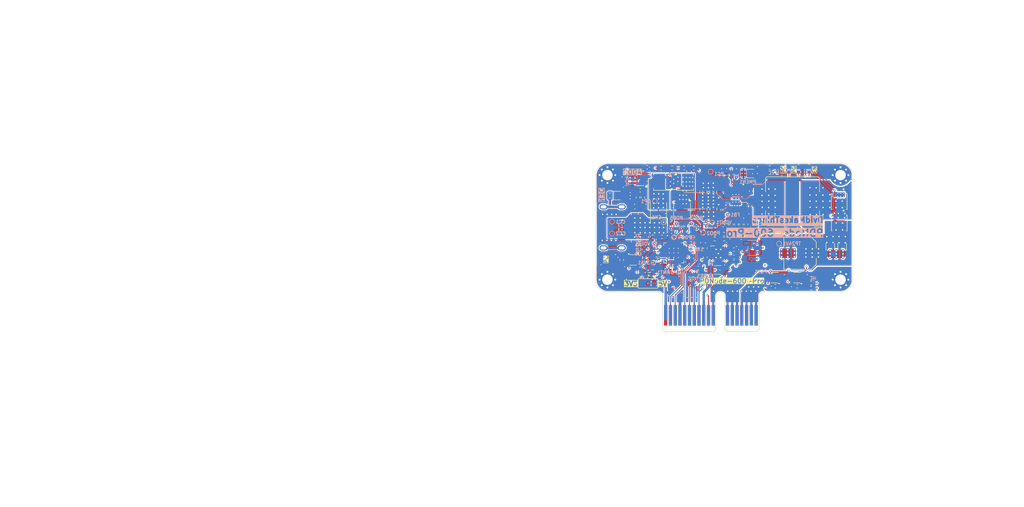
<source format=kicad_pcb>
(kicad_pcb (version 20241229) (generator "pcbnew") (generator_version "9.0")
  (title_block (date "2024-04-13") (rev "${REVISION}") (company "${COMPANY}"))
  (layers (0 "F.Cu" signal "L1 (Sig, PWR)") (4 "In1.Cu" power "L2 (GND)") (6 "In2.Cu" signal "L3 (Sig, PWR)") (8 "In3.Cu" signal "L4 (Sig, PWR)") (10 "In4.Cu" power "L5 (GND)") (2 "B.Cu" signal "L6 (Sig, PWR)") (13 "F.Paste" user) (15 "B.Paste" user) (5 "F.SilkS" user "F.Silkscreen") (7 "B.SilkS" user "B.Silkscreen") (1 "F.Mask" user) (3 "B.Mask" user) (25 "Edge.Cuts" user))
  (property "ASSEMBLY_NOTES" "ASSEMBLY NOTES")
  (property "BOARD_NAME" "PDCard")
  (property "COMPANY" "DvidMakesThings")
  (property "DESIGNER" "David Sipos")
  (property "FABRICATION_NOTES" "FABRICATION NOTES")
  (property "GIT_HASH_PCB" "")
  (property "GIT_HASH_SCH" "")
  (property "GIT_URL" "")
  (property "PROJECT_NAME" "PDNode-600 Pro")
  (property "RELEASE_BODY_1.0.0" "")
  (property "RELEASE_BODY_UNRELEASED" "")
  (property "RELEASE_DATE" "04.02.2026")
  (property "RELEASE_DATE_NUM" "04.02.2026")
  (property "RELEASE_TITLE_1.0.1" "")
  (property "RELEASE_TITLE_UNRELEASED" "")
  (property "REVISION" "1.0.1")
  (property "SHEET_NAME_1" "Cover Page")
  (property "SHEET_NAME_10" "")
  (property "SHEET_NAME_11" "")
  (property "SHEET_NAME_12" "")
  (property "SHEET_NAME_13" "")
  (property "SHEET_NAME_14" "")
  (property "SHEET_NAME_15" "")
  (property "SHEET_NAME_16" "")
  (property "SHEET_NAME_17" "")
  (property "SHEET_NAME_18" "")
  (property "SHEET_NAME_19" "")
  (property "SHEET_NAME_2" "Block Diagram")
  (property "SHEET_NAME_20" "")
  (property "SHEET_NAME_21" "")
  (property "SHEET_NAME_22" "")
  (property "SHEET_NAME_23" "")
  (property "SHEET_NAME_24" "")
  (property "SHEET_NAME_25" "")
  (property "SHEET_NAME_26" "")
  (property "SHEET_NAME_27" "")
  (property "SHEET_NAME_28" "")
  (property "SHEET_NAME_29" "")
  (property "SHEET_NAME_3" "ADJUSTABLE 5A BUCK CONVERTER")
  (property "SHEET_NAME_30" "")
  (property "SHEET_NAME_31" "")
  (property "SHEET_NAME_32" "")
  (property "SHEET_NAME_33" "")
  (property "SHEET_NAME_34" "")
  (property "SHEET_NAME_35" "")
  (property "SHEET_NAME_36" "")
  (property "SHEET_NAME_37" "")
  (property "SHEET_NAME_38" "")
  (property "SHEET_NAME_39" "")
  (property "SHEET_NAME_4" "USB-PD Source Controller")
  (property "SHEET_NAME_40" "")
  (property "SHEET_NAME_5" "Board Connector And Supplies")
  (property "SHEET_NAME_6" "")
  (property "SHEET_NAME_7" "")
  (property "SHEET_NAME_8" "")
  (property "SHEET_NAME_9" "")
  (property "VARIANT" "Pro")
  (net 0 "")
  (net 1 "/Block Diagram/USB-PD Source Controller/1V8_INTERNAL")
  (net 2 "Net-(IC1-BOOT1)")
  (net 3 "+24V")
  (net 4 "GND")
  (net 5 "Net-(IC1-VCC)")
  (net 6 "Net-(IC1-DITH_SYNC)")
  (net 7 "Net-(IC1-COMP)")
  (net 8 "Net-(C9-Pad1)")
  (net 9 "/Block Diagram/USB-PD Source Controller/3V3_INTERNAL")
  (net 10 "/Block Diagram/Adjustable 5A Buck Converter/SW1")
  (net 11 "/Block Diagram/Adjustable 5A Buck Converter/SENSE_P")
  (net 12 "Net-(IC1-BOOT2)")
  (net 13 "Net-(C12-Pad1)")
  (net 14 "/Block Diagram/Adjustable 5A Buck Converter/SENSE_N")
  (net 15 "VBUS")
  (net 16 "/Block Diagram/Adjustable 5A Buck Converter/SW2")
  (net 17 "/Block Diagram/Adjustable 5A Buck Converter/VOUT")
  (net 18 "+3.3VA")
  (net 19 "+3.3V")
  (net 20 "/Block Diagram/USB-PD Source Controller/VBUS_MEA_P")
  (net 21 "/Block Diagram/USB-PD Source Controller/VBUS_MEA_N")
  (net 22 "SHIELD")
  (net 23 "+5V")
  (net 24 "/Block Diagram/Board Connector and Supplies/BIAS")
  (net 25 "Net-(D1-Pad2)")
  (net 26 "Net-(IC4-Y)")
  (net 27 "Net-(D2-Pad2)")
  (net 28 "Net-(IC5-Y)")
  (net 29 "Net-(D3-Pad1)")
  (net 30 "/Block Diagram/Board Connector and Supplies/SS")
  (net 31 "/Block Diagram/USB-PD Source Controller/CC1")
  (net 32 "Net-(IC1-ILIM)")
  (net 33 "Net-(IC1-CDC)")
  (net 34 "/Block Diagram/USB-PD Source Controller/CC2")
  (net 35 "Net-(IC1-FSW)")
  (net 36 "PMIC_EN")
  (net 37 "Net-(IC1-MODE)")
  (net 39 "/Block Diagram/USB-PD Source Controller/CURR_MEA")
  (net 40 "Net-(D4-Pad1)")
  (net 41 "PGOOD_COMBINED")
  (net 42 "/Block Diagram/Adjustable 5A Buck Converter/FEEDBACK")
  (net 43 "/Block Diagram/Adjustable 5A Buck Converter/DRV_H")
  (net 44 "/Block Diagram/Adjustable 5A Buck Converter/DRV_L")
  (net 45 "PGOOD_PMIC")
  (net 46 "/Block Diagram/USB-PD Source Controller/SPI_MISO")
  (net 47 "/Block Diagram/USB-PD Source Controller/SPI_CLK")
  (net 48 "/Block Diagram/USB-PD Source Controller/PDO3")
  (net 49 "/Block Diagram/USB-PD Source Controller/PDO4")
  (net 50 "/Block Diagram/USB-PD Source Controller/DISCHARGE")
  (net 51 "/Block Diagram/USB-PD Source Controller/SPI_CS")
  (net 52 "/Block Diagram/USB-PD Source Controller/PD_IRQ")
  (net 53 "/Block Diagram/USB-PD Source Controller/SPI_MOSI")
  (net 54 "/Block Diagram/USB-PD Source Controller/VBUS_EN")
  (net 55 "Net-(IC3-A0)")
  (net 56 "/Block Diagram/USB-PD Source Controller/VBUS_DET")
  (net 57 "Net-(IC3-A1)")
  (net 58 "/Block Diagram/USB-PD Source Controller/PD_ENABLE")
  (net 59 "Net-(T1-G)")
  (net 60 "Net-(T2-G)")
  (net 61 "/Block Diagram/USB-PD Source Controller/PDO2")
  (net 62 "Net-(R17-Pad1)")
  (net 63 "Net-(T3-G)")
  (net 64 "/Block Diagram/USB-PD Source Controller/PD_RESET")
  (net 65 "Net-(C40-Pad1)")
  (net 66 "/Block Diagram/USB-PD Source Controller/PDO5")
  (net 67 "Net-(D5-Pad2)")
  (net 68 "/Block Diagram/Board Connector and Supplies/I2C_SDA")
  (net 69 "/Block Diagram/Board Connector and Supplies/I2C_SCL")
  (net 70 "PGOOD_3V3")
  (net 71 "Net-(JP1-C)")
  (net 72 "/Block Diagram/Board Connector and Supplies/PORT_EN")
  (net 73 "/Block Diagram/Board Connector and Supplies/VBUS_VMON_PORT0")
  (net 75 "/Block Diagram/USB-PD Source Controller/V_SOURCE")
  (net 76 "/Block Diagram/USB-PD Source Controller/T3T4DS")
  (net 78 "/Block Diagram/Board Connector and Supplies/FB")
  (net 79 "Net-(R50-Pad2)")
  (net 80 "Net-(R17-Pad2)")
  (footprint "MountingHole:MountingHole_2.2mm_M2_Pad_Via" (layer "F.Cu") (at 195 65.5 90)
    (property "Reference" "H3" (hide yes))
    (property "Value" "MountingHole_Pad")
  )
  (footprint "LED_SMD:LED_0402_1005Metric" (layer "F.Cu") (at 184.125 64.365 90)
    (property "Reference" "D3" (hide yes))
    (property "Value" "Red")
  )
  (footprint "DS_FET:Diodes_PowerDI3333-8" (layer "F.Cu") (at 157.49375 66.926356 180)
    (property "Reference" "T4" (hide yes))
    (property "Value" "DMP3013SFV")
  )
  (footprint "DS_Inductor:L_11.5x10.0mm" (layer "F.Cu") (at 184.91 71.005 180)
    (property "Reference" "L1" (hide yes))
    (property "Value" "4.7uH 11A")
  )
  (footprint "DS_Capacitor:C_Elec_6.3x7.7" (layer "F.Cu") (at 186.49 81.915 180)
    (property "Reference" "C5" (hide yes))
    (property "Value" "100uF 50V")
  )
  (footprint "Resistor_SMD:R_0603_1608Metric" (layer "F.Cu") (at 189.135 77.165 180)
    (property "Reference" "R8" (hide yes))
    (property "Value" "1R 1%")
  )
  (footprint "MountingHole:MountingHole_2.2mm_M2_Pad_Via" (layer "F.Cu") (at 146 65.5 90)
    (property "Reference" "H1" (hide yes))
    (property "Value" "MountingHole_Pad")
  )
  (footprint "DS_Peripherals:QFN-28-1EP_4x4mm_P0.4mm_EP2.6x2.6mm_ThermalVias" (layer "F.Cu") (at 159.95 81.875)
    (property "Reference" "IC2" (hide yes))
    (property "Value" "MCP22350T-2I/Q8X")
  )
  (footprint "Resistor_SMD:R_0402_1005Metric" (layer "F.Cu") (at 157.49 78.5 180)
    (property "Reference" "R12" (hide yes))
    (property "Value" "90.9K 1%")
  )
  (footprint "Resistor_SMD:R_0402_1005Metric" (layer "F.Cu") (at 166.575 82.825 90)
    (property "Reference" "R43" (hide yes))
    (property "Value" "7.5K 1%")
  )
  (footprint "Capacitor_SMD:C_1206_3216Metric" (layer "F.Cu") (at 169.175 85.45)
    (property "Reference" "C29" (hide yes))
    (property "Value" "10uF 50V")
  )
  (footprint "Resistor_SMD:R_0805_2012Metric" (layer "F.Cu") (at 155.4875 84.7)
    (property "Reference" "L3" (hide yes))
    (property "Value" "BLM21BD121SN1D")
  )
  (footprint "Capacitor_SMD:C_1206_3216Metric" (layer "F.Cu") (at 192.84 80.575 -90)
    (property "Reference" "C2" (hide yes))
    (property "Value" "10uF 50V")
  )
  (footprint "Resistor_SMD:R_0402_1005Metric" (layer "F.Cu") (at 168.575 77.925)
    (property "Reference" "R17" (hide yes))
    (property "Value" "10K 1%")
  )
  (footprint "Resistor_SMD:R_0402_1005Metric" (layer "F.Cu") (at 159.47 76.24 -90)
    (property "Reference" "R20" (hide yes))
    (property "Value" "200K 1%")
  )
  (footprint "Capacitor_SMD:C_0402_1005Metric" (layer "F.Cu") (at 154.35 63.85)
    (property "Reference" "C41" (hide yes))
    (property "Value" "100nF 50V")
  )
  (footprint "DS_Connector:USB_C_Receptacle_GCT_USB4125-xx-x-0190_6P_TopMnt_Horizontal" (layer "F.Cu") (at 146 76.5 -90)
    (property "Reference" "J1" (hide yes))
    (property "Value" "USB_C_Receptacle_PowerOnly_6P")
  )
  (footprint "Resistor_SMD:R_0402_1005Metric" (layer "F.Cu") (at 163.525 86.925 -90)
    (property "Reference" "R45" (hide yes))
    (property "Value" "2.4K 1%")
  )
  (footprint "MountingHole:MountingHole_2.2mm_M2_Pad_Via" (layer "F.Cu") (at 146 87.5 90)
    (property "Reference" "H2" (hide yes))
    (property "Value" "MountingHole_Pad")
  )
  (footprint "Resistor_SMD:R_0402_1005Metric" (layer "F.Cu") (at 163.5 78.575 180)
    (property "Reference" "R14" (hide yes))
    (property "Value" "10K 1%")
  )
  (footprint "Capacitor_SMD:C_1206_3216Metric" (layer "F.Cu") (at 195.34 80.575 -90)
    (property "Reference" "C3" (hide yes))
    (property "Value" "10uF 50V")
  )
  (footprint "DS_Vreg:PowerVFQFN-26" (layer "F.Cu") (at 172.9925 70.41 -90)
    (property "Reference" "IC1" (hide yes))
    (property "Value" "TPS552882QRPMRQ1")
  )
  (footprint "Capacitor_SMD:C_0402_1005Metric" (layer "F.Cu") (at 186.41 77.155 180)
    (property "Reference" "C40" (hide yes))
    (property "Value" "2.2nF 50V")
  )
  (footprint "Resistor_SMD:R_0402_1005Metric" (layer "F.Cu") (at 188.81 89.3 180)
    (property "Reference" "R41" (hide yes))
    (property "Value" "1K 1%")
  )
  (footprint "Resistor_SMD:R_0402_1005Metric" (layer "F.Cu") (at 188.82 88.25 180)
    (property "Reference" "R39" (hide yes))
    (property "Value" "1K 1%")
  )
  (footprint "Capacitor_SMD:C_0805_2012Metric" (layer "F.Cu") (at 166.17 69.1 90)
    (property "Reference" "C14" (hide yes))
    (property "Value" "22uF 35V")
  )
  (footprint "Resistor_SMD:R_0402_1005Metric" (layer "F.Cu") (at 154.75 86.35)
    (property "Reference" "R49" (hide yes))
    (property "Value" "1K 1%")
  )
  (footprint "Resistor_SMD:R_0402_1005Metric" (layer "F.Cu") (at 173.11 65.415 -90)
    (property "Reference" "R40" (hide yes))
    (property "Value" "10K 1%")
  )
  (footprint "Capacitor_SMD:C_0402_1005Metric" (layer "F.Cu") (at 171.035 65.405 90)
    (property "Reference" "C7" (hide yes))
    (property "Value" "10nF 50V")
  )
  (footprint "DS_Connector:BUS_PCIexpress_x1" (layer "F.Cu") (at 158.25 95)
    (property "Reference" "J2" (hide yes))
    (property "Value" "PCIE EDGE CONNECTOR")
  )
  (footprint "Capacitor_SMD:C_0402_1005Metric" (layer "F.Cu") (at 152.9 68.7 180)
    (property "Reference" "C18" (hide yes))
    (property "Value" "100nF 50V")
  )
  (footprint "Resistor_SMD:R_0402_1005Metric" (layer "F.Cu") (at 162.15 64)
    (property "Reference" "R31" (hide yes))
    (property "Value" "10K 1%")
  )
  (footprint "Jumper:SolderJumper-3_P1.3mm_Open_Pad1.0x1.5mm" (layer "F.Cu") (at 154.525 88.3 180)
    (property "Reference" "JP1" (hide yes))
    (property "Value" "SolderJumper_3_Open")
  )
  (footprint "Resistor_SMD:R_0402_1005Metric" (layer "F.Cu") (at 172.06 65.415 -90)
    (property "Reference" "R36" (hide yes))
    (property "Value" "10K 1%")
  )
  (footprint "Resistor_SMD:R_0402_1005Metric" (layer "F.Cu") (at 152.41 70.2 90)
    (property "Reference" "R28" (hide yes))
    (property "Value" "10R 1%")
  )
  (footprint "Capacitor_SMD:C_0402_1005Metric" (layer "F.Cu") (at 181.2875 88.875 180)
    (property "Reference" "C24" (hide yes))
    (property "Value" "100nF 50V")
  )
  (footprint "Capacitor_SMD:C_0402_1005Metric" (layer "F.Cu") (at 166.6 80.875 90)
    (property "Reference" "C28" (hide yes))
    (property "Value" "2.2nF 50V")
  )
  (footprint "Resistor_SMD:R_0603_1608Metric" (layer "F.Cu") (at 180.63 77.135)
    (property "Reference" "R44" (hide yes))
    (property "Value" "1R 1%")
  )
  (footprint "Resistor_SMD:R_0402_1005Metric" (layer "F.Cu") (at 174.1425 75.885 -90)
    (property "Reference" "R4" (hide yes))
    (property "Value" "15K 1%")
  )
  (footprint "Capacitor_SMD:C_0402_1005Metric" (layer "F.Cu") (at 153.75 82.7 90)
    (property "Reference" "C30" (hide yes))
    (property "Value" "100nF 50V")
  )
  (footprint "Resistor_SMD:R_0402_1005Metric" (layer "F.Cu") (at 159.625 64)
    (property "Reference" "R19" (hide yes))
    (property "Value" "10K 1%")
  )
  (footprint "DS_Vreg:VSON-10-1EP_3x3mm_P0.5mm_EP1.65x2.4mm_ThermalVias" (layer "F.Cu") (at 169.325 82 180)
    (property "Reference" "IC6" (hide yes))
    (property "Value" "TPS74801DRCT")
  )
  (footprint "Resistor_SMD:R_0402_1005Metric" (layer "F.Cu") (at 169.985 65.38 90)
    (property "Reference" "R1" (hide yes))
    (property "Value" "49.9K 1%")
  )
  (footprint "Capacitor_SMD:C_1206_3216Metric" (layer "F.Cu") (at 148 69.82 180)
    (property "Reference" "C23" (hide yes))
    (property "Value" "1nF 2kV")
  )
  (footprint "Resistor_SMD:R_0402_1005Metric" (layer "F.Cu") (at 149 83.365 90)
    (property "Reference" "R46" (hide yes))
    (property "Value" "1K 1%")
  )
  (footprint "Capacitor_SMD:C_0402_1005Metric" (layer "F.Cu") (at 168.77 75.705 -90)
    (property "Reference" "C10" (hide yes))
    (property "Value" "100nF 50V")
  )
  (footprint "Resistor_SMD:R_0402_1005Metric" (layer "F.Cu") (at 156.3 83.1)
    (property "Reference" "R16" (hide yes))
    (property "Value" "10K 1%")
  )
  (footprint "Capacitor_SMD:C_0402_1005Metric" (layer "F.Cu") (at 158.45 86 -90)
    (property "Reference" "C21" (hide yes))
    (property "Value" "1uF 50V")
  )
  (footprint "Resistor_SMD:R_0402_1005Metric" (layer "F.Cu") (at 165.1 85.05 180)
    (property "Reference" "R37" (hide yes))
    (property "Value" "10K 1%")
  )
  (footprint "Resistor_SMD:R_0402_1005Metric" (layer "F.Cu") (at 165.575 80.875 90)
    (property "Reference" "R42" (hide yes))
    (property "Value" "2.4K 1%")
  )
  (footprint "Resistor_SMD:R_0402_1005Metric" (layer "F.Cu") (at 162.6 76.25 90)
    (property "Reference" "R23" (hide yes))
    (property "Value" "4.64K 1%")
  )
  (footprint "DS_Peripherals:SOT-363_SC-70-6" (layer "F.Cu") (at 181.1875 87.075 180)
    (property "Reference" "IC4" (hide yes))
    (property "Value" "SN74LVC1G97QDCKRQ1")
  )
  (footprint "Capacitor_SMD:C_0402_1005Metric" (layer "F.Cu") (at 174.1175 77.835 -90)
    (property "Reference" "C9" (hide yes))
    (property "Value" "10nF 50V")
  )
  (footprint "DS_Peripherals:SOT-363_SC-70-6" (layer "F.Cu") (at 151.3875 83.35)
    (property "Reference" "IC7" (hide yes))
    (property "Value" "SN74LVC1G97QDCKRQ1")
  )
  (footprint "Capacitor_SMD:C_1206_3216Metric" (layer "F.Cu") (at 176.07 65.175)
    (property "Reference" "C4" (hide yes))
    (property "Value" "1uF 50V")
  )
  (footprint "Resistor_SMD:R_0402_1005Metric" (layer "F.Cu") (at 164.71 76.24 90)
    (property "Reference" "R25" (hide yes))
    (property "Value" "30.9K 1%")
  )
  (footprint "DS_FET:TSDSON-8" (layer "F.Cu") (at 194.73 75.565 -90)
    (property "Reference" "T1" (hide yes))
    (property "Value" "BSZ065N06")
  )
  (footprint "LED_SMD:LED_0402_1005Metric" (layer "F.Cu") (at 144.625 83.2575 90)
    (property "Reference" "D4" (hide yes))
    (property "Value" "Blue")
  )
  (footprint "Capacitor_SMD:C_0805_2012Metric" (layer "F.Cu") (at 168.245 69.1 90)
    (property "Reference" "C13" (hide yes))
    (property "Value" "22uF 35V")
  )
  (footprint "Resistor_SMD:R_0402_1005Metric" (layer "F.Cu") (at 167.27 76.205)
    (property "Reference" "R10" (hide yes))
    (property "Value" "0R 1%")
  )
  (footprint "Resistor_SMD:R_0402_1005Metric" (layer "F.Cu") (at 170.54 78.95)
    (property "Reference" "R51" (hide yes))
    (property "Value" "10K 1%")
  )
  (footprint "Resistor_SMD:R_0402_1005Metric" (layer "F.Cu") (at 153.46 70.2 90)
    (property "Reference" "R29" (hide yes))
    (property "Value" "10R 1%")
  )
  (footprint "Capacitor_SMD:C_0402_1005Metric" (layer "F.Cu") (at 176.205 68.86 -90)
    (property "Reference" "C1" (hide yes))
    (property "Value" "100nF 50V")
  )
  (footprint "Capacitor_SMD:C_0402_1005Metric" (layer "F.Cu") (at 172.6 81.175)
    (property "Reference" "C27" (hide yes))
    (property "Value" "1uF 50V")
  )
  (footprint "Resistor_SMD:R_0402_1005Metric" (layer "F.Cu") (at 164.165 64 180)
    (property "Reference" "R30" (hide yes))
    (property "Value" "10K 1%")
  )
  (footprint "Capacitor_SMD:C_0805_2012Metric" (layer "F.Cu") (at 151.75 79.37 -90)
    (property "Reference" "C39" (hide yes))
    (property "Value" "22uF 35V")
  )
  (footprint "Resistor_SMD:R_0402_1005Metric" (layer "F.Cu") (at 168.565 78.95)
    (property "Reference" "R50" (hide yes))
    (property "Value" "10K 1%")
  )
  (footprint "Capacitor_SMD:C_0402_1005Metric" (layer "F.Cu") (at 175.1675 75.86 -90)
    (property "Reference" "C8" (hide yes))
    (property "Value" "100pF 50V")
  )
  (footprint "Capacitor_SMD:C_0402_1005Metric" (layer "F.Cu") (at 183.34 77.125)
    (property "Reference" "C12" (hide yes))
    (property "Value" "2.2nF 50V")
  )
  (footprint "LED_SMD:LED_0402_1005Metric" (layer "F.Cu") (at 186.175 64.365 -90)
    (property "Reference" "D1" (hide yes))
    (property "Value" "Green")
  )
  (footprint "DS_FET:Diodes_PowerDI3333-8" (layer "F.Cu") (at 161.675 72.725 -90)
    (property "Reference" "T5" (hide yes))
    (property "Value" "DMP3013SFV")
  )
  (footprint "Resistor_SMD:R_0402_1005Metric" (layer "F.Cu") (at 171.0425 75.875 -90)
    (property "Reference" "R2" (hide yes))
    (property "Value" "0R 1%")
  )
  (footprint "Capacitor_SMD:C_0402_1005Metric" (layer "F.Cu") (at 185.9075 88.875 180)
    (property "Reference" "C25" (hide yes))
    (property "Value" "100nF 50V")
  )
  (footprint "Capacitor_SMD:C_0402_1005Metric" (layer "F.Cu") (at 160.08 85.87 -90)
    (property "Reference" "C22" (hide yes))
    (property "Value" "100nF 50V")
  )
  (footprint "Capacitor_SMD:C_0805_2012Metric" (layer "F.Cu") (at 168.28 72.655 -90)
    (property "Reference" "C16" (hide yes))
    (property "Value" "22uF 35V")
  )
  (footprint "Resistor_SMD:R_0402_1005Metric" (layer "F.Cu") (at 172.0675 75.885 -90)
    (property "Reference" "R5" (hide yes))
    (property "Value" "150K 1%")
  )
  (footprint "Capacitor_SMD:C_0402_1005Metric" (layer "F.Cu") (at 172.6 82.75)
    (property "Reference" "C26" (hide yes))
    (property "Value" "1uF 50V")
  )
  (footprint "Capacitor_SMD:C_0402_1005Metric" (layer "F.Cu") (at 176.01 71.98 -90)
    (property "Reference" "C11" (hide yes))
    (property "Value" "100nF 50V")
  )
  (footprint "Capacitor_SMD:C_0805_2012Metric" (layer "F.Cu") (at 176.805 76.635 -90)
    (property "Reference" "C6" (hide yes))
    (property "Value" "4.7uF 50V")
  )
  (footprint "Resistor_SMD:R_0402_1005Metric" (layer "F.Cu") (at 161.56 76.24 -90)
    (property "Reference" "R22" (hide yes))
    (property "Value" "4.64K 1%")
  )
  (footprint "Resistor_SMD:R_0402_1005Metric" (layer "F.Cu") (at 188.82 87.2 180)
    (property "Reference" "R38" (hide yes))
    (property "Value" "1K 1%")
  )
  (footprint "DS_Peripherals:SOT-23-8" (layer "F.Cu") (at 152.725 66.15 180)
    (property "Reference" "IC3" (hide yes))
    (property "Value" "INA219BIDCNT")
  )
  (footprint "Resistor_SMD:R_0402_1005Metric" (layer "F.Cu") (at 160.51 76.24 90)
    (property "Reference" "R21" (hide yes))
    (property "Value" "12.7K 1%")
  )
  (footprint "DS_FET:Diodes_PowerDI3333-8" (layer "F.Cu") (at 162.30625 66.923644)
    (property "Reference" "T3" (hide yes))
    (property "Value" "DMP3013SFV")
  )
  (footprint "Resistor_SMD:R_2512_6332Metric" (layer "F.Cu") (at 156.75 73.45 -90)
    (property "Reference" "R27" (hide yes))
    (property "Value" "0.010R 1%")
  )
  (footprint "DS_FET:TSDSON-8" (layer "F.Cu") (at 194.73 71.065 -90)
    (property "Reference" "T2" (hide yes))
    (property "Value" "BSZ065N06")
  )
  (footprint "Resistor_SMD:R_0402_1005Metric" (layer "F.Cu") (at 180.1 63.905 180)
    (property "Reference" "R6" (hide yes))
    (property "Value" "1R 1%")
  )
  (footprint "Resistor_SMD:R_0402_1005Metric" (layer "F.Cu") (at 155.54 78.5 180)
    (property "Reference" "R13" (hide yes))
    (property "Value" "10K 1%")
  )
  (footprint "Resistor_SMD:R_0402_1005Metric" (layer "F.Cu") (at 173.1175 75.885 -90)
    (property "Reference" "R3" (hide yes))
    (property "Value" "25.5K 1%")
  )
  (footprint "LED_SMD:LED_0402_1005Metric" (layer "F.Cu") (at 144.6 69.65 -90)
    (property "Reference" "D5" (hide yes))
    (property "Value" "Green")
  )
  (footprint "Resistor_SMD:R_0402_1005Metric" (layer "F.Cu") (at 164.55 86.925 -90)
    (property "Reference" "R47" (hide yes))
    (property "Value" "2.4K 1%")
  )
  (footprint "Resistor_SMD:R_0402_1005Metric" (layer "F.Cu") (at 157.275 64.025)
    (property "Reference" "R18" (hide yes))
    (property "Value" "10K 1%")
  )
  (footprint "Resistor_SMD:R_0402_1005Metric" (layer "F.Cu") (at 180.1 65.025 180)
    (property "Reference" "R7" (hide yes))
    (property "Value" "1R 1%")
  )
  (footprint "Resistor_SMD:R_0402_1005Metric" (layer "F.Cu") (at 167.27 75.195)
    (property "Reference" "R11" (hide yes))
    (property "Value" "0R 1%")
  )
  (footprint "Resistor_SMD:R_0402_1005Metric" (layer "F.Cu") (at 163.66 76.24 -90)
    (property "Reference" "R24" (hide yes))
    (property "Value" "8.87K 1%")
  )
  (footprint "LED_SMD:LED_0402_1005Metric" (layer "F.Cu") (at 188.4 64.3575 -90)
    (property "Reference" "D2" (hide yes))
    (property "Value" "Blue")
  )
  (footprint "DS_Peripherals:SOT-363_SC-70-6" (layer "F.Cu") (at 185.8875 87.075 180)
    (property "Reference" "IC5" (hide yes))
    (property "Value" "SN74LVC1G97QDCKRQ1")
  )
  (footprint "Capacitor_SMD:C_0805_2012Metric" (layer "F.Cu") (at 166.18 72.655 -90)
    (property "Reference" "C15" (hide yes))
    (property "Value" "22uF 35V")
  )
  (footprint "Resistor_SMD:R_0402_1005Metric" (layer "F.Cu") (at 163.51 79.8 180)
    (property "Reference" "R15" (hide yes))
    (property "Value" "10K 1%")
  )
  (footprint "Resistor_SMD:R_0402_1005Metric" (layer "F.Cu") (at 170.54 77.925)
    (property "Reference" "R48" (hide yes))
    (property "Value" "10K 1%")
  )
  (footprint "MountingHole:MountingHole_2.2mm_M2_Pad_Via" (layer "F.Cu") (at 195 87.5 90)
    (property "Reference" "H4" (hide yes))
    (property "Value" "MountingHole_Pad")
  )
  (footprint "Capacitor_SMD:C_0805_2012Metric" (layer "F.Cu") (at 151.75 73.57 90)
    (property "Reference" "C17" (hide yes))
    (property "Value" "22uF 35V")
  )
  (footprint "Capacitor_SMD:C_0402_1005Metric" (layer "F.Cu") (at 172.595 83.775)
    (property "Reference" "C32" (hide yes))
    (property "Value" "100nF 50V")
  )
  (footprint "Resistor_SMD:R_0402_1005Metric" (layer "B.Cu") (at 149.85 67.34 180)
    (property "Reference" "R35" (hide yes))
    (property "Value" "10K 1%")
  )
  (footprint "DS_Test:TestPoint_0.6mm" (layer "B.Cu") (at 163.57 81.075 180)
    (property "Reference" "1V8")
    (property "Value" "~")
  )
  (footprint "DS_Test:TestPoint_0.6mm" (layer "B.Cu") (at 171.2 73.825 180)
    (property "Reference" "FB1")
    (property "Value" "~")
  )
  (footprint "DS_Test:TestPoint_0.6mm" (layer "B.Cu") (at 155.85 79.865 180)
    (property "Reference" "VDET1")
    (property "Value" "~")
  )
  (footprint "DS_Test:TestPoint_0.6mm" (layer "B.Cu") (at 166.1 77.65 180)
    (property "Reference" "PDO2")
    (property "Value" "~")
  )
  (footprint "Resistor_SMD:R_2512_6332Metric" (layer "B.Cu") (at 164.3 70.875 180)
    (property "Reference" "R9" (hide yes))
    (property "Value" "0.010R 1%")
  )
  (footprint "DS_Test:TestPoint_0.6mm" (layer "B.Cu") (at 167.7 64.775 180)
    (property "Reference" "PG1")
    (property "Value" "~")
  )
  (footprint "DS_Test:TestPoint_0.6mm" (layer "B.Cu") (at 173.1 66.025 180)
    (property "Reference" "PMEN1")
    (property "Value" "~")
  )
  (footprint "Package_TO_SOT_SMD:SOT-23-5" (layer "B.Cu") (at 176.4325 80.8 180)
    (property "Reference" "U1" (hide yes))
    (property "Value" "24AA02E-OT")
  )
  (footprint "DS_Test:TestPoint_0.6mm" (layer "B.Cu") (at 163.64599 75.743711 180)
    (property "Reference" "PDO3")
    (property "Value" "~")
  )
  (footprint "Capacitor_SMD:C_0402_1005Metric" (layer "B.Cu") (at 176.345 83.15)
    (property "Reference" "C31" (hide yes))
    (property "Value" "100nF 50V")
  )
  (footprint "Resistor_SMD:R_0402_1005Metric" (layer "B.Cu") (at 151.79 67.34 180)
    (property "Reference" "R33" (hide yes))
    (property "Value" "10K 1%")
  )
  (footprint "DS_Test:TestPoint_0.6mm" (layer "B.Cu") (at 182.075 79.925 180)
    (property "Reference" "TP24V1")
    (property "Value" "~")
  )
  (footprint "DS_Test:TestPoint_0.6mm" (layer "B.Cu") (at 180.3 85.8 180)
    (property "Reference" "PGY1")
    (property "Value" "~")
  )
  (footprint "DS_Test:TestPoint_0.6mm" (layer "B.Cu") (at 167.675 86.725 180)
    (property "Reference" "3V3")
    (property "Value" "~")
  )
  (footprint "Resistor_SMD:R_1206_3216Metric" (layer "B.Cu") (at 148 69.825 180)
    (property "Reference" "R26" (hide yes))
    (property "Value" "1M 1%")
  )
  (footprint "Resistor_SMD:R_0402_1005Metric" (layer "B.Cu") (at 149.85 66.3 180)
    (property "Reference" "R34" (hide yes))
    (property "Value" "10K 1%")
  )
  (footprint "DS_Test:TestPoint_0.6mm" (layer "B.Cu") (at 147 77.8 180)
    (property "Reference" "CC2")
    (property "Value" "~")
  )
  (footprint "DS_Test:TestPoint_0.6mm" (layer "B.Cu") (at 168 75.475 180)
    (property "Reference" "VOUT1")
    (property "Value" "~")
  )
  (footprint "Resistor_SMD:R_0402_1005Metric" (layer "B.Cu") (at 153.75 79.175 -90)
    (property "Reference" "R52")
    (property "Value" "90.9K 1%")
  )
  (footprint "DS_Test:TestPoint_0.6mm" (layer "B.Cu") (at 159.99 78.555 180)
    (property "Reference" "PDO4")
    (property "Value" "~")
  )
  (footprint "Capacitor_SMD:C_0603_1608Metric" (layer "B.Cu") (at 159.41 83.01 90)
    (property "Reference" "C20" (hide yes))
    (property "Value" "2.2uF 50V")
  )
  (footprint "DS_Test:TestPoint_0.6mm" (layer "B.Cu") (at 147 75.3 180)
    (property "Reference" "CC1")
    (property "Value" "~")
  )
  (footprint "DS_Test:TestPoint_0.6mm" (layer "B.Cu") (at 157.8 75.425 180)
    (property "Reference" "CN1")
    (property "Value" "~")
  )
  (footprint "Resistor_SMD:R_0402_1005Metric" (layer "B.Cu") (at 151.79 66.29 180)
    (property "Reference" "R32" (hide yes))
    (property "Value" "10K 1%")
  )
  (footprint "Capacitor_SMD:C_0603_1608Metric" (layer "B.Cu") (at 157.82 83.02 90)
    (property "Reference" "C19" (hide yes))
    (property "Value" "2.2uF 50V")
  )
  (footprint "DS_Test:TestPoint_0.6mm" (layer "B.Cu") (at 155.975 70.975 180)
    (property "Reference" "CP1")
    (property "Value" "~")
  )
  (footprint "Resistor_SMD:R_0402_1005Metric" (layer "B.Cu") (at 153.75 81.125 -90)
    (property "Reference" "R53")
    (property "Value" "10K 1%")
  )
  (footprint "DS_Test:TestPoint_0.6mm" (layer "B.Cu") (at 160.5 75.75 180)
    (property "Reference" "PDO5")
    (property "Value" "~")
  )
  (footprint "DS_Test:TestPoint_0.6mm" (layer "B.Cu") (at 155.68 83.925 180)
    (property "Reference" "3VA1")
    (property "Value" "~")
  )
  (footprint "DS_Test:TestPoint_0.6mm" (layer "B.Cu") (at 160.9 85.9 180)
    (property "Reference" "3VINT1")
    (property "Value" "~")
  )
  (gr_line (start 170.7 97.95) (end 170.7 91) (stroke (width 0.1)) (layer "Edge.Cuts"))
  (gr_arc (start 169.75 90.05) (mid 170.421751 90.328249) (end 170.7 91) (stroke (width 0.1)) (layer "Edge.Cuts"))
  (gr_line (start 168.8 91) (end 168.8 97.95) (stroke (width 0.1)) (layer "Edge.Cuts"))
  (gr_line (start 177.4 98.45) (end 171.2 98.45) (stroke (width 0.1)) (layer "Edge.Cuts"))
  (gr_line (start 177.9 90.55) (end 178.4 90.05) (stroke (width 0.1)) (layer "Edge.Cuts"))
  (gr_arc (start 146.075 90.05) (mid 144.307233 89.317767) (end 143.575 87.55) (stroke (width 0.1)) (layer "Edge.Cuts"))
  (gr_line (start 157.6 97.95) (end 157.6 90.55) (stroke (width 0.1)) (layer "Edge.Cuts"))
  (gr_arc (start 195 63) (mid 196.767767 63.732233) (end 197.5 65.5) (stroke (width 0.1)) (layer "Edge.Cuts"))
  (gr_line (start 146.075 90.05) (end 157.1 90.05) (stroke (width 0.1)) (layer "Edge.Cuts"))
  (gr_line (start 146.075 63) (end 195 63) (stroke (width 0.1)) (layer "Edge.Cuts"))
  (gr_line (start 168.8 97.95) (end 168.3 98.45) (stroke (width 0.1)) (layer "Edge.Cuts"))
  (gr_line (start 158.1 98.45) (end 157.6 97.95) (stroke (width 0.1)) (layer "Edge.Cuts"))
  (gr_line (start 157.6 90.55) (end 157.1 90.05) (stroke (width 0.1)) (layer "Edge.Cuts"))
  (gr_line (start 195 90.05) (end 178.4 90.05) (stroke (width 0.1)) (layer "Edge.Cuts"))
  (gr_line (start 177.9 97.95) (end 177.9 90.55) (stroke (width 0.1)) (layer "Edge.Cuts"))
  (gr_arc (start 143.575 65.5) (mid 144.307233 63.732233) (end 146.075 63) (stroke (width 0.1)) (layer "Edge.Cuts"))
  (gr_line (start 168.3 98.45) (end 158.1 98.45) (stroke (width 0.1)) (layer "Edge.Cuts"))
  (gr_line (start 197.5 65.5) (end 197.5 87.55) (stroke (width 0.1)) (layer "Edge.Cuts"))
  (gr_line (start 171.2 98.45) (end 170.7 97.95) (stroke (width 0.1)) (layer "Edge.Cuts"))
  (gr_line (start 177.9 97.95) (end 177.4 98.45) (stroke (width 0.1)) (layer "Edge.Cuts"))
  (gr_line (start 143.575 87.55) (end 143.575 65.5) (stroke (width 0.1)) (layer "Edge.Cuts"))
  (gr_arc (start 168.8 91) (mid 169.078249 90.328249) (end 169.75 90.05) (stroke (width 0.1)) (layer "Edge.Cuts"))
  (gr_arc (start 197.5 87.55) (mid 196.767767 89.317767) (end 195 90.05) (stroke (width 0.1)) (layer "Edge.Cuts"))
  (gr_text "PG" (at 185.7 65.3 90) (layer "F.SilkS" knockout) (effects (font (size 0.8 0.8)) (justify left bottom)))
  (gr_text "EN" (at 190.025 65.25 90) (layer "F.SilkS" knockout) (effects (font (size 0.8 0.8)) (justify left bottom)))
  (gr_text "PG" (at 146.2 84.175 90) (layer "F.SilkS" knockout) (effects (font (size 0.8 0.8)) (justify left bottom)))
  (gr_text "~{PG}" (at 183.475 65.175 90) (layer "F.SilkS" knockout) (effects (font (size 0.7 0.7)) (justify left bottom)))
  (gr_text "PDNode-600-Pro" (at 165.3 88.375 0) (layer "F.SilkS" knockout) (effects (font (size 1 1)) (justify left bottom)))
  (gr_text "5V" (at 156.5 88.95 0) (layer "F.SilkS" knockout) (effects (font (size 1 1) (thickness 0.3) (bold yes)) (justify left bottom)))
  (gr_text "3V3" (at 152.55 88.95 0) (layer "F.SilkS" knockout) (effects (font (size 1 1) (thickness 0.3) (bold yes)) (justify right bottom)))
  (gr_text "PDNode-600-Pro" (at 170.85 78.575 0) (layer "B.SilkS" knockout) (effects (font (size 1.5 1.5) (thickness 0.3) (bold yes)) (justify right bottom mirror)))
  (gr_text "OEN" (at 145.4 68.1 90) (layer "B.SilkS" knockout) (effects (font (size 1 1)) (justify left bottom mirror)))
  (gr_text "DvidMakesThings" (at 176.25 75.625 0) (layer "B.SilkS" knockout) (effects (font (size 1.2 1.2) (thickness 0.3) (bold yes)) (justify right bottom mirror)))
  (gr_text "ADDR" (at 153.225 65.45 0) (layer "B.SilkS" knockout) (effects (font (size 1 1)) (justify left bottom mirror)))
  (segment (start 159.95 84.675) (end 160.08 84.805) (width 0.15) (layer "F.Cu") (net 1))
  (segment (start 160.08 85.661415) (end 160.1 85.681415) (width 0.15) (layer "F.Cu") (net 1))
  (segment (start 160.08 84.805) (end 160.08 85.39) (width 0.15) (layer "F.Cu") (net 1))
  (segment (start 160.08 85.39) (end 160.08 85.661415) (width 0.15) (layer "F.Cu") (net 1))
  (segment (start 159.95 83.8125) (end 159.95 84.675) (width 0.15) (layer "F.Cu") (net 1))
  (segment (start 161.8875 81.075) (end 163.57 81.075) (width 0.15) (layer "F.Cu") (net 1))
  (via (at 163.57 81.075) (size 0.4) (drill 0.2) (layers "F.Cu" "B.Cu") (net 1))
  (via (at 160.1 85.681415) (size 0.4) (drill 0.2) (layers "F.Cu" "B.Cu") (net 1))
  (segment (start 174.6425 70.16) (end 175.385 70.16) (width 0.25) (layer "F.Cu") (net 2))
  (segment (start 175.385 70.16) (end 176.205 69.34) (width 0.25) (layer "F.Cu") (net 2))
  (segment (start 173.25 95) (end 173.25 89.975) (width 0.4) (layer "F.Cu") (net 3))
  (segment (start 194 79.687005) (end 195.949394 79.687005) (width 0.4) (layer "F.Cu") (net 3))
  (segment (start 195.34 79.1) (end 195.34 77.085) (width 0.25) (layer "F.Cu") (net 3))
  (segment (start 192.106873 79.687005) (end 194 79.687005) (width 0.4) (layer "F.Cu") (net 3))
  (segment (start 173.4925 67.6225) (end 174.595 66.52) (width 0.25) (layer "F.Cu") (net 3))
  (segment (start 190.360273 82.727034) (end 190.360273 81.03708) (width 0.4) (layer "F.Cu") (net 3))
  (segment (start 174.595 66.52) (end 174.595 65.175) (width 0.25) (layer "F.Cu") (net 3))
  (segment (start 192.106873 78.431341) (end 194 78.431341) (width 0.4) (layer "F.Cu") (net 3))
  (segment (start 195.34 77.085) (end 194.73 76.475) (width 0.25) (layer "F.Cu") (net 3))
  (segment (start 172.25 95) (end 172.25 89.975) (width 0.4) (layer "F.Cu") (net 3))
  (segment (start 171.25 89.975) (end 171.3 89.925) (width 0.4) (layer "F.Cu") (net 3))
  (segment (start 190.360273 81.03708) (end 190.379155 81.018198) (width 0.4) (layer "F.Cu") (net 3))
  (segment (start 195.34 79.1) (end 192.84 79.1) (width 0.25) (layer "F.Cu") (net 3))
  (segment (start 172.25 89.975) (end 172.3 89.925) (width 0.4) (layer "F.Cu") (net 3))
  (segment (start 193.75 78.775) (end 193.75 79.275) (width 0.4) (layer "F.Cu") (net 3))
  (segment (start 187.735652 82.708152) (end 187.71677 82.727034) (width 0.4) (layer "F.Cu") (net 3))
  (segment (start 194 79.687005) (end 194 79.025) (width 0.4) (layer "F.Cu") (net 3))
  (segment (start 196.006041 78.431341) (end 196.006041 79.743652) (width 0.4) (layer "F.Cu") (net 3))
  (segment (start 194.5 79.525) (end 194.25 79.275) (width 0.4) (layer "F.Cu") (net 3))
  (segment (start 194.73 76.475) (end 194.73 75.565) (width 0.25) (layer "F.Cu") (net 3))
  (segment (start 168.25 95) (end 168.25 89.975) (width 0.4) (layer "F.Cu") (net 3))
  (segment (start 171.25 95) (end 171.25 89.975) (width 0.4) (layer "F.Cu") (net 3))
  (segment (start 194.25 78.775) (end 194.5 78.775) (width 0.4) (layer "F.Cu") (net 3))
  (segment (start 173.4925 68.5725) (end 173.4925 67.6225) (width 0.25) (layer "F.Cu") (net 3))
  (segment (start 194.5 78.775) (end 194.5 79.275) (width 0.4) (layer "F.Cu") (net 3))
  (segment (start 194 79.025) (end 193.75 78.775) (width 0.4) (layer "F.Cu") (net 3))
  (segment (start 168.25 89.975) (end 168.3 89.925) (width 0.4) (layer "F.Cu") (net 3))
  (segment (start 192.106873 78.431341) (end 192.106873 79.687005) (width 0.4) (layer "F.Cu") (net 3))
  (segment (start 192.84 79.1) (end 189.665 79.1) (width 0.25) (layer "F.Cu") (net 3))
  (segment (start 189.0275 79.7375) (end 189.0275 81.915) (width 0.25) (layer "F.Cu") (net 3))
  (segment (start 189.665 79.1) (end 189.0275 79.7375) (width 0.25) (layer "F.Cu") (net 3))
  (segment (start 187.735652 81.018198) (end 190.379155 81.018198) (width 0.4) (layer "F.Cu") (net 3))
  (segment (start 194 78.431341) (end 196.006041 78.431341) (width 0.4) (layer "F.Cu") (net 3))
  (segment (start 195.949394 79.687005) (end 196.006041 79.743652) (width 0.4) (layer "F.Cu") (net 3))
  (segment (start 173.25 89.975) (end 173.3 89.925) (width 0.4) (layer "F.Cu") (net 3))
  (segment (start 194.095194 75.565) (end 194.089501 75.570693) (width 0.25) (layer "F.Cu") (net 3))
  (segment (start 194 78.431341) (end 194 79.687005) (width 0.4) (layer "F.Cu") (net 3))
  (segment (start 194.25 79.275) (end 194.25 78.775) (width 0.4) (layer "F.Cu") (net 3))
  (segment (start 194.73 75.565) (end 194.095194 75.565) (width 0.25) (layer "F.Cu") (net 3))
  (segment (start 187.735652 81.018198) (end 187.735652 82.708152) (width 0.4) (layer "F.Cu") (net 3))
  (segment (start 193.75 79.275) (end 194 79.525) (width 0.4) (layer "F.Cu") (net 3))
  (segment (start 187.71677 82.727034) (end 190.360273 82.727034) (width 0.4) (layer "F.Cu") (net 3))
  (segment (start 194 79.525) (end 194.5 79.525) (width 0.4) (layer "F.Cu") (net 3))
  (via (at 174.895 65.15) (size 0.4) (drill 0.2) (layers "F.Cu" "B.Cu") (net 3))
  (via (at 174.3 65.15) (size 0.4) (drill 0.2) (layers "F.Cu" "B.Cu") (net 3))
  (via (at 196.006041 78.431341) (size 0.55) (drill 0.3) (layers "F.Cu" "B.Cu") (net 3))
  (via (at 194.674848 78.431341) (size 0.55) (drill 0.3) (layers "F.Cu" "B.Cu") (net 3))
  (via (at 193.438066 78.431341) (size 0.55) (drill 0.3) (layers "F.Cu" "B.Cu") (net 3))
  (via (at 196.006041 79.743652) (size 0.55) (drill 0.3) (layers "F.Cu" "B.Cu") (net 3))
  (via (at 194.061178 77.043502) (size 0.55) (drill 0.3) (layers "F.Cu" "B.Cu") (net 3))
  (via (at 192.106873 78.431341) (size 0.55) (drill 0.3) (layers "F.Cu" "B.Cu") (net 3))
  (via (at 172.3 89.925) (size 0.55) (drill 0.3) (layers "F.Cu" "B.Cu") (net 3))
  (via (at 187.705749 81.915) (size 0.55) (drill 0.3) (layers "F.Cu" "B.Cu") (net 3))
  (via (at 193.438066 79.687005) (size 0.55) (drill 0.3) (layers "F.Cu" "B.Cu") (net 3))
  (via (at 174.3 65.825) (size 0.4) (drill 0.2) (layers "F.Cu" "B.Cu") (net 3))
  (via (at 194.089501 75.570693) (size 0.55) (drill 0.3) (layers "F.Cu" "B.Cu") (net 3))
  (via (at 190.379155 81.018198) (size 0.55) (drill 0.3) (layers "F.Cu" "B.Cu") (net 3))
  (via (at 194.674848 79.743652) (size 0.55) (drill 0.3) (layers "F.Cu" "B.Cu") (net 3))
  (via (at 195.420694 75.570693) (size 0.55) (drill 0.3) (layers "F.Cu" "B.Cu") (net 3))
  (via (at 168.3 89.925) (size 0.55) (drill 0.3) (layers "F.Cu" "B.Cu") (net 3))
  (via (at 190.360273 82.727034) (size 0.55) (drill 0.3) (layers "F.Cu" "B.Cu") (net 3))
  (via (at 187.71677 82.727034) (size 0.55) (drill 0.3) (layers "F.Cu" "B.Cu") (net 3))
  (via (at 174.9 64.5) (size 0.4) (drill 0.2) (layers "F.Cu" "B.Cu") (net 3))
  (via (at 189.057403 81.018198) (size 0.55) (drill 0.3) (layers "F.Cu" "B.Cu") (net 3))
  (via (at 195.430135 77.034061) (size 0.55) (drill 0.3) (layers "F.Cu" "B.Cu") (net 3))
  (via (at 190.349252 81.915) (size 0.55) (drill 0.3) (layers "F.Cu" "B.Cu") (net 3))
  (via (at 189.0275 81.915) (size 0.55) (drill 0.3) (layers "F.Cu" "B.Cu") (net 3))
  (via (at 173.3 89.925) (size 0.55) (drill 0.3) (layers "F.Cu" "B.Cu") (net 3))
  (via (at 174.3 64.5) (size 0.4) (drill 0.2) (layers "F.Cu" "B.Cu") (net 3))
  (via (at 192.106873 79.687005) (size 0.55) (drill 0.3) (layers "F.Cu" "B.Cu") (net 3))
  (via (at 189.038521 82.727034) (size 0.55) (drill 0.3) (layers "F.Cu" "B.Cu") (net 3))
  (via (at 174.9 65.825) (size 0.4) (drill 0.2) (layers "F.Cu" "B.Cu") (net 3))
  (via (at 171.3 89.925) (size 0.55) (drill 0.3) (layers "F.Cu" "B.Cu") (net 3))
  (via (at 187.735652 81.018198) (size 0.55) (drill 0.3) (layers "F.Cu" "B.Cu") (net 3))
  (segment (start 171.25 95) (end 171.25 89.975) (width 0.4) (layer "B.Cu") (net 3))
  (segment (start 168.25 89.975) (end 168.3 89.925) (width 0.4) (layer "B.Cu") (net 3))
  (segment (start 168.25 95) (end 168.25 89.975) (width 0.4) (layer "B.Cu") (net 3))
  (segment (start 173.25 95) (end 173.25 89.975) (width 0.4) (layer "B.Cu") (net 3))
  (segment (start 172.25 95) (end 172.25 89.975) (width 0.4) (layer "B.Cu") (net 3))
  (segment (start 173.25 89.975) (end 173.3 89.925) (width 0.4) (layer "B.Cu") (net 3))
  (segment (start 172.25 89.975) (end 172.3 89.925) (width 0.4) (layer "B.Cu") (net 3))
  (segment (start 171.25 89.975) (end 171.3 89.925) (width 0.4) (layer "B.Cu") (net 3))
  (segment (start 182.075 87.075) (end 182.075 86.425) (width 0.35) (layer "F.Cu") (net 4))
  (segment (start 170.65 85.45) (end 170.65 84.4) (width 0.25) (layer "F.Cu") (net 4))
  (segment (start 163.655 64) (end 163.655 64.695) (width 0.2) (layer "F.Cu") (net 4))
  (segment (start 171.0425 77.1175) (end 171.05 77.125) (width 0.2) (layer "F.Cu") (net 4))
  (segment (start 193.9 82.225) (end 193.9 82.525) (width 0.25) (layer "F.Cu") (net 4))
  (segment (start 177.545 65.175) (end 177.545 63.705) (width 0.2) (layer "F.Cu") (net 4))
  (segment (start 149.475 69.82) (end 150.795 69.82) (width 0.5) (layer "F.Cu") (net 4))
  (segment (start 171.355 70.285) (end 171.355 69.785) (width 0.25) (layer "F.Cu") (net 4))
  (segment (start 158.58 86.35) (end 158.45 86.48) (width 0.2) (layer "F.Cu") (net 4))
  (segment (start 163.655 64.695) (end 163.65 64.7) (width 0.2) (layer "F.Cu") (net 4))
  (segment (start 186.775 87.075) (end 188.185 87.075) (width 0.35) (layer "F.Cu") (net 4))
  (segment (start 171.05 77.925) (end 171.75 77.925) (width 0.2) (layer "F.Cu") (net 4))
  (segment (start 177.25 95) (end 177.25 89.975) (width 0.4) (layer "F.Cu") (net 4))
  (segment (start 183.82 77.125) (end 185.9 77.125) (width 0.35) (layer "F.Cu") (net 4))
  (segment (start 193.8 81.625) (end 194.4 81.625) (width 0.25) (layer "F.Cu") (net 4))
  (segment (start 172.0675 76.395) (end 172.0675 77.1075) (width 0.2) (layer "F.Cu") (net 4))
  (segment (start 149.75 70.5) (end 150.775 70.5) (width 0.5) (layer "F.Cu") (net 4))
  (segment (start 176.805 77.585) (end 177.89 77.585) (width 0.2) (layer "F.Cu") (net 4))
  (segment (start 173.08 81.175) (end 173.08 80.545) (width 0.2) (layer "F.Cu") (net 4))
  (segment (start 195.03 69.62) (end 195.025 69.625) (width 0.2) (layer "F.Cu") (net 4))
  (segment (start 193.7 82.625) (end 193.7 82.225) (width 0.25) (layer "F.Cu") (net 4))
  (segment (start 165.575 80.365) (end 166.57 80.365) (width 0.25) (layer "F.Cu") (net 4))
  (segment (start 174.25 89.975) (end 174.2 89.925) (width 0.4) (layer "F.Cu") (net 4))
  (segment (start 195.508508 82.773942) (end 194.6 82.773942) (width 0.4) (layer "F.Cu") (net 4))
  (segment (start 155.05 65.9) (end 154.975 65.825) (width 0.2) (layer "F.Cu") (net 4))
  (segment (start 171.05 78.95) (end 171.05 79.7) (width 0.2) (layer "F.Cu") (net 4))
  (segment (start 167.85 81) (end 167.225 81) (width 0.25) (layer "F.Cu") (net 4))
  (segment (start 173.0175 69.7475) (end 173.03 69.735) (width 0.15) (layer "F.Cu") (net 4))
  (segment (start 144.6 68.5) (end 144.575 68.475) (width 0.2) (layer "F.Cu") (net 4))
  (segment (start 169.985 64.87) (end 169.985 64.19) (width 0.2) (layer "F.Cu") (net 4))
  (segment (start 183.82 77.125) (end 183.82 76.545) (width 0.35) (layer "F.Cu") (net 4))
  (segment (start 171.035 64.165) (end 171.05 64.15) (width 0.2) (layer "F.Cu") (net 4))
  (segment (start 186.775 86.425) (end 188 86.425) (width 0.35) (layer "F.Cu") (net 4))
  (segment (start 162.66 64.66) (end 162.675 64.675) (width 0.2) (layer "F.Cu") (net 4))
  (segment (start 150.5 82.7) (end 150.5 83.35) (width 0.25) (layer "F.Cu") (net 4))
  (segment (start 183.82 76.545) (end 183.725 76.45) (width 0.35) (layer "F.Cu") (net 4))
  (segment (start 182.6 82.725) (end 185.302016 82.725) (width 0.4) (layer "F.Cu") (net 4))
  (segment (start 176.805 77.585) (end 176.805 78.62) (width 0.2) (layer "F.Cu") (net 4))
  (segment (start 158.85 82.675) (end 159 82.825) (width 0.15) (layer "F.Cu") (net 4))
  (segment (start 162.66 64) (end 163.655 64) (width 0.2) (layer "F.Cu") (net 4))
  (segment (start 164.71 75.91) (end 164.725 75.925) (width 0.15) (layer "F.Cu") (net 4))
  (segment (start 185.302016 82.725) (end 185.312016 82.715) (width 0.4) (layer "F.Cu") (net 4))
  (segment (start 161.25 95) (end 161.25 90.6) (width 0.5) (layer "F.Cu") (net 4))
  (segment (start 169.075 82.25) (end 169.325 82) (width 0.25) (layer "F.Cu") (net 4))
  (segment (start 183.82 77.78) (end 183.725 77.875) (width 0.35) (layer "F.Cu") (net 4))
  (segment (start 177.25 89.975) (end 177.2 89.925) (width 0.4) (layer "F.Cu") (net 4))
  (segment (start 169.075 83.55) (end 169.075 82.25) (width 0.25) (layer "F.Cu") (net 4))
  (segment (start 185.3325 88.97) (end 184.68 88.97) (width 0.35) (layer "F.Cu") (net 4))
  (segment (start 175.25 89.975) (end 175.2 89.925) (width 0.4) (layer "F.Cu") (net 4))
  (segment (start 165.575 79.75) (end 165.6 79.725) (width 0.25) (layer "F.Cu") (net 4))
  (segment (start 194.675 82.05) (end 194.4 82.325) (width 0.25) (layer "F.Cu") (net 4))
  (segment (start 155.03 78.5) (end 155.025 78.5) (width 0.25) (layer "F.Cu") (net 4))
  (segment (start 171.355 69.785) (end 170.22 69.785) (width 0.25) (layer "F.Cu") (net 4))
  (segment (start 183.9525 81.915) (end 183.91 81.915) (width 0.4) (layer "F.Cu") (net 4))
  (segment (start 183.82 77.125) (end 183.82 77.78) (width 0.35) (layer "F.Cu") (net 4))
  (segment (start 193.675 82.05) (end 193.8 81.925) (width 0.25) (layer "F.Cu") (net 4))
  (segment (start 169.575 84.05) (end 170.65 85.125) (width 0.25) (layer "F.Cu") (net 4))
  (segment (start 173.1175 76.395) (end 173.1175 77.1075) (width 0.2) (layer "F.Cu") (net 4))
  (segment (start 176.805 77.585) (end 175.74 77.585) (width 0.2) (layer "F.Cu") (net 4))
  (segment (start 166.57 80.365) (end 166.6 80.395) (width 0.25) (layer "F.Cu") (net 4))
  (segment (start 166.62 80.395) (end 166.6 80.395) (width 0.25) (layer "F.Cu") (net 4))
  (segment (start 165.575 80.365) (end 165.575 79.75) (width 0.25) (layer "F.Cu") (net 4))
  (segment (start 158.0125 82.275) (end 159.55 82.275) (width 0.15) (layer "F.Cu") (net 4))
  (segment (start 151.95 80.32) (end 152.88 80.32) (width 0.25) (layer "F.Cu") (net 4))
  (segment (start 150.5 82.7) (end 149.155 82.7) (width 0.25) (layer "F.Cu") (net 4))
  (segment (start 171.0425 76.385) (end 171.0425 77.1175) (width 0.2) (layer "F.Cu") (net 4))
  (segment (start 161.8875 81.875) (end 160.9 81.875) (width 0.15) (layer "F.Cu") (net 4))
  (segment (start 149 82.855) (end 148.23 82.855) (width 0.25) (layer "F.Cu") (net 4))
  (segment (start 193.8 81.925) (end 193.8 81.625) (width 0.25) (layer "F.Cu") (net 4))
  (segment (start 149.08 73.75) (end 145 73.75) (width 0.5) (layer "F.Cu") (net 4))
  (segment (start 152.88 80.32) (end 152.9 80.3) (width 0.25) (layer "F.Cu") (net 4))
  (segment (start 158.45 86.48) (end 158.45 87.425) (width 0.2) (layer "F.Cu") (net 4))
  (segment (start 160.08 86.35) (end 158.58 86.35) (width 0.2) (layer "F.Cu") (net 4))
  (segment (start 185.9 77.125) (end 185.93 77.155) (width 0.35) (layer "F.Cu") (net 4))
  (segment (start 173.0175 69.785) (end 173.0175 69.7475) (width 0.15) (layer "F.Cu") (net 4))
  (segment (start 149.475 69.82) (end 149.475 70.225) (width 0.5) (layer "F.Cu") (net 4))
  (segment (start 185.312016 81.115) (end 185.312016 82.715) (width 0.4) (layer "F.Cu") (net 4))
  (segment (start 173.11 64.165) (end 173.125 64.15) (width 0.2) (layer "F.Cu") (net 4))
  (segment (start 194.096492 82.783942) (end 194.096492 81.383942) (width 0.4) (layer "F.Cu") (net 4))
  (segment (start 161.25 90.6) (end 161.6 90.25) (width 0.5) (layer "F.Cu") (net 4))
  (segment (start 150.5 82.7) (end 150.5 82.125) (width 0.25) (layer "F.Cu") (net 4))
  (segment (start 172.0675 77.1075) (end 172.05 77.125) (width 0.2) (layer "F.Cu") (net 4))
  (segment (start 192.84 82.05) (end 195.34 82.05) (width 0.25) (layer "F.Cu") (net 4))
  (segment (start 185.93 77.155) (end 185.93 77.805) (width 0.35) (layer "F.Cu") (net 4))
  (segment (start 169.575 83.55) (end 169.575 84.05) (width 0.25) (layer "F.Cu") (net 4))
  (segment (start 148.23 82.855) (end 148.2 82.825) (width 0.25) (layer "F.Cu") (net 4))
  (segment (start 176.25 94.45) (end 176.25 89.975) (width 0.4) (layer "F.Cu") (net 4))
  (segment (start 173.46 78.315) (end 173.45 78.325) (width 0.2) (layer "F.Cu") (net 4))
  (segment (start 171.05 77.925) (end 171.05 77.125) (width 0.2) (layer "F.Cu") (net 4))
  (segment (start 154.975 65.825) (end 153.8625 65.825) (width 0.2) (layer "F.Cu") (net 4))
  (segment (start 183.91 81.915) (end 183.9 81.925) (width 0.4) (layer "F.Cu") (net 4))
  (segment (start 173.11 64.905) (end 173.11 64.165) (width 0.2) (layer "F.Cu") (net 4))
  (segment (start 171.035 64.925) (end 171.035 64.165) (width 0.2) (layer "F.Cu") (net 4))
  (segment (start 182.6 81.125) (end 185.302016 81.125) (width 0.4) (layer "F.Cu") (net 4))
  (segment (start 170.65 85.125) (end 170.65 85.45) (width 0.25) (layer "F.Cu") (net 4))
  (segment (start 158.0125 82.675) (end 158.85 82.675) (width 0.15) (layer "F.Cu") (net 4))
  (segment (start 193.7 82.225) (end 193.9 82.225) (width 0.25) (layer "F.Cu") (net 4))
  (segment (start 170.65 85.45) (end 171.65 85.45) (width 0.25) (layer "F.Cu") (net 4))
  (segment (start 195.498508 81.383942) (end 195.508508 81.373942) (width 0.4) (layer "F.Cu") (net 4))
  (segment (start 175.1675 77.1075) (end 175.15 77.125) (width 0.2) (layer "F.Cu") (net 4))
  (segment (start 151.75 71.65) (end 151.725 71.625) (width 0.25) (layer "F.Cu") (net 4))
  (segment (start 173.08 83.77) (end 173.075 83.775) (width 0.25) (layer "F.Cu") (net 4))
  (segment (start 167.225 81) (end 166.62 80.395) (width 0.25) (layer "F.Cu") (net 4))
  (segment (start 174.25 95) (end 174.25 89.975) (width 0.4) (layer "F.Cu") (net 4))
  (segment (start 176.805 78.62) (end 176.8 78.625) (width 0.2) (layer "F.Cu") (net 4))
  (segment (start 171.0425 76.385) (end 170.31 76.385) (width 0.2) (layer "F.Cu") (net 4))
  (segment (start 194.4 81.625) (end 194.3 82.425) (width 0.25) (layer "F.Cu") (net 4))
  (segment (start 185.4275 88.875) (end 185.3325 88.97) (width 0.35) (layer "F.Cu") (net 4))
  (segment (start 170.31 76.385) (end 170.3 76.375) (width 0.2) (layer "F.Cu") (net 4))
  (segment (start 194.3 82.425) (end 194.4 82.625) (width 0.25) (layer "F.Cu") (net 4))
  (segment (start 173.08 81.175) (end 173.55 81.175) (width 0.2) (layer "F.Cu") (net 4))
  (segment (start 192.796492 81.383942) (end 195.498508 81.383942) (width 0.4) (layer "F.Cu") (net 4))
  (segment (start 174.1175 79.0075) (end 174.1 79.025) (width 0.2) (layer "F.Cu") (net 4))
  (segment (start 173.1175 77.1075) (end 173.1 77.125) (width 0.2) (layer "F.Cu") (net 4))
  (segment (start 158.75 79.9375) (end 158.75 80.675) (width 0.15) (layer "F.Cu") (net 4))
  (segment (start 144.95 79.25) (end 144.925 79.225) (width 0.5) (layer "F.Cu") (net 4))
  (segment (start 174.1175 78.315) (end 174.79 78.315) (width 0.2) (layer "F.Cu") (net 4))
  (segment (start 168.705 81) (end 168.845 81.14) (width 0.25) (layer "F.Cu") (net 4))
  (segment (start 185.93 77.155) (end 185.93 76.52) (width 0.35) (layer "F.Cu") (net 4))
  (segment (start 149.475 69.4) (end 149.7 69.175) (width 0.5) (layer "F.Cu") (net 4))
  (segment (start 175.25 95) (end 175.25 89.975) (width 0.4) (layer "F.Cu") (net 4))
  (segment (start 151.75 72.62) (end 151.75 71.65) (width 0.25) (layer "F.Cu") (net 4))
  (segment (start 144.6 69.165) (end 144.6 68.5) (width 0.2) (layer "F.Cu") (net 4))
  (segment (start 186.775 87.075) (end 186.775 86.425) (width 0.35) (layer "F.Cu") (net 4))
  (segment (start 185.93 76.52) (end 185.95 76.5) (width 0.35) (layer "F.Cu") (net 4))
  (segment (start 182.6 81.125) (end 182.6 82.725) (width 0.4) (layer "F.Cu") (net 4))
  (segment (start 158.75 80.675) (end 159 80.925) (width 0.15) (layer "F.Cu") (net 4))
  (segment (start 166.6 80.395) (end 166.6 79.75) (width 0.25) (layer "F.Cu") (net 4))
  (segment (start 194.4 82.625) (end 193.7 82.625) (width 0.25) (layer "F.Cu") (net 4))
  (segment (start 175.1675 76.34) (end 175.1675 77.1075) (width 0.2) (layer "F.Cu") (net 4))
  (segment (start 194.6 82.773942) (end 192.806492 82.773942) (width 0.4) (layer "F.Cu") (net 4))
  (segment (start 192.806492 82.773942) (end 192.796492 82.783942) (width 0.4) (layer "F.Cu") (net 4))
  (segment (start 170.65 85.45) (end 169.65 85.45) (width 0.25) (layer "F.Cu") (net 4))
  (segment (start 169.985 64.19) (end 170 64.175) (width 0.2) (layer "F.Cu") (net 4))
  (segment (start 172.304485 69.785) (end 172.337404 69.752081) (width 0.25) (layer "F.Cu") (net 4))
  (segment (start 177.545 65.175) (end 176.5 65.175) (width 0.2) (layer "F.Cu") (net 4))
  (segment (start 195.34 82.05) (end 194.675 82.05) (width 0.25) (layer "F.Cu") (net 4))
  (segment (start 173.075 83.775) (end 173.825 83.775) (width 0.25) (layer "F.Cu") (net 4))
  (segment (start 162.66 64) (end 162.66 64.66) (width 0.2) (layer "F.Cu") (net 4))
  (segment (start 182.075 86.425) (end 183.2 86.425) (width 0.35) (layer "F.Cu") (net 4))
  (segment (start 171.355 69.785) (end 172.304485 69.785) (width 0.25) (layer "F.Cu") (net 4))
  (segment (start 171.05 78.95) (end 171.725 78.95) (width 0.2) (layer "F.Cu") (net 4))
  (segment (start 174.1175 78.315) (end 173.46 78.315) (width 0.2) (layer "F.Cu") (net 4))
  (segment (start 149.08 79.25) (end 144.95 79.25) (width 0.5) (layer "F.Cu") (net 4))
  (segment (start 149.155 82.7) (end 149 82.855) (width 0.25) (layer "F.Cu") (net 4))
  (segment (start 174.79 78.315) (end 174.8 78.325) (width 0.2) (layer "F.Cu") (net 4))
  (segment (start 150.795 69.82) (end 150.8 69.825) (width 0.5) (layer "F.Cu") (net 4))
  (segment (start 185.93 77.805) (end 185.95 77.825) (width 0.35) (layer "F.Cu") (net 4))
  (segment (start 149.7 69.175) (end 150.8 69.175) (width 0.5) (layer "F.Cu") (net 4))
  (segment (start 168.68 68.245) (end 168.34 68.245) (width 0.25) (layer "F.Cu") (net 4))
  (segment (start 149.08 73.75) (end 147.85 73.75) (width 0.5) (layer "F.Cu") (net 4))
  (segment (start 188.185 87.075) (end 188.31 87.2) (width 0.35) (layer "F.Cu") (net 4))
  (segment (start 173.08 82.75) (end 173.8 82.75) (width 0.25) (layer "F.Cu") (net 4))
  (segment (start 173.825 83.775) (end 173.85 83.8) (width 0.25) (layer "F.Cu") (net 4))
  (segment (start 170.22 69.785) (end 168.68 68.245) (width 0.25) (layer "F.Cu") (net 4))
  (segment (start 153.75 82.22) (end 153.75 81.625) (width 0.25) (layer "F.Cu") (net 4))
  (segment (start 175.74 77.585) (end 175.7 77.625) (width 0.2) (layer "F.Cu") (net 4))
  (segment (start 194.3 82.425) (end 194.4 82.525) (width 0.25) (layer "F.Cu") (net 4))
  (segment (start 149.475 70.225) (end 149.75 70.5) (width 0.5) (layer "F.Cu") (net 4))
  (segment (start 195.508508 81.373942) (end 195.508508 82.773942) (width 0.4) (layer "F.Cu") (net 4))
  (segment (start 167.85 81) (end 168.705 81) (width 0.25) (layer "F.Cu") (net 4))
  (segment (start 177.545 63.705) (end 177.55 63.7) (width 0.2) (layer "F.Cu") (net 4))
  (segment (start 173.08 80.545) (end 173.1 80.525) (width 0.2) (layer "F.Cu") (net 4))
  (segment (start 168.245 68.15) (end 166.17 68.15) (width 0.25) (layer "F.Cu") (net 4))
  (segment (start 155.05 65.95) (end 155.05 65.9) (width 0.2) (layer "F.Cu") (net 4))
  (segment (start 173.075 83.775) (end 173.075 84.525) (width 0.25) (layer "F.Cu") (net 4))
  (segment (start 159.55 82.275) (end 159.95 81.875) (width 0.15) (layer "F.Cu") (net 4))
  (segment (start 171.725 78.95) (end 171.75 78.925) (width 0.2) (layer "F.Cu") (net 4))
  (segment (start 176.25 89.975) (end 176.2 89.925) (width 0.4) (layer "F.Cu") (net 4))
  (segment (start 185.302016 81.125) (end 185.312016 81.115) (width 0.4) (layer "F.Cu") (net 4))
  (segment (start 174.1175 78.315) (end 174.1175 79.0075) (width 0.2) (layer "F.Cu") (net 4))
  (segment (start 164.71 75.73) (end 164.71 75.91) (width 0.15) (layer "F.Cu") (net 4))
  (segment (start 173.08 82.75) (end 173.08 83.77) (width 0.25) (layer "F.Cu") (net 4))
  (segment (start 170.65 85.45) (end 170.65 86.725) (width 0.25) (layer "F.Cu") (net 4))
  (segment (start 180.8075 88.875) (end 180.475 88.875) (width 0.35) (layer "F.Cu") (net 4))
  (segment (start 195.03 69.565) (end 195.03 69.62) (width 0.2) (layer "F.Cu") (net 4))
  (segment (start 192.84 82.05) (end 193.675 82.05) (width 0.25) (layer "F.Cu") (net 4))
  (segment (start 177.89 77.585) (end 177.9 77.575) (width 0.2) (layer "F.Cu") (net 4))
  (segment (start 184.68 88.97) (end 184.675 88.975) (width 0.35) (layer "F.Cu") (net 4))
  (segment (start 149.475 69.82) (end 149.475 69.4) (width 0.5) (layer "F.Cu") (net 4))
  (segment (start 192.796492 82.783942) (end 192.796492 81.383942) (width 0.4) (layer "F.Cu") (net 4))
  (segment (start 194.4 82.525) (end 194.5 82.525) (width 0.25) (layer "F.Cu") (net 4))
  (segment (start 170.65 86.725) (end 170.675 86.75) (width 0.25) (layer "F.Cu") (net 4))
  (segment (start 151.75 80.32) (end 151.95 80.32) (width 0.25) (layer "F.Cu") (net 4))
  (via (at 146.825 79.25) (size 0.55) (drill 0.3) (layers "F.Cu" "B.Cu") (net 4))
  (via (at 173.8 82.75) (size 0.4) (drill 0.2) (layers "F.Cu" "B.Cu") (net 4))
  (via (at 164.075 83) (size 0.4) (drill 0.2) (layers "F.Cu" "B.Cu") (net 4))
  (via (at 155.05 65.95) (size 0.4) (drill 0.2) (layers "F.Cu" "B.Cu") (net 4))
  (via (at 173.1 77.125) (size 0.4) (drill 0.2) (layers "F.Cu" "B.Cu") (net 4))
  (via (at 164.725 75.925) (size 0.4) (drill 0.2) (layers "F.Cu" "B.Cu") (net 4))
  (via (at 149.59481 84.792947) (size 0.4) (drill 0.2) (layers "F.Cu" "B.Cu") (net 4))
  (via (at 183.9 81.125) (size 0.55) (drill 0.3) (layers "F.Cu" "B.Cu") (net 4))
  (via (at 177.55 63.7) (size 0.4) (drill 0.2) (layers "F.Cu" "B.Cu") (net 4))
  (via (at 149.35 68.025) (size 0.4) (drill 0.2) (layers "F.Cu" "B.Cu") (net 4))
  (via (at 150.8 69.175) (size 0.4) (drill 0.2) (layers "F.Cu" "B.Cu") (net 4))
  (via (at 151.75 72.62) (size 0.4) (drill 0.2) (layers "F.Cu" "B.Cu") (net 4))
  (via (at 158.875 90.875) (size 0.4) (drill 0.2) (layers "F.Cu" "B.Cu") (net 4))
  (via (at 147.85 73.75) (size 0.55) (drill 0.3) (layers "F.Cu" "B.Cu") (net 4))
  (via (at 176.725 89.025) (size 0.55) (drill 0.3) (layers "F.Cu" "B.Cu") (net 4))
  (via (at 149.925 88.825) (size 0.4) (drill 0.2) (layers "F.Cu" "B.Cu") (net 4))
  (via (at 183.9 81.925) (size 0.55) (drill 0.3) (layers "F.Cu" "B.Cu") (net 4))
  (via (at 159.5 77.775) (size 0.4) (drill 0.2) (layers "F.Cu" "B.Cu") (net 4))
  (via (at 170 64.175) (size 0.4) (drill 0.2) (layers "F.Cu" "B.Cu") (net 4))
  (via (at 172.05 77.125) (size 0.4) (drill 0.2) (layers "F.Cu" "B.Cu") (net 4))
  (via (at 166.6 79.75) (size 0.4) (drill 0.2) (layers "F.Cu" "B.Cu") (net 4))
  (via (at 177.9 77.575) (size 0.4) (drill 0.2) (layers "F.Cu" "B.Cu") (net 4))
  (via (at 152.9 80.3) (size 0.4) (drill 0.2) (layers "F.Cu" "B.Cu") (net 4))
  (via (at 185.95 77.825) (size 0.4) (drill 0.2) (layers "F.Cu" "B.Cu") (net 4))
  (via (at 170.3 76.375) (size 0.4) (drill 0.2) (layers "F.Cu" "B.Cu") (net 4))
  (via (at 168.311982 74.159273) (size 0.55) (drill 0.3) (layers "F.Cu" "B.Cu") (net 4))
  (via (at 177.225 87.275) (size 0.55) (drill 0.3) (layers "F.Cu" "B.Cu") (net 4))
  (via (at 147.775 79.25) (size 0.55) (drill 0.3) (layers "F.Cu" "B.Cu") (net 4))
  (via (at 185.312016 81.915) (size 0.55) (drill 0.3) (layers "F.Cu" "B.Cu") (net 4))
  (via (at 154.83 63.85) (size 0.4) (drill 0.2) (layers "F.Cu" "B.Cu") (net 4))
  (via (at 194.096492 82.083942) (size 0.55) (drill 0.3) (layers "F.Cu" "B.Cu") (net 4))
  (via (at 174.65 74.575) (size 0.4) (drill 0.2) (layers "F.Cu" "B.Cu") (net 4))
  (via (at 167.273463 73.313771) (size 0.55) (drill 0.3) (layers "F.Cu" "B.Cu") (net 4))
  (via (at 173.1 80.525) (size 0.4) (drill 0.2) (layers "F.Cu" "B.Cu") (net 4))
  (via (at 151.95 80.32) (size 0.4) (drill 0.2) (layers "F.Cu" "B.Cu") (net 4))
  (via (at 150.5 82.125) (size 0.4) (drill 0.2) (layers "F.Cu" "B.Cu") (net 4))
  (via (at 177.525 83.15) (size 0.4) (drill 0.2) (layers "F.Cu" "B.Cu") (net 4))
  (via (at 175.2 89.925) (size 0.55) (drill 0.3) (layers "F.Cu" "B.Cu") (net 4))
  (via (at 162.675 64.675) (size 0.4) (drill 0.2) (layers "F.Cu" "B.Cu") (net 4))
  (via (at 159.75 91.3) (size 0.4) (drill 0.2) (layers "F.Cu" "B.Cu") (net 4))
  (via (at 175.725 89.025) (size 0.55) (drill 0.3) (layers "F.Cu" "B.Cu") (net 4))
  (via (at 168.259549 67.210264) (size 0.55) (drill 0.3) (layers "F.Cu" "B.Cu") (net 4))
  (via (at 174.1 79.025) (size 0.4) (drill 0.2) (layers "F.Cu" "B.Cu") (net 4))
  (via (at 166.224531 73.305203) (size 0.55) (drill 0.3) (layers "F.Cu" "B.Cu") (net 4))
  (via (at 183.725 77.875) (size 0.4) (drill 0.2) (layers "F.Cu" "B.Cu") (net 4))
  (via (at 162.45 83.775) (size 0.4) (drill 0.2) (layers "F.Cu" "B.Cu") (net 4))
  (via (at 170.65 84.4) (size 0.4) (drill 0.2) (layers "F.Cu" "B.Cu") (net 4))
  (via (at 192.796492 81.383942) (size 0.55) (drill 0.3) (layers "F.Cu" "B.Cu") (net 4))
  (via (at 155.025 78.5) (size 0.4) (drill 0.2) (layers "F.Cu" "B.Cu") (net 4))
  (via (at 188 86.425) (size 0.4) (drill 0.2) (layers "F.Cu" "B.Cu") (net 4))
  (via (at 163.775 91.25) (size 0.4) (drill 0.2) (layers "F.Cu" "B.Cu") (net 4))
  (via (at 195.025 69.975) (size 0.4) (drill 0.2) (layers "F.Cu" "B.Cu") (net 4))
  (via (at 183.725 76.45) (size 0.4) (drill 0.2) (layers "F.Cu" "B.Cu") (net 4))
  (via (at 171.65 85.45) (size 0.4) (drill 0.2) (layers "F.Cu" "B.Cu") (net 4))
  (via (at 150.775 70.5) (size 0.4) (drill 0.2) (layers "F.Cu" "B.Cu") (net 4))
  (via (at 171.05 79.7) (size 0.4) (drill 0.2) (layers "F.Cu" "B.Cu") (net 4))
  (via (at 146.9 73.75) (size 0.55) (drill 0.3) (layers "F.Cu" "B.Cu") (net 4))
  (via (at 178.225 87.275) (size 0.55) (drill 0.3) (layers "F.Cu" "B.Cu") (net 4))
  (via (at 176.2 89.925) (size 0.55) (drill 0.3) (layers "F.Cu" "B.Cu") (net 4))
  (via (at 174.2 89.925) (size 0.55) (drill 0.3) (layers "F.Cu" "B.Cu") (net 4))
  (via (at 166.165804 67.21848) (size 0.55) (drill 0.3) (layers "F.Cu" "B.Cu") (net 4))
  (via (at 175.15 77.125) (size 0.4) (drill 0.2) (layers "F.Cu" "B.Cu") (net 4))
  (via (at 171.75 77.925) (size 0.4) (drill 0.2) (layers "F.Cu" "B.Cu") (net 4))
  (via (at 166.218237 74.167489) (size 0.55) (drill 0.3) (layers "F.Cu" "B.Cu") (net 4))
  (via (at 175.7 77.625) (size 0.4) (drill 0.2) (layers "F.Cu" "B.Cu") (net 4))
  (via (at 182.6 81.125) (size 0.55) (drill 0.3) (layers "F.Cu" "B.Cu") (net 4))
  (via (at 151.725 71.625) (size 0.4) (drill 0.2) (layers "F.Cu" "B.Cu") (net 4))
  (via (at 154.65 80.025) (size 0.4) (drill 0.2) (layers "F.Cu" "B.Cu") (net 4))
  (via (at 153.75 81.625) (size 0.4) (drill 0.2) (layers "F.Cu" "B.Cu") (net 4))
  (via (at 182.6 81.925) (size 0.55) (drill 0.3) (layers "F.Cu" "B.Cu") (net 4))
  (via (at 175.725 73.65) (size 0.4) (drill 0.2) (layers "F.Cu" "B.Cu") (net 4))
  (via (at 177.75 89.025) (size 0.55) (drill 0.3) (layers "F.Cu" "B.Cu") (net 4))
  (via (at 192.796492 82.783942) (size 0.55) (drill 0.3) (layers "F.Cu" "B.Cu") (net 4))
  (via (at 177.2 89.925) (size 0.55) (drill 0.3) (layers "F.Cu" "B.Cu") (net 4))
  (via (at 173.03 69.582919) (size 0.4) (drill 0.2) (layers "F.Cu" "B.Cu") (net 4))
  (via (at 194.4 69.3) (size 0.4) (drill 0.2) (layers "F.Cu" "B.Cu") (net 4))
  (via (at 184.675 88.975) (size 0.4) (drill 0.2) (layers "F.Cu" "B.Cu") (net 4))
  (via (at 154.45 87.125) (size 0.4) (drill 0.2) (layers "F.Cu" "B.Cu") (net 4))
  (via (at 195.508508 82.773942) (size 0.55) (drill 0.3) (layers "F.Cu" "B.Cu") (net 4))
  (via (at 182.6 82.725) (size 0.55) (drill 0.3) (layers "F.Cu" "B.Cu") (net 4))
  (via (at 178.225 88.175) (size 0.55) (drill 0.3) (layers "F.Cu" "B.Cu") (net 4))
  (via (at 152.825 84.875) (size 0.4) (drill 0.2) (layers "F.Cu" "B.Cu") (net 4))
  (via (at 171.05 64.15) (size 0.4) (drill 0.2) (layers "F.Cu" "B.Cu") (net 4))
  (via (at 144.575 68.475) (size 0.4) (drill 0.2) (layers "F.Cu" "B.Cu") (net 4))
  (via (at 165.925 86.375) (size 0.4) (drill 0.2) (layers "F.Cu" "B.Cu") (net 4))
  (via (at 177.545 65.175) (size 0.4) (drill 0.2) (layers "F.Cu" "B.Cu") (net 4))
  (via (at 180.475 88.875) (size 0.4) (drill 0.2) (layers "F.Cu" "B.Cu") (net 4))
  (via (at 145 73.75) (size 0.55) (drill 0.3) (layers "F.Cu" "B.Cu") (net 4))
  (via (at 173.605 69.582919) (size 0.4) (drill 0.2) (layers "F.Cu" "B.Cu") (net 4))
  (via (at 161.05 86.825) (size 0.4) (drill 0.2) (layers "F.Cu" "B.Cu") (net 4))
  (via (at 195.508508 82.073942) (size 0.55) (drill 0.3) (layers "F.Cu" "B.Cu") (net 4))
  (via (at 165.6 79.725) (size 0.4) (drill 0.2) (layers "F.Cu" "B.Cu") (net 4))
  (via (at 145.95 73.75) (size 0.55) (drill 0.3) (layers "F.Cu" "B.Cu") (net 4))
  (via (at 183.9 82.725) (size 0.55) (drill 0.3) (layers "F.Cu" "B.Cu") (net 4))
  (via (at 147.7 82.225) (size 0.4) (drill 0.2) (layers "F.Cu" "B.Cu") (net 4))
  (via (at 185.312016 82.715) (size 0.55) (drill 0.3) (layers "F.Cu" "B.Cu") (net 4))
  (via (at 173.125 64.15) (size 0.4) (drill 0.2) (layers "F.Cu" "B.Cu") (net 4))
  (via (at 158.2 73.575) (size 0.4) (drill 0.2) (layers "F.Cu" "B.Cu") (net 4))
  (via (at 169.65 85.45) (size 0.4) (drill 0.2) (layers "F.Cu" "B.Cu") (net 4))
  (via (at 177.225 88.175) (size 0.55) (drill 0.3) (layers "F.Cu" "B.Cu") (net 4))
  (via (at 179.15 84.475) (size 0.4) (drill 0.2) (layers "F.Cu" "B.Cu") (net 4))
  (via (at 171.75 78.925) (size 0.4) (drill 0.2) (layers "F.Cu" "B.Cu") (net 4))
  (via (at 183.2 86.425) (size 0.4) (drill 0.2) (layers "F.Cu" "B.Cu") (net 4))
  (via (at 194.096492 82.783942) (size 0.55) (drill 0.3) (layers "F.Cu" "B.Cu") (net 4))
  (via (at 167.214736 67.227048) (size 0.55) (drill 0.3) (layers "F.Cu" "B.Cu") (net 4))
  (via (at 174.8 78.325) (size 0.4) (drill 0.2) (layers "F.Cu" "B.Cu") (net 4))
  (via (at 176.225 88.175) (size 0.55) (drill 0.3) (layers "F.Cu" "B.Cu") (net 4))
  (via (at 195.025 69.3) (size 0.4) (drill 0.2) (layers "F.Cu" "B.Cu") (net 4))
  (via (at 176.5 65.175) (size 0.4) (drill 0.2) (layers "F.Cu" "B.Cu") (net 4))
  (via (at 176.525 80.8) (size 0.4) (drill 0.2) (layers "F.Cu" "B.Cu") (net 4))
  (via (at 168.263745 68.141784) (size 0.55) (drill 0.3) (layers "F.Cu" "B.Cu") (net 4))
  (via (at 162.775 91.25) (size 0.4) (drill 0.2) (layers "F.Cu" "B.Cu") (net 4))
  (via (at 154.1 71.625) (size 0.4) (drill 0.2) (layers "F.Cu" "B.Cu") (net 4))
  (via (at 149.075 65.9) (size 0.4) (drill 0.2) (layers "F.Cu" "B.Cu") (net 4))
  (via (at 165.35 84.2) (size 0.4) (drill 0.2) (layers "F.Cu" "B.Cu") (net 4))
  (via (at 192.796492 82.083942) (size 0.55) (drill 0.3) (layers "F.Cu" "B.Cu") (net 4))
  (via (at 185.312016 81.115) (size 0.55) (drill 0.3) (layers "F.Cu" "B.Cu") (net 4))
  (via (at 171.05 77.125) (size 0.4) (drill 0.2) (layers "F.Cu" "B.Cu") (net 4))
  (via (at 167.218932 68.158568) (size 0.55) (drill 0.3) (layers "F.Cu" "B.Cu") (net 4))
  (via (at 194.096492 81.383942) (size 0.55) (drill 0.3) (layers "F.Cu" "B.Cu") (net 4))
  (via (at 145.875 79.25) (size 0.55) (drill 0.3) (layers "F.Cu" "B.Cu") (net 4))
  (via (at 173.45 78.325) (size 0.4) (drill 0.2) (layers "F.Cu" "B.Cu") (net 4))
  (via (at 173.075 84.525) (size 0.4) (drill 0.2) (layers "F.Cu" "B.Cu") (net 4))
  (via (at 176.8 78.625) (size 0.4) (drill 0.2) (layers "F.Cu" "B.Cu") (net 4))
  (via (at 195.508508 81.373942) (size 0.55) (drill 0.3) (layers "F.Cu" "B.Cu") (net 4))
  (via (at 149.975 87.375) (size 0.4) (drill 0.2) (layers "F.Cu" "B.Cu") (net 4))
  (via (at 148.2 82.825) (size 0.4) (drill 0.2) (layers "F.Cu" "B.Cu") (net 4))
  (via (at 185.95 76.5) (size 0.4) (drill 0.2) (layers "F.Cu" "B.Cu") (net 4))
  (via (at 182.425 64.15) (size 0.4) (drill 0.2) (layers "F.Cu" "B.Cu") (net 4))
  (via (at 178.7 80.8) (size 0.4) (drill 0.2) (layers "F.Cu" "B.Cu") (net 4))
  (via (at 164.775 91.25) (size 0.4) (drill 0.2) (layers "F.Cu" "B.Cu") (net 4))
  (via (at 168.318276 73.296987) (size 0.55) (drill 0.3) (layers "F.Cu" "B.Cu") (net 4))
  (via (at 182.65 65.6) (size 0.4) (drill 0.2) (layers "F.Cu" "B.Cu") (net 4))
  (via (at 166.17 68.15) (size 0.55) (drill 0.3) (layers "F.Cu" "B.Cu") (net 4))
  (via (at 173.85 83.8) (size 0.4) (drill 0.2) (layers "F.Cu" "B.Cu") (net 4))
  (via (at 150.8 69.825) (size 0.4) (drill 0.2) (layers "F.Cu" "B.Cu") (net 4))
  (via (at 194.4 69.975) (size 0.4) (drill 0.2) (layers "F.Cu" "B.Cu") (net 4))
  (via (at 154.1 68.025) (size 0.4) (drill 0.2) (layers "F.Cu" "B.Cu") (net 4))
  (via (at 195.7 69.3) (size 0.4) (drill 0.2) (layers "F.Cu" "B.Cu") (net 4))
  (via (at 163.65 64.7) (size 0.4) (drill 0.2) (layers "F.Cu" "B.Cu") (net 4))
  (via (at 144.925 79.25) (size 0.55) (drill 0.3) (layers "F.Cu" "B.Cu") (net 4))
  (via (at 172.337404 69.6) (size 0.4) (drill 0.2) (layers "F.Cu" "B.Cu") (net 4))
  (via (at 161.6 90.25) (size 0.4) (drill 0.2) (layers "F.Cu" "B.Cu") (net 4))
  (via (at 195.7 69.975) (size 0.4) (drill 0.2) (layers "F.Cu" "B.Cu") (net 4))
  (via (at 158.45 87.425) (size 0.4) (drill 0.2) (layers "F.Cu" "B.Cu") (net 4))
  (via (at 167.267169 74.176057) (size 0.55) (drill 0.3) (layers "F.Cu" "B.Cu") (net 4))
  (via (at 173.55 81.175) (size 0.4) (drill 0.2) (layers "F.Cu" "B.Cu") (net 4))
  (via (at 170.675 86.75) (size 0.4) (drill 0.2) (layers "F.Cu" "B.Cu") (net 4))
  (segment (start 161.25 95) (end 161.25 90.6) (width 0.5) (layer "B.Cu") (net 4))
  (segment (start 149.4625 69.4875) (end 149.775 69.175) (width 0.5) (layer "B.Cu") (net 4))
  (segment (start 176.25 89.975) (end 176.2 89.925) (width 0.4) (layer "B.Cu") (net 4))
  (segment (start 161.25 90.6) (end 161.6 90.25) (width 0.5) (layer "B.Cu") (net 4))
  (segment (start 177.25 89.975) (end 177.2 89.925) (width 0.4) (layer "B.Cu") (net 4))
  (segment (start 153.75 81.635) (end 153.75 81.625) (width 0.2) (layer "B.Cu") (net 4))
  (segment (start 149.65 70.4) (end 149.75 70.5) (width 0.5) (layer "B.Cu") (net 4))
  (segment (start 157.82 82.245) (end 159.58 82.245) (width 0.2) (layer "B.Cu") (net 4))
  (segment (start 174.25 95) (end 174.25 89.975) (width 0.4) (layer "B.Cu") (net 4))
  (segment (start 149.775 69.175) (end 150.8 69.175) (width 0.5) (layer "B.Cu") (net 4))
  (segment (start 159.58 82.245) (end 159.95 81.875) (width 0.2) (layer "B.Cu") (net 4))
  (segment (start 149.4625 70.2125) (end 149.65 70.4) (width 0.5) (layer "B.Cu") (net 4))
  (segment (start 149.4625 69.825) (end 149.4625 69.4875) (width 0.5) (layer "B.Cu") (net 4))
  (segment (start 149.35 68.025) (end 149.34 68.015) (width 0.15) (layer "B.Cu") (net 4))
  (segment (start 176.825 83.15) (end 177.525 83.15) (width 0.15) (layer "B.Cu") (net 4))
  (segment (start 177.57 80.8) (end 176.525 80.8) (width 0.15) (layer "B.Cu") (net 4))
  (segment (start 175.25 95) (end 175.25 89.975) (width 0.4) (layer "B.Cu") (net 4))
  (segment (start 149.75 70.5) (end 150.775 70.5) (width 0.5) (layer "B.Cu") (net 4))
  (segment (start 149.4625 69.825) (end 150.8 69.825) (width 0.5) (layer "B.Cu") (net 4))
  (segment (start 177.25 95) (end 177.25 89.975) (width 0.4) (layer "B.Cu") (net 4))
  (segment (start 177.57 80.8) (end 178.7 80.8) (width 0.15) (layer "B.Cu") (net 4))
  (segment (start 149.34 67.34) (end 149.34 66.3) (width 0.15) (layer "B.Cu") (net 4))
  (segment (start 174.25 89.975) (end 174.2 89.925) (width 0.4) (layer "B.Cu") (net 4))
  (segment (start 149.4625 69.825) (end 149.4625 70.2125) (width 0.5) (layer "B.Cu") (net 4))
  (segment (start 149.34 68.015) (end 149.34 67.34) (width 0.15) (layer "B.Cu") (net 4))
  (segment (start 149.34 66.165) (end 149.34 66.3) (width 0.15) (layer "B.Cu") (net 4))
  (segment (start 175.25 89.975) (end 175.2 89.925) (width 0.4) (layer "B.Cu") (net 4))
  (segment (start 176.25 95) (end 176.25 89.975) (width 0.4) (layer "B.Cu") (net 4))
  (segment (start 149.075 65.9) (end 149.34 66.165) (width 0.15) (layer "B.Cu") (net 4))
  (segment (start 174.5675 72.06) (end 174.5675 72.7725) (width 0.25) (layer "F.Cu") (net 5))
  (segment (start 174.75 72.955) (end 174.75 73.63) (width 0.25) (layer "F.Cu") (net 5))
  (segment (start 174.5675 72.7725) (end 174.75 72.955) (width 0.25) (layer "F.Cu") (net 5))
  (segment (start 174.75 73.63) (end 176.805 75.685) (width 0.25) (layer "F.Cu") (net 5))
  (segment (start 171.4175 68.76) (end 171.4175 67.3725) (width 0.25) (layer "F.Cu") (net 6))
  (segment (start 171.4175 67.3725) (end 171.035 66.99) (width 0.25) (layer "F.Cu") (net 6))
  (segment (start 171.035 66.99) (end 171.035 65.885) (width 0.25) (layer "F.Cu") (net 6))
  (segment (start 173.9925 72.31) (end 173.9925 75.225) (width 0.25) (layer "F.Cu") (net 7))
  (segment (start 173.9925 75.225) (end 174.1425 75.375) (width 0.25) (layer "F.Cu") (net 7))
  (segment (start 174.1475 75.38) (end 174.1425 75.375) (width 0.25) (layer "F.Cu") (net 7))
  (segment (start 175.1675 75.38) (end 174.1475 75.38) (width 0.25) (layer "F.Cu") (net 7))
  (segment (start 174.1425 77.33) (end 174.1175 77.355) (width 0.2) (layer "F.Cu") (net 8))
  (segment (start 174.1425 76.395) (end 174.1425 77.33) (width 0.2) (layer "F.Cu") (net 8))
  (segment (start 158.84 85.13) (end 158.84 84.905) (width 0.15) (layer "F.Cu") (net 9))
  (segment (start 160.9 85.895) (end 161.19 85.895) (width 0.15) (layer "F.Cu") (net 9))
  (segment (start 161.15 84.065) (end 161.15 83.8125) (width 0.15) (layer "F.Cu") (net 9))
  (segment (start 161.19 85.895) (end 161.53 85.555) (width 0.15) (layer "F.Cu") (net 9))
  (segment (start 160.35 84.635) (end 160.35 83.8125) (width 0.15) (layer "F.Cu") (net 9))
  (segment (start 160.74 85.025) (end 160.35 84.635) (width 0.15) (layer "F.Cu") (net 9))
  (segment (start 158.84 84.905) (end 159.15 84.595) (width 0.15) (layer "F.Cu") (net 9))
  (segment (start 160.74 85.735) (end 160.74 85.025) (width 0.15) (layer "F.Cu") (net 9))
  (segment (start 161.53 84.445) (end 161.15 84.065) (width 0.15) (layer "F.Cu") (net 9))
  (segment (start 160.9 85.895) (end 160.74 85.735) (width 0.15) (layer "F.Cu") (net 9))
  (segment (start 159.15 84.595) (end 159.15 83.8125) (width 0.15) (layer "F.Cu") (net 9))
  (segment (start 161.53 85.555) (end 161.53 84.445) (width 0.15) (layer "F.Cu") (net 9))
  (segment (start 158.45 85.52) (end 158.84 85.13) (width 0.15) (layer "F.Cu") (net 9))
  (via (at 160.9 85.895) (size 0.4) (drill 0.2) (layers "F.Cu" "B.Cu") (net 9))
  (via (at 158.775 84.775) (size 0.4) (drill 0.2) (layers "F.Cu" "B.Cu") (net 9))
  (segment (start 159 85.9) (end 159 85) (width 0.2) (layer "B.Cu") (net 9))
  (segment (start 160.9 85.9) (end 160.775 85.775) (width 0.2) (layer "B.Cu") (net 9))
  (segment (start 159 85) (end 158.775 84.775) (width 0.2) (layer "B.Cu") (net 9))
  (segment (start 160.5 86.3) (end 159.4 86.3) (width 0.2) (layer "B.Cu") (net 9))
  (segment (start 160.9 85.9) (end 160.5 86.3) (width 0.2) (layer "B.Cu") (net 9))
  (segment (start 159.4 86.3) (end 159 85.9) (width 0.2) (layer "B.Cu") (net 9))
  (segment (start 186.575 66.575) (end 188.159065 68.159065) (width 0.4) (layer "F.Cu") (net 10))
  (segment (start 176.205 68.38) (end 176.897 67.688) (width 0.4) (layer "F.Cu") (net 10))
  (segment (start 176.897 67.688) (end 178.762 67.688) (width 0.4) (layer "F.Cu") (net 10))
  (segment (start 179.875 66.575) (end 186.575 66.575) (width 0.4) (layer "F.Cu") (net 10))
  (segment (start 188.159065 68.159065) (end 188.573641 68.159065) (width 0.4) (layer "F.Cu") (net 10))
  (segment (start 175.212096 69.36) (end 176.192096 68.38) (width 0.25) (layer "F.Cu") (net 10))
  (segment (start 189.96 71.055) (end 189.91 71.005) (width 0.25) (layer "F.Cu") (net 10))
  (segment (start 178.762 67.688) (end 179.875 66.575) (width 0.4) (layer "F.Cu") (net 10))
  (segment (start 189.96 77.165) (end 189.96 71.055) (width 0.25) (layer "F.Cu") (net 10))
  (segment (start 189.91 71.005) (end 194.67 71.005) (width 0.25) (layer "F.Cu") (net 10))
  (segment (start 174.605 69.36) (end 175.212096 69.36) (width 0.25) (layer "F.Cu") (net 10))
  (segment (start 176.192096 68.38) (end 176.205 68.38) (width 0.25) (layer "F.Cu") (net 10))
  (segment (start 195.03 71.365) (end 194.73 71.065) (width 0.25) (layer "F.Cu") (net 10))
  (segment (start 194.67 71.005) (end 194.73 71.065) (width 0.25) (layer "F.Cu") (net 10))
  (via (at 195.859219 74.456939) (size 0.55) (drill 0.3) (layers "F.Cu" "B.Cu") (net 10))
  (via (at 195.38293 72.341842) (size 0.55) (drill 0.3) (layers "F.Cu" "B.Cu") (net 10))
  (via (at 194.048711 72.334903) (size 0.55) (drill 0.3) (layers "F.Cu" "B.Cu") (net 10))
  (via (at 191.326283 72.300931) (size 0.55) (drill 0.3) (layers "F.Cu" "B.Cu") (net 10))
  (via (at 188.563193 69.695192) (size 0.55) (drill 0.3) (layers "F.Cu" "B.Cu") (net 10))
  (via (at 191.330437 73.814274) (size 0.55) (drill 0.3) (layers "F.Cu" "B.Cu") (net 10))
  (via (at 191.292673 68.177947) (size 0.55) (drill 0.3) (layers "F.Cu" "B.Cu") (net 10))
  (via (at 192.751321 72.306153) (size 0.55) (drill 0.3) (layers "F.Cu" "B.Cu") (net 10))
  (via (at 188.611405 73.795392) (size 0.55) (drill 0.3) (layers "F.Cu" "B.Cu") (net 10))
  (via (at 189.897412 69.702131) (size 0.55) (drill 0.3) (layers "F.Cu" "B.Cu") (net 10))
  (via (at 192.770203 69.587121) (size 0.55) (drill 0.3) (layers "F.Cu" "B.Cu") (net 10))
  (via (at 191.294813 71.016943) (size 0.55) (drill 0.3) (layers "F.Cu" "B.Cu") (net 10))
  (via (at 195.357633 70.979824) (size 0.55) (drill 0.3) (layers "F.Cu" "B.Cu") (net 10))
  (via (at 189.94147 72.288988) (size 0.55) (drill 0.3) (layers "F.Cu" "B.Cu") (net 10))
  (via (at 194.525 74.45) (size 0.55) (drill 0.3) (layers "F.Cu" "B.Cu") (net 10))
  (via (at 189.91 71.005) (size 0.55) (drill 0.3) (layers "F.Cu" "B.Cu") (net 10))
  (via (at 189.90786 68.166004) (size 0.55) (drill 0.3) (layers "F.Cu" "B.Cu") (net 10))
  (via (at 192.75826 70.971934) (size 0.55) (drill 0.3) (layers "F.Cu" "B.Cu") (net 10))
  (via (at 194.023414 70.972885) (size 0.55) (drill 0.3) (layers "F.Cu" "B.Cu") (net 10))
  (via (at 188.607251 72.282049) (size 0.55) (drill 0.3) (layers "F.Cu" "B.Cu") (net 10))
  (via (at 191.282225 69.714074) (size 0.55) (drill 0.3) (layers "F.Cu" "B.Cu") (net 10))
  (via (at 189.945624 73.802331) (size 0.55) (drill 0.3) (layers "F.Cu" "B.Cu") (net 10))
  (via (at 188.573641 68.159065) (size 0.55) (drill 0.3) (layers "F.Cu" "B.Cu") (net 10))
  (via (at 188.575781 70.998061) (size 0.55) (drill 0.3) (layers "F.Cu" "B.Cu") (net 10))
  (via (at 195.884219 73.581939) (size 0.55) (drill 0.3) (layers "F.Cu" "B.Cu") (net 10))
  (via (at 194.55 73.575) (size 0.55) (drill 0.3) (layers "F.Cu" "B.Cu") (net 10))
  (segment (start 169.226802 75.48) (end 169.055 75.48) (width 0.2) (layer "F.Cu") (net 11))
  (segment (start 171.355 71.535) (end 171.348751 71.541249) (width 0.2) (layer "F.Cu") (net 11))
  (segment (start 169.055 75.48) (end 168.8 75.225) (width 0.2) (layer "F.Cu") (net 11))
  (segment (start 168.77 75.225) (end 167.81 75.225) (width 0.2) (layer "F.Cu") (net 11))
  (segment (start 170.05 72.356802) (end 170.05 74.656802) (width 0.2) (layer "F.Cu") (net 11))
  (segment (start 167.81 75.225) (end 167.78 75.195) (width 0.2) (layer "F.Cu") (net 11))
  (segment (start 171.348751 71.541249) (end 170.865553 71.541249) (width 0.2) (layer "F.Cu") (net 11))
  (segment (start 170.05 74.656802) (end 169.226802 75.48) (width 0.2) (layer "F.Cu") (net 11))
  (segment (start 170.865553 71.541249) (end 170.05 72.356802) (width 0.2) (layer "F.Cu") (net 11))
  (segment (start 168.8 75.225) (end 168.77 75.225) (width 0.2) (layer "F.Cu") (net 11))
  (segment (start 175.555 72.46) (end 176.01 72.46) (width 0.25) (layer "F.Cu") (net 12))
  (segment (start 175.374 72.279) (end 175.555 72.46) (width 0.25) (layer "F.Cu") (net 12))
  (segment (start 174.605 71.46) (end 175.185 71.46) (width 0.25) (layer "F.Cu") (net 12))
  (segment (start 175.185 71.46) (end 175.374 71.649) (width 0.25) (layer "F.Cu") (net 12))
  (segment (start 175.374 71.649) (end 175.374 72.279) (width 0.25) (layer "F.Cu") (net 12))
  (segment (start 181.455 77.135) (end 182.85 77.135) (width 0.35) (layer "F.Cu") (net 13))
  (segment (start 182.85 77.135) (end 182.86 77.125) (width 0.35) (layer "F.Cu") (net 13))
  (segment (start 169.413198 75.93) (end 169.055 75.93) (width 0.2) (layer "F.Cu") (net 14))
  (segment (start 171.348751 71.991251) (end 171.051947 71.991251) (width 0.2) (layer "F.Cu") (net 14))
  (segment (start 171.4175 72.06) (end 171.348751 71.991251) (width 0.2) (layer "F.Cu") (net 14))
  (segment (start 171.051947 71.991251) (end 170.5 72.543198) (width 0.2) (layer "F.Cu") (net 14))
  (segment (start 167.8 76.185) (end 167.78 76.205) (width 0.2) (layer "F.Cu") (net 14))
  (segment (start 168.8 76.185) (end 168.77 76.185) (width 0.2) (layer "F.Cu") (net 14))
  (segment (start 170.5 72.543198) (end 170.5 74.843198) (width 0.2) (layer "F.Cu") (net 14))
  (segment (start 169.055 75.93) (end 168.8 76.185) (width 0.2) (layer "F.Cu") (net 14))
  (segment (start 170.5 74.843198) (end 169.413198 75.93) (width 0.2) (layer "F.Cu") (net 14))
  (segment (start 168.77 76.185) (end 167.8 76.185) (width 0.2) (layer "F.Cu") (net 14))
  (segment (start 153.02 74.52) (end 154.9125 76.4125) (width 0.15) (layer "F.Cu") (net 15))
  (segment (start 149.08 74.98) (end 151.29 74.98) (width 0.15) (layer "F.Cu") (net 15))
  (segment (start 152.435 70.71) (end 152.720513 70.995513) (width 0.2) (layer "F.Cu") (net 15))
  (segment (start 152.720513 72.045513) (end 154.525 73.85) (width 0.2) (layer "F.Cu") (net 15))
  (segment (start 154.9125 76.4125) (end 156.75 76.4125) (width 0.15) (layer "F.Cu") (net 15))
  (segment (start 152.720513 70.995513) (end 152.720513 72.045513) (width 0.2) (layer "F.Cu") (net 15))
  (segment (start 149.08 78.02) (end 151.35 78.02) (width 0.15) (layer "F.Cu") (net 15))
  (segment (start 154.525 73.85) (end 156.575 73.85) (width 0.2) (layer "F.Cu") (net 15))
  (segment (start 151.35 78.02) (end 151.75 78.42) (width 0.15) (layer "F.Cu") (net 15))
  (segment (start 156.575 73.85) (end 156.75 74.025) (width 0.2) (layer "F.Cu") (net 15))
  (segment (start 151.29 74.98) (end 151.75 74.52) (width 0.15) (layer "F.Cu") (net 15))
  (segment (start 156.75 74.025) (end 156.75 76.4125) (width 0.2) (layer "F.Cu") (net 15))
  (segment (start 151.75 74.52) (end 153.02 74.52) (width 0.15) (layer "F.Cu") (net 15))
  (segment (start 152.41 70.71) (end 152.435 70.71) (width 0.2) (layer "F.Cu") (net 15))
  (via (at 151.75 78.525) (size 0.55) (drill 0.3) (layers "F.Cu" "B.Cu") (net 15))
  (via (at 151.75 76.525) (size 0.55) (drill 0.3) (layers "F.Cu" "B.Cu") (net 15))
  (via (at 151.75 74.52) (size 0.55) (drill 0.3) (layers "F.Cu" "B.Cu") (net 15))
  (via (at 156.881726 77.58539) (size 0.55) (drill 0.3) (layers "F.Cu" "B.Cu") (net 15))
  (via (at 149.08 78.02) (size 0.55) (drill 0.3) (layers "F.Cu" "B.Cu") (net 15))
  (via (at 157.8 76.525) (size 0.55) (drill 0.3) (layers "F.Cu" "B.Cu") (net 15))
  (via (at 152.9 75.525) (size 0.55) (drill 0.3) (layers "F.Cu" "B.Cu") (net 15))
  (via (at 149.08 74.98) (size 0.55) (drill 0.3) (layers "F.Cu" "B.Cu") (net 15))
  (via (at 153.9 75.525) (size 0.55) (drill 0.3) (layers "F.Cu" "B.Cu") (net 15))
  (via (at 152.9 78.525) (size 0.55) (drill 0.3) (layers "F.Cu" "B.Cu") (net 15))
  (via (at 151.75119 77.607251) (size 0.55) (drill 0.3) (layers "F.Cu" "B.Cu") (net 15))
  (via (at 154.9 77.625) (size 0.55) (drill 0.3) (layers "F.Cu" "B.Cu") (net 15))
  (via (at 155.9 75.525) (size 0.55) (drill 0.3) (layers "F.Cu" "B.Cu") (net 15))
  (via (at 155.9 76.525) (size 0.55) (drill 0.3) (layers "F.Cu" "B.Cu") (net 15))
  (via (at 153.9 76.525) (size 0.55) (drill 0.3) (layers "F.Cu" "B.Cu") (net 15))
  (via (at 157.8 75.425) (size 0.55) (drill 0.3) (layers "F.Cu" "B.Cu") (net 15))
  (via (at 157.8 77.625) (size 0.55) (drill 0.3) (layers "F.Cu" "B.Cu") (net 15))
  (via (at 151.75 75.525) (size 0.55) (drill 0.3) (layers "F.Cu" "B.Cu") (net 15))
  (via (at 152.888228 76.527113) (size 0.55) (drill 0.3) (layers "F.Cu" "B.Cu") (net 15))
  (via (at 154.9 75.525) (size 0.55) (drill 0.3) (layers "F.Cu" "B.Cu") (net 15))
  (via (at 156.9 76.525) (size 0.55) (drill 0.3) (layers "F.Cu" "B.Cu") (net 15))
  (via (at 155.923286 77.625325) (size 0.55) (drill 0.3) (layers "F.Cu" "B.Cu") (net 15))
  (via (at 153.90657 77.615341) (size 0.55) (drill 0.3) (layers "F.Cu" "B.Cu") (net 15))
  (via (at 156.9 75.525) (size 0.55) (drill 0.3) (layers "F.Cu" "B.Cu") (net 15))
  (via (at 152.908195 74.52) (size 0.55) (drill 0.3) (layers "F.Cu" "B.Cu") (net 15))
  (via (at 154.9 76.525) (size 0.55) (drill 0.3) (layers "F.Cu" "B.Cu") (net 15))
  (via (at 152.888228 77.615341) (size 0.55) (drill 0.3) (layers "F.Cu" "B.Cu") (net 15))
  (segment (start 153.75 78.665) (end 153.75 77.771911) (width 0.4) (layer "B.Cu") (net 15))
  (segment (start 153.75 77.771911) (end 153.90657 77.615341) (width 0.4) (layer "B.Cu") (net 15))
  (segment (start 176.01 71.5) (end 179.415 71.5) (width 0.25) (layer "F.Cu") (net 16))
  (segment (start 173.605 70.41) (end 173.825 70.41) (width 0.25) (layer "F.Cu") (net 16))
  (segment (start 173.0175 70.41) (end 173.03 70.41) (width 0.15) (layer "F.Cu") (net 16))
  (segment (start 179.805 71.11) (end 179.91 71.005) (width 0.25) (layer "F.Cu") (net 16))
  (segment (start 175.665 70.66) (end 176.01 71.005) (width 0.25) (layer "F.Cu") (net 16))
  (segment (start 179.415 71.5) (end 179.91 71.005) (width 0.25) (layer "F.Cu") (net 16))
  (segment (start 176.01 71.005) (end 176.01 71.5) (width 0.25) (layer "F.Cu") (net 16))
  (segment (start 174.075 70.66) (end 174.6425 70.66) (width 0.25) (layer "F.Cu") (net 16))
  (segment (start 173.825 70.41) (end 174.075 70.66) (width 0.25) (layer "F.Cu") (net 16))
  (segment (start 179.805 77.135) (end 179.805 71.11) (width 0.25) (layer "F.Cu") (net 16))
  (segment (start 174.6425 70.66) (end 175.665 70.66) (width 0.25) (layer "F.Cu") (net 16))
  (via (at 173.03 70.41) (size 0.4) (drill 0.2) (layers "F.Cu" "B.Cu") (net 16))
  (via (at 173.605 70.41) (size 0.4) (drill 0.2) (layers "F.Cu" "B.Cu") (net 16))
  (via (at 178.48582 73.661565) (size 0.55) (drill 0.3) (layers "F.Cu" "B.Cu") (net 16))
  (via (at 178.494279 69.7736) (size 0.55) (drill 0.3) (layers "F.Cu" "B.Cu") (net 16))
  (via (at 178.5 68.45) (size 0.55) (drill 0.3) (layers "F.Cu" "B.Cu") (net 16))
  (via (at 181.244279 69.7736) (size 0.55) (drill 0.3) (layers "F.Cu" "B.Cu") (net 16))
  (via (at 179.864923 74.95814) (size 0.55) (drill 0.3) (layers "F.Cu" "B.Cu") (net 16))
  (via (at 178.539103 72.301575) (size 0.55) (drill 0.3) (layers "F.Cu" "B.Cu") (net 16))
  (via (at 179.89582 73.641565) (size 0.55) (drill 0.3) (layers "F.Cu" "B.Cu") (net 16))
  (via (at 179.91 68.43) (size 0.55) (drill 0.3) (layers "F.Cu" "B.Cu") (net 16))
  (via (at 178.5 71.025) (size 0.55) (drill 0.3) (layers "F.Cu" "B.Cu") (net 16))
  (via (at 179.91 71.005) (size 0.55) (drill 0.3) (layers "F.Cu" "B.Cu") (net 16))
  (via (at 181.274923 74.93814) (size 0.55) (drill 0.3) (layers "F.Cu" "B.Cu") (net 16))
  (via (at 181.289103 72.301575) (size 0.55) (drill 0.3) (layers "F.Cu" "B.Cu") (net 16))
  (via (at 172.33 70.41) (size 0.4) (drill 0.2) (layers "F.Cu" "B.Cu") (net 16))
  (via (at 178.524923 74.93814) (size 0.55) (drill 0.3) (layers "F.Cu" "B.Cu") (net 16))
  (via (at 179.879103 72.321575) (size 0.55) (drill 0.3) (layers "F.Cu" "B.Cu") (net 16))
  (via (at 179.904279 69.7536) (size 0.55) (drill 0.3) (layers "F.Cu" "B.Cu") (net 16))
  (via (at 181.25 68.45) (size 0.55) (drill 0.3) (layers "F.Cu" "B.Cu") (net 16))
  (via (at 181.23582 73.661565) (size 0.55) (drill 0.3) (layers "F.Cu" "B.Cu") (net 16))
  (via (at 181.25 71.025) (size 0.55) (drill 0.3) (layers "F.Cu" "B.Cu") (net 16))
  (segment (start 166.17 70.095) (end 166.17 70.05) (width 0.25) (layer "F.Cu") (net 17))
  (segment (start 166.14 70.845) (end 167.2 70.845) (width 0.25) (layer "F.Cu") (net 17))
  (segment (start 171.355 71.035) (end 169.98 71.035) (width 0.25) (layer "F.Cu") (net 17))
  (segment (start 166.77 75.195) (end 166.775 75.2) (width 0.2) (layer "F.Cu") (net 17))
  (segment (start 168.28 71.705) (end 168.28 70.875) (width 0.25) (layer "F.Cu") (net 17))
  (segment (start 169.79 70.845) (end 168.25 70.845) (width 0.25) (layer "F.Cu") (net 17))
  (segment (start 166.76 75.195) (end 166.77 75.195) (width 0.2) (layer "F.Cu") (net 17))
  (segment (start 173.0175 71.0725) (end 173.005 71.085) (width 0.15) (layer "F.Cu") (net 17))
  (segment (start 166.14 70.845) (end 166.14 70.145) (width 0.25) (layer "F.Cu") (net 17))
  (segment (start 166.14 70.845) (end 166.14 71.665) (width 0.25) (layer "F.Cu") (net 17))
  (segment (start 169.98 71.035) (end 169.79 70.845) (width 0.25) (layer "F.Cu") (net 17))
  (segment (start 173.0175 71.035) (end 173.0175 71.0725) (width 0.15) (layer "F.Cu") (net 17))
  (segment (start 166.14 71.665) (end 166.18 71.705) (width 0.25) (layer "F.Cu") (net 17))
  (segment (start 168.245 70.05) (end 168.245 70.84) (width 0.25) (layer "F.Cu") (net 17))
  (segment (start 168.245 70.84) (end 168.25 70.845) (width 0.25) (layer "F.Cu") (net 17))
  (segment (start 171.88 71.035) (end 171.93 71.085) (width 0.25) (layer "F.Cu") (net 17))
  (segment (start 171.93 71.085) (end 172.33 71.085) (width 0.25) (layer "F.Cu") (net 17))
  (segment (start 168.25 70.845) (end 167.2 70.845) (width 0.25) (layer "F.Cu") (net 17))
  (segment (start 166.18 70.105) (end 166.17 70.095) (width 0.25) (layer "F.Cu") (net 17))
  (segment (start 166.14 70.145) (end 166.18 70.105) (width 0.25) (layer "F.Cu") (net 17))
  (segment (start 171.355 71.035) (end 171.88 71.035) (width 0.25) (layer "F.Cu") (net 17))
  (segment (start 168.28 70.875) (end 168.25 70.845) (width 0.25) (layer "F.Cu") (net 17))
  (via (at 166.027966 71.587525) (size 0.55) (drill 0.3) (layers "F.Cu" "B.Cu") (net 17))
  (via (at 169.378847 70.289591) (size 0.55) (drill 0.3) (layers "F.Cu" "B.Cu") (net 17))
  (via (at 167.2 70.125) (size 0.55) (drill 0.3) (layers "F.Cu" "B.Cu") (net 17))
  (via (at 166.027262 70.859893) (size 0.55) (drill 0.3) (layers "F.Cu" "B.Cu") (net 17))
  (via (at 168.276284 70.858948) (size 0.55) (drill 0.3) (layers "F.Cu" "B.Cu") (net 17))
  (via (at 166.027966 72.287525) (size 0.55) (drill 0.3) (layers "F.Cu" "B.Cu") (net 17))
  (via (at 167.2 69.425) (size 0.55) (drill 0.3) (layers "F.Cu" "B.Cu") (net 17))
  (via (at 167.2 70.845) (size 0.55) (drill 0.3) (layers "F.Cu" "B.Cu") (net 17))
  (via (at 168.276988 71.58658) (size 0.55) (drill 0.3) (layers "F.Cu" "B.Cu") (net 17))
  (via (at 167.200704 71.572632) (size 0.55) (drill 0.3) (layers "F.Cu" "B.Cu") (net 17))
  (via (at 173.623672 71.211615) (size 0.4) (drill 0.2) (layers "F.Cu" "B.Cu") (net 17))
  (via (at 166.775 75.2) (size 0.4) (drill 0.2) (layers "F.Cu" "B.Cu") (net 17))
  (via (at 173.005 71.225) (size 0.4) (drill 0.2) (layers "F.Cu" "B.Cu") (net 17))
  (via (at 168.276988 72.28658) (size 0.55) (drill 0.3) (layers "F.Cu" "B.Cu") (net 17))
  (via (at 167.200704 72.272632) (size 0.55) (drill 0.3) (layers "F.Cu" "B.Cu") (net 17))
  (via (at 169.378847 71.709591) (size 0.55) (drill 0.3) (layers "F.Cu" "B.Cu") (net 17))
  (via (at 172.33 71.225) (size 0.4) (drill 0.2) (layers "F.Cu" "B.Cu") (net 17))
  (via (at 168.276284 70.138948) (size 0.55) (drill 0.3) (layers "F.Cu" "B.Cu") (net 17))
  (via (at 168.276284 69.438948) (size 0.55) (drill 0.3) (layers "F.Cu" "B.Cu") (net 17))
  (via (at 166.027262 69.439893) (size 0.55) (drill 0.3) (layers "F.Cu" "B.Cu") (net 17))
  (via (at 166.027262 70.139893) (size 0.55) (drill 0.3) (layers "F.Cu" "B.Cu") (net 17))
  (segment (start 166.8 75.225) (end 166.775 75.2) (width 0.2) (layer "B.Cu") (net 17))
  (segment (start 164.55 70.9) (end 167.145 70.9) (width 0.2) (layer "B.Cu") (net 17))
  (segment (start 164.425 73.95) (end 164.425 71.025) (width 0.2) (layer "B.Cu") (net 17))
  (segment (start 165.975 75.5) (end 164.425 73.95) (width 0.2) (layer "B.Cu") (net 17))
  (segment (start 166.475 75.5) (end 165.975 75.5) (width 0.2) (layer "B.Cu") (net 17))
  (segment (start 168 75.475) (end 167.75 75.225) (width 0.2) (layer "B.Cu") (net 17))
  (segment (start 167.75 75.225) (end 166.8 75.225) (width 0.2) (layer "B.Cu") (net 17))
  (segment (start 166.775 75.2) (end 166.475 75.5) (width 0.2) (layer "B.Cu") (net 17))
  (segment (start 164.425 71.025) (end 164.55 70.9) (width 0.2) (layer "B.Cu") (net 17))
  (segment (start 167.145 70.9) (end 167.2 70.845) (width 0.2) (layer "B.Cu") (net 17))
  (segment (start 157.815 83.8) (end 157.82 83.795) (width 0.15) (layer "F.Cu") (net 18))
  (segment (start 157.8375 83.8125) (end 157.82 83.795) (width 0.15) (layer "F.Cu") (net 18))
  (segment (start 157.175 83.8) (end 157.815 83.8) (width 0.15) (layer "F.Cu") (net 18))
  (segment (start 156.4 84.7) (end 156.75 84.35) (width 0.15) (layer "F.Cu") (net 18))
  (segment (start 158.75 83.8125) (end 157.8375 83.8125) (width 0.15) (layer "F.Cu") (net 18))
  (segment (start 156.75 84.35) (end 156.75 84.225) (width 0.15) (layer "F.Cu") (net 18))
  (segment (start 156.75 84.225) (end 157.175 83.8) (width 0.15) (layer "F.Cu") (net 18))
  (via (at 157.82 83.795) (size 0.4) (drill 0.2) (layers "F.Cu" "B.Cu") (net 18))
  (segment (start 155.68 83.925) (end 157.69 83.925) (width 0.15) (layer "B.Cu") (net 18))
  (segment (start 157.69 83.925) (end 157.82 83.795) (width 0.15) (layer "B.Cu") (net 18))
  (segment (start 159.55 83.8125) (end 159.55 84.835) (width 0.15) (layer "F.Cu") (net 19))
  (segment (start 166.91 83) (end 166.575 83.335) (width 0.25) (layer "F.Cu") (net 19))
  (segment (start 186.775 87.725) (end 186.775 88.5825) (width 0.35) (layer "F.Cu") (net 19))
  (segment (start 154.425 83.35) (end 154.55 83.225) (width 0.25) (layer "F.Cu") (net 19))
  (segment (start 186.775 88.5825) (end 186.4825 88.875) (width 0.35) (layer "F.Cu") (net 19))
  (segment (start 188.31 89.29) (end 188.3 89.3) (width 0.35) (layer "F.Cu") (net 19))
  (segment (start 186.45 88.9375) (end 186.3875 88.875) (width 0.35) (layer "F.Cu") (net 19))
  (segment (start 181.325 87.574062) (end 181.325 87.575) (width 0.35) (layer "F.Cu") (net 19))
  (segment (start 167.7 85.45) (end 167.7 86.725) (width 0.25) (layer "F.Cu") (net 19))
  (segment (start 186.4825 88.875) (end 186.3875 88.875) (width 0.35) (layer "F.Cu") (net 19))
  (segment (start 167.85 83) (end 166.91 83) (width 0.25) (layer "F.Cu") (net 19))
  (segment (start 181.924 89.574) (end 180.05 89.574) (width 0.35) (layer "F.Cu") (net 19))
  (segment (start 180.825938 87.075) (end 181.325 87.574062) (width 0.35) (layer "F.Cu") (net 19))
  (segment (start 181.924 89.574) (end 186.301 89.574) (width 0.35) (layer "F.Cu") (net 19))
  (segment (start 164.55 85.825) (end 164.575 85.8) (width 0.25) (layer "F.Cu") (net 19))
  (segment (start 153.75 83.18) (end 153.75 83.325) (width 0.25) (layer "F.Cu") (net 19))
  (segment (start 154.575 84.7) (end 154.575 83.25) (width 0.5) (layer "F.Cu") (net 19))
  (segment (start 154.95 65.175) (end 154.975 65.15) (width 0.2) (layer "F.Cu") (net 19))
  (segment (start 183.75 87.075) (end 185 87.075) (width 0.35) (layer "F.Cu") (net 19))
  (segment (start 186.775 87.725) (end 187.785 87.725) (width 0.35) (layer "F.Cu") (net 19))
  (segment (start 166.575 83.335) (end 165.86 83.335) (width 0.25) (layer "F.Cu") (net 19))
  (segment (start 165.86 83.335) (end 165.85 83.325) (width 0.25) (layer "F.Cu") (net 19))
  (segment (start 167.85 83) (end 167.85 83.475) (width 0.25) (layer "F.Cu") (net 19))
  (segment (start 181.475 87.725) (end 182.075 87.725) (width 0.35) (layer "F.Cu") (net 19))
  (segment (start 180.05 89.574) (end 179.324 89.574) (width 0.35) (layer "F.Cu") (net 19))
  (segment (start 152.275 83.35) (end 153.725 83.35) (width 0.25) (layer "F.Cu") (net 19))
  (segment (start 188.31 88.25) (end 188.31 89.29) (width 0.35) (layer "F.Cu") (net 19))
  (segment (start 181.7675 88.875) (end 181.7675 89.4175) (width 0.35) (layer "F.Cu") (net 19))
  (segment (start 163.525 85.8) (end 163.525 86.415) (width 0.25) (layer "F.Cu") (net 19))
  (segment (start 166.575 83.335) (end 166.575 84.05) (width 0.25) (layer "F.Cu") (net 19))
  (segment (start 167.7 85.45) (end 166.675 85.45) (width 0.25) (layer "F.Cu") (net 19))
  (segment (start 186.301 89.574) (end 186.45 89.425) (width 0.35) (layer "F.Cu") (net 19))
  (segment (start 153.87 63.85) (end 153.87 65.1675) (width 0.2) (layer "F.Cu") (net 19))
  (segment (start 181.325 87.575) (end 181.475 87.725) (width 0.35) (layer "F.Cu") (net 19))
  (segment (start 167.7 85.45) (end 168.625 85.45) (width 0.25) (layer "F.Cu") (net 19))
  (segment (start 180.3 87.075) (end 180.825938 87.075) (width 0.35) (layer "F.Cu") (net 19))
  (segment (start 182.075 88.5675) (end 181.7675 88.875) (width 0.35) (layer "F.Cu") (net 19))
  (segment (start 154.575 83.25) (end 154.55 83.225) (width 0.5) (layer "F.Cu") (net 19))
  (segment (start 172.06 64.185) (end 172.05 64.175) (width 0.2) (layer "F.Cu") (net 19))
  (segment (start 172.06 64.905) (end 172.06 64.185) (width 0.2) (layer "F.Cu") (net 19))
  (segment (start 153.225 88.3) (end 153.225 87.075) (width 0.5) (layer "F.Cu") (net 19))
  (segment (start 163.7 85.725) (end 163.6 85.725) (width 0.25) (layer "F.Cu") (net 19))
  (segment (start 167.7 85.45) (end 167.7 84.125) (width 0.25) (layer "F.Cu") (net 19))
  (segment (start 164.59 85.05) (end 164.59 85.785) (width 0.25) (layer "F.Cu") (net 19))
  (segment (start 182.075 87.725) (end 182.075 88.5675) (width 0.35) (layer "F.Cu") (net 19))
  (segment (start 186.45 89.425) (end 186.45 88.9375) (width 0.35) (layer "F.Cu") (net 19))
  (segment (start 182.075 87.725) (end 183.1 87.725) (width 0.35) (layer "F.Cu") (net 19))
  (segment (start 153.87 65.1675) (end 153.8625 65.175) (width 0.2) (layer "F.Cu") (net 19))
  (segment (start 164.01 78.575) (end 164 78.575) (width 0.15) (layer "F.Cu") (net 19))
  (segment (start 164.55 86.415) (end 164.55 85.825) (width 0.25) (layer "F.Cu") (net 19))
  (segment (start 167.575 85.325) (end 167.7 85.45) (width 0.25) (layer "F.Cu") (net 19))
  (segment (start 153.75 83.325) (end 153.725 83.35) (width 0.25) (layer "F.Cu") (net 19))
  (segment (start 166.575 84.05) (end 167.575 85.05) (width 0.25) (layer "F.Cu") (net 19))
  (segment (start 159.55 84.835) (end 159.5 84.885) (width 0.15) (layer "F.Cu") (net 19))
  (segment (start 187.785 87.725) (end 188.31 88.25) (width 0.35) (layer "F.Cu") (net 19))
  (segment (start 183.1 87.725) (end 183.75 87.075) (width 0.35) (layer "F.Cu") (net 19))
  (segment (start 153.725 83.35) (end 154.425 83.35) (width 0.25) (layer "F.Cu") (net 19))
  (segment (start 155.79 83.1) (end 154.725 83.1) (width 0.5) (layer "F.Cu") (net 19))
  (segment (start 181.7675 89.4175) (end 181.924 89.574) (width 0.35) (layer "F.Cu") (net 19))
  (segment (start 153.225 88.3) (end 152.2 88.3) (width 0.5) (layer "F.Cu") (net 19))
  (segment (start 167.85 82.5) (end 167.85 83) (width 0.25) (layer "F.Cu") (net 19))
  (segment (start 167.575 85.05) (end 167.575 85.325) (width 0.25) (layer "F.Cu") (net 19))
  (segment (start 164.59 85.785) (end 164.575 85.8) (width 0.25) (layer "F.Cu") (net 19))
  (segment (start 153.8625 65.175) (end 154.95 65.175) (width 0.2) (layer "F.Cu") (net 19))
  (segment (start 154.575 84.7) (end 153.6 84.7) (width 0.5) (layer "F.Cu") (net 19))
  (segment (start 154.725 83.1) (end 154.575 83.25) (width 0.5) (layer "F.Cu") (net 19))
  (segment (start 179.324 89.574) (end 179.125 89.375) (width 0.35) (layer "F.Cu") (net 19))
  (segment (start 164.02 79.8) (end 164.05 79.8) (width 0.15) (layer "F.Cu") (net 19))
  (segment (start 163.6 85.725) (end 163.525 85.8) (width 0.25) (layer "F.Cu") (net 19))
  (via (at 174.25 81.75) (size 0.4) (drill 0.2) (layers "F.Cu" "B.Cu") (net 19))
  (via (at 172.05 64.175) (size 0.4) (drill 0.2) (layers "F.Cu" "B.Cu") (net 19))
  (via (at 167.7 84.125) (size 0.4) (drill 0.2) (layers "F.Cu" "B.Cu") (net 19))
  (via (at 159.5 84.885) (size 0.4) (drill 0.2) (layers "F.Cu" "B.Cu") (net 19))
  (via (at 164.575 85.8) (size 0.4) (drill 0.2) (layers "F.Cu" "B.Cu") (net 19))
  (via (at 164.05 79.8) (size 0.4) (drill 0.2) (layers "F.Cu" "B.Cu") (net 19))
  (via (at 163.7 85.725) (size 0.4) (drill 0.2) (layers "F.Cu" "B.Cu") (net 19))
  (via (at 166.675 85.45) (size 0.4) (drill 0.2) (layers "F.Cu" "B.Cu") (net 19))
  (via (at 168.625 85.45) (size 0.4) (drill 0.2) (layers "F.Cu" "B.Cu") (net 19))
  (via (at 154.55 83.225) (size 0.4) (drill 0.2) (layers "F.Cu" "B.Cu") (net 19))
  (via (at 164 78.575) (size 0.4) (drill 0.2) (layers "F.Cu" "B.Cu") (net 19))
  (via (at 154.975 65.15) (size 0.4) (drill 0.2) (layers "F.Cu" "B.Cu") (net 19))
  (via (at 165.85 83.325) (size 0.4) (drill 0.2) (layers "F.Cu" "B.Cu") (net 19))
  (via (at 153.225 87.075) (size 0.4) (drill 0.2) (layers "F.Cu" "B.Cu") (net 19))
  (via (at 179.125 89.375) (size 0.4) (drill 0.2) (layers "F.Cu" "B.Cu") (net 19))
  (via (at 167.7 86.725) (size 0.4) (drill 0.2) (layers "F.Cu" "B.Cu") (net 19))
  (via (at 153.6 84.7) (size 0.4) (drill 0.2) (layers "F.Cu" "B.Cu") (net 19))
  (via (at 152.2 88.3) (size 0.4) (drill 0.2) (layers "F.Cu" "B.Cu") (net 19))
  (via (at 167.85 83.475) (size 0.4) (drill 0.2) (layers "F.Cu" "B.Cu") (net 19))
  (segment (start 167.7 88.675) (end 167.7 84.775) (width 0.5) (layer "B.Cu") (net 19))
  (segment (start 175.865 83.15) (end 175.865 82.065) (width 0.3) (layer "B.Cu") (net 19))
  (segment (start 159.41 83.785) (end 159.41 84.795) (width 0.2) (layer "B.Cu") (net 19))
  (segment (start 152.775 65.15) (end 154.975 65.15) (width 0.2) (layer "B.Cu") (net 19))
  (segment (start 167.7 84.775) (end 167.7 83.625) (width 0.5) (layer "B.Cu") (net 19))
  (segment (start 167.7 84.775) (end 167.7 84.125) (width 0.5) (layer "B.Cu") (net 19))
  (segment (start 175.865 82.065) (end 175.55 81.75) (width 0.3) (layer "B.Cu") (net 19))
  (segment (start 166.25 95) (end 166.25 90.125) (width 0.5) (layer "B.Cu") (net 19))
  (segment (start 152.3 67.34) (end 152.3 66.29) (width 0.2) (layer "B.Cu") (net 19))
  (segment (start 175.55 81.75) (end 175.295 81.75) (width 0.3) (layer "B.Cu") (net 19))
  (segment (start 175.295 81.75) (end 174.25 81.75) (width 0.3) (layer "B.Cu") (net 19))
  (segment (start 166.25 90.125) (end 167.7 88.675) (width 0.5) (layer "B.Cu") (net 19))
  (segment (start 167.7 83.625) (end 167.85 83.475) (width 0.5) (layer "B.Cu") (net 19))
  (segment (start 152.3 65.625) (end 152.775 65.15) (width 0.2) (layer "B.Cu") (net 19))
  (segment (start 159.41 84.795) (end 159.5 84.885) (width 0.2) (layer "B.Cu") (net 19))
  (segment (start 152.3 66.29) (end 152.3 65.625) (width 0.2) (layer "B.Cu") (net 19))
  (segment (start 153.38 68.7) (end 153.38 69.61) (width 0.2) (layer "F.Cu") (net 20))
  (segment (start 153.125 67.35) (end 153.125 68.445) (width 0.2) (layer "F.Cu") (net 20))
  (segment (start 153.8625 67.125) (end 153.35 67.125) (width 0.2) (layer "F.Cu") (net 20))
  (segment (start 153.125 68.445) (end 153.38 68.7) (width 0.2) (layer "F.Cu") (net 20))
  (segment (start 153.35 67.125) (end 153.125 67.35) (width 0.2) (layer "F.Cu") (net 20))
  (segment (start 153.38 69.61) (end 153.46 69.69) (width 0.2) (layer "F.Cu") (net 20))
  (segment (start 152.42 68.7) (end 152.425 68.7) (width 0.2) (layer "F.Cu") (net 21))
  (segment (start 152.675 66.8) (end 153 66.475) (width 0.2) (layer "F.Cu") (net 21))
  (segment (start 153 66.475) (end 153.8625 66.475) (width 0.2) (layer "F.Cu") (net 21))
  (segment (start 152.42 68.7) (end 152.42 69.68) (width 0.2) (layer "F.Cu") (net 21))
  (segment (start 152.675 68.45) (end 152.675 66.8) (width 0.2) (layer "F.Cu") (net 21))
  (segment (start 152.425 68.7) (end 152.675 68.45) (width 0.2) (layer "F.Cu") (net 21))
  (segment (start 152.42 69.68) (end 152.41 69.69) (width 0.2) (layer "F.Cu") (net 21))
  (segment (start 146.525 69.82) (end 146.525 69.375) (width 0.5) (layer "F.Cu") (net 22))
  (segment (start 146.525 69.82) (end 146.525 72.18) (width 0.5) (layer "F.Cu") (net 22))
  (segment (start 145.2 72.18) (end 146.525 72.18) (width 0.5) (layer "F.Cu") (net 22))
  (segment (start 146.525 72.18) (end 149 72.18) (width 0.5) (layer "F.Cu") (net 22))
  (via (at 146.525 69.375) (size 0.4) (drill 0.2) (layers "F.Cu" "B.Cu") (net 22))
  (via (at 146.525 70.3) (size 0.4) (drill 0.2) (layers "F.Cu" "B.Cu") (net 22))
  (segment (start 146.5375 72.1675) (end 146.525 72.18) (width 0.5) (layer "B.Cu") (net 22))
  (segment (start 146.525 69.375) (end 146.525 70.3) (width 0.5) (layer "B.Cu") (net 22))
  (segment (start 145.2 72.18) (end 146.525 72.18) (width 0.5) (layer "B.Cu") (net 22))
  (segment (start 146.5375 69.825) (end 146.5375 72.1675) (width 0.5) (layer "B.Cu") (net 22))
  (segment (start 145.2 80.82) (end 149 80.82) (width 0.5) (layer "B.Cu") (net 22))
  (segment (start 146.525 72.18) (end 149 72.18) (width 0.5) (layer "B.Cu") (net 22))
  (segment (start 170.8 82.5) (end 170.8 83) (width 0.25) (layer "F.Cu") (net 23))
  (segment (start 170.8 81) (end 170.8 80.4) (width 0.25) (layer "F.Cu") (net 23))
  (segment (start 170.830699 83.480699) (end 170.8 83.45) (width 0.25) (layer "F.Cu") (net 23))
  (segment (start 158.25 90.225) (end 158.25 88.95) (width 0.5) (layer "F.Cu") (net 23))
  (segment (start 171.87 82.5) (end 172.12 82.75) (width 0.25) (layer "F.Cu") (net 23))
  (segment (start 156.325 81.075) (end 158.0125 81.075) (width 0.15) (layer "F.Cu") (net 23))
  (segment (start 158.85 90.225) (end 159.85 89.225) (width 0.5) (layer "F.Cu") (net 23))
  (segment (start 156.275 81.025) (end 156.325 81.075) (width 0.15) (layer "F.Cu") (net 23))
  (segment (start 155.825 88.3) (end 155.825 87.325) (width 0.5) (layer "F.Cu") (net 23))
  (segment (start 172.12 83.77) (end 172.115 83.775) (width 0.25) (layer "F.Cu") (net 23))
  (segment (start 156.275 80.974) (end 156.275 81.025) (width 0.15) (layer "F.Cu") (net 23))
  (segment (start 170.8 82.5) (end 171.87 82.5) (width 0.25) (layer "F.Cu") (net 23))
  (segment (start 158.25 88.95) (end 157.6 88.3) (width 0.5) (layer "F.Cu") (net 23))
  (segment (start 170.8 80.4) (end 170.825 80.375) (width 0.25) (layer "F.Cu") (net 23))
  (segment (start 158.25 95) (end 158.25 90.225) (width 0.5) (layer "F.Cu") (net 23))
  (segment (start 158.25 90.225) (end 158.85 90.225) (width 0.5) (layer "F.Cu") (net 23))
  (segment (start 170.8 83.45) (end 170.8 83) (width 0.25) (layer "F.Cu") (net 23))
  (segment (start 157.6 88.3) (end 155.825 88.3) (width 0.5) (layer "F.Cu") (net 23))
  (segment (start 172.12 82.75) (end 172.12 83.77) (width 0.25) (layer "F.Cu") (net 23))
  (via (at 170.825 80.375) (size 0.4) (drill 0.2) (layers "F.Cu" "B.Cu") (net 23))
  (via (at 155.825 87.325) (size 0.4) (drill 0.2) (layers "F.Cu" "B.Cu") (net 23))
  (via (at 170.830699 83.480699) (size 0.4) (drill 0.2) (layers "F.Cu" "B.Cu") (net 23))
  (via (at 159.85 89.225) (size 0.4) (drill 0.2) (layers "F.Cu" "B.Cu") (net 23))
  (via (at 156.275 80.974) (size 0.4) (drill 0.2) (layers "F.Cu" "B.Cu") (net 23))
  (segment (start 155.825 87.325) (end 154.2 85.7) (width 0.5) (layer "B.Cu") (net 23))
  (segment (start 153.775 83.9) (end 153.775 82.8) (width 0.5) (layer "B.Cu") (net 23))
  (segment (start 154.2 85.7) (end 154.2 84.325) (width 0.5) (layer "B.Cu") (net 23))
  (segment (start 153.775 82.8) (end 155.601 80.974) (width 0.5) (layer "B.Cu") (net 23))
  (segment (start 154.2 84.325) (end 153.775 83.9) (width 0.5) (layer "B.Cu") (net 23))
  (segment (start 155.601 80.974) (end 156.5 80.974) (width 0.5) (layer "B.Cu") (net 23))
  (segment (start 170.8 81.5) (end 171.795 81.5) (width 0.25) (layer "F.Cu") (net 24))
  (segment (start 171.795 81.5) (end 172.12 81.175) (width 0.25) (layer "F.Cu") (net 24))
  (segment (start 189.355 88.225) (end 189.33 88.25) (width 0.2) (layer "F.Cu") (net 25))
  (segment (start 190.025 88.225) (end 189.355 88.225) (width 0.2) (layer "F.Cu") (net 25))
  (segment (start 186.175 64.85) (end 186.175 65.525) (width 0.2) (layer "F.Cu") (net 25))
  (via (at 190.025 88.225) (size 0.4) (drill 0.2) (layers "F.Cu" "B.Cu") (net 25))
  (via (at 186.175 65.525) (size 0.4) (drill 0.2) (layers "F.Cu" "B.Cu") (net 25))
  (segment (start 183.375 63.825) (end 184.07 63.825) (width 0.2) (layer "F.Cu") (net 26))
  (segment (start 184.07 63.825) (end 184.125 63.88) (width 0.2) (layer "F.Cu") (net 26))
  (segment (start 184.125 63.88) (end 186.175 63.88) (width 0.2) (layer "F.Cu") (net 26))
  (segment (start 180.3 85.825) (end 180.3 86.425) (width 0.2) (layer "F.Cu") (net 26))
  (via (at 183.375 63.825) (size 0.4) (drill 0.2) (layers "F.Cu" "B.Cu") (net 26))
  (via (at 184.1 85.5) (size 0.4) (drill 0.2) (layers "F.Cu" "B.Cu") (net 26))
  (via (at 180.3 85.825) (size 0.4) (drill 0.2) (layers "F.Cu" "B.Cu") (net 26))
  (segment (start 180.3 85.8) (end 183.8 85.8) (width 0.2) (layer "B.Cu") (net 26))
  (segment (start 183.8 85.8) (end 184.1 85.5) (width 0.2) (layer "B.Cu") (net 26))
  (segment (start 180.3 85.8) (end 180.3 85.825) (width 0.2) (layer "B.Cu") (net 26))
  (segment (start 188.4 64.8425) (end 188.4 65.625) (width 0.2) (layer "F.Cu") (net 27))
  (segment (start 190.05 89.3) (end 190.075 89.275) (width 0.2) (layer "F.Cu") (net 27))
  (segment (start 189.32 89.3) (end 190.05 89.3) (width 0.2) (layer "F.Cu") (net 27))
  (via (at 190.075 89.275) (size 0.4) (drill 0.2) (layers "F.Cu" "B.Cu") (net 27))
  (via (at 188.4 65.625) (size 0.4) (drill 0.2) (layers "F.Cu" "B.Cu") (net 27))
  (segment (start 187.8025 63.8725) (end 187.7 63.975) (width 0.2) (layer "F.Cu") (net 28))
  (segment (start 188.4 63.8725) (end 187.8025 63.8725) (width 0.2) (layer "F.Cu") (net 28))
  (segment (start 186.25 85.875) (end 185.7 86.425) (width 0.2) (layer "F.Cu") (net 28))
  (segment (start 187.7 63.975) (end 187.65 64.025) (width 0.2) (layer "F.Cu") (net 28))
  (segment (start 187.35 85.875) (end 186.25 85.875) (width 0.2) (layer "F.Cu") (net 28))
  (segment (start 187.85 85.375) (end 187.35 85.875) (width 0.2) (layer "F.Cu") (net 28))
  (segment (start 185.7 86.425) (end 185 86.425) (width 0.2) (layer "F.Cu") (net 28))
  (segment (start 187.65 64.025) (end 187.65 65.65) (width 0.2) (layer "F.Cu") (net 28))
  (segment (start 187.85 84.775) (end 187.85 85.375) (width 0.2) (layer "F.Cu") (net 28))
  (via (at 187.85 84.775) (size 0.4) (drill 0.2) (layers "F.Cu" "B.Cu") (net 28))
  (via (at 187.65 65.65) (size 0.4) (drill 0.2) (layers "F.Cu" "B.Cu") (net 28))
  (segment (start 184.125 65.525) (end 184.125 64.85) (width 0.2) (layer "F.Cu") (net 29))
  (via (at 189.33 87.2) (size 0.4) (drill 0.2) (layers "F.Cu" "B.Cu") (net 29))
  (via (at 184.125 65.525) (size 0.4) (drill 0.2) (layers "F.Cu" "B.Cu") (net 29))
  (segment (start 167.85 81.5) (end 166.745 81.5) (width 0.25) (layer "F.Cu") (net 30))
  (segment (start 166.745 81.5) (end 166.6 81.355) (width 0.25) (layer "F.Cu") (net 30))
  (segment (start 156.575 81.75) (end 156.575 81.575) (width 0.15) (layer "F.Cu") (net 31))
  (segment (start 156.575 81.575) (end 156.675 81.475) (width 0.15) (layer "F.Cu") (net 31))
  (segment (start 156.675 81.475) (end 158.0125 81.475) (width 0.15) (layer "F.Cu") (net 31))
  (via (at 149.08 76) (size 0.4) (drill 0.2) (layers "F.Cu" "B.Cu") (net 31))
  (via (at 156.575 81.75) (size 0.4) (drill 0.2) (layers "F.Cu" "B.Cu") (net 31))
  (segment (start 147 75.3) (end 147.7 76) (width 0.15) (layer "B.Cu") (net 31))
  (segment (start 147.7 76) (end 149.08 76) (width 0.15) (layer "B.Cu") (net 31))
  (segment (start 173.4925 74.2325) (end 173.1175 74.6075) (width 0.25) (layer "F.Cu") (net 32))
  (segment (start 173.1175 74.6075) (end 173.1175 75.375) (width 0.25) (layer "F.Cu") (net 32))
  (segment (start 173.4925 72.2475) (end 173.4925 74.2325) (width 0.25) (layer "F.Cu") (net 32))
  (segment (start 172.9925 72.2475) (end 172.9925 73.5025) (width 0.25) (layer "F.Cu") (net 33))
  (segment (start 172.9925 73.5025) (end 172.0675 74.4275) (width 0.25) (layer "F.Cu") (net 33))
  (segment (start 172.0675 74.4275) (end 172.0675 75.375) (width 0.25) (layer "F.Cu") (net 33))
  (segment (start 157.175 80.675) (end 157.025 80.525) (width 0.15) (layer "F.Cu") (net 34))
  (segment (start 158.0125 80.675) (end 157.175 80.675) (width 0.15) (layer "F.Cu") (net 34))
  (via (at 149.08 77) (size 0.4) (drill 0.2) (layers "F.Cu" "B.Cu") (net 34))
  (via (at 157.025 80.525) (size 0.4) (drill 0.2) (layers "F.Cu" "B.Cu") (net 34))
  (segment (start 147.8 77) (end 149.08 77) (width 0.15) (layer "B.Cu") (net 34))
  (segment (start 147 77.8) (end 147.8 77) (width 0.15) (layer "B.Cu") (net 34))
  (segment (start 169.985 66.92) (end 169.985 65.89) (width 0.25) (layer "F.Cu") (net 35))
  (segment (start 171.355 69.285) (end 170.69 69.285) (width 0.25) (layer "F.Cu") (net 35))
  (segment (start 170.51 67.445) (end 169.985 66.92) (width 0.25) (layer "F.Cu") (net 35))
  (segment (start 170.69 69.285) (end 170.51 69.105) (width 0.25) (layer "F.Cu") (net 35))
  (segment (start 170.51 69.105) (end 170.51 67.445) (width 0.25) (layer "F.Cu") (net 35))
  (segment (start 185 87.725) (end 184.2 87.725) (width 0.2) (layer "F.Cu") (net 36))
  (segment (start 172.9925 66.0425) (end 173.11 65.925) (width 0.25) (layer "F.Cu") (net 36))
  (segment (start 184.2 87.725) (end 184 87.925) (width 0.2) (layer "F.Cu") (net 36))
  (segment (start 172.9925 68.5725) (end 172.9925 66.0425) (width 0.25) (layer "F.Cu") (net 36))
  (via (at 166.35 88.5) (size 0.4) (drill 0.2) (layers "F.Cu" "B.Cu") (net 36))
  (via (at 173.11 65.925) (size 0.4) (drill 0.2) (layers "F.Cu" "B.Cu") (net 36))
  (via (at 184 87.925) (size 0.4) (drill 0.2) (layers "F.Cu" "B.Cu") (net 36))
  (segment (start 165.976 88.649) (end 166.125 88.5) (width 0.2) (layer "B.Cu") (net 36))
  (segment (start 165.699 88.926) (end 165.711811 88.926) (width 0.2) (layer "B.Cu") (net 36))
  (segment (start 164.6 89.05) (end 165.575 89.05) (width 0.2) (layer "B.Cu") (net 36))
  (segment (start 173.1 65.935) (end 173.11 65.925) (width 0.5) (layer "B.Cu") (net 36))
  (segment (start 165.976 88.661811) (end 165.976 88.649) (width 0.2) (layer "B.Cu") (net 36))
  (segment (start 165.575 89.05) (end 165.699 88.926) (width 0.2) (layer "B.Cu") (net 36))
  (segment (start 173.1 66.025) (end 173.1 65.935) (width 0.5) (layer "B.Cu") (net 36))
  (segment (start 164.25 95) (end 164.25 89.4) (width 0.2) (layer "B.Cu") (net 36))
  (segment (start 165.711811 88.926) (end 165.976 88.661811) (width 0.2) (layer "B.Cu") (net 36))
  (segment (start 166.125 88.5) (end 166.35 88.5) (width 0.2) (layer "B.Cu") (net 36))
  (segment (start 164.25 89.4) (end 164.6 89.05) (width 0.2) (layer "B.Cu") (net 36))
  (segment (start 172.4925 72.2475) (end 172.4925 73.2625) (width 0.25) (layer "F.Cu") (net 37))
  (segment (start 171.0425 74.7125) (end 171.0425 75.365) (width 0.25) (layer "F.Cu") (net 37))
  (segment (start 172.4925 73.2625) (end 171.0425 74.7125) (width 0.25) (layer "F.Cu") (net 37))
  (segment (start 153.15 71.02) (end 153.15 71.875) (width 0.2) (layer "F.Cu") (net 39))
  (segment (start 154.725 73.45) (end 156.575 73.45) (width 0.2) (layer "F.Cu") (net 39))
  (segment (start 153.46 70.71) (end 153.15 71.02) (width 0.2) (layer "F.Cu") (net 39))
  (segment (start 153.15 71.875) (end 154.725 73.45) (width 0.2) (layer "F.Cu") (net 39))
  (segment (start 156.75 73.275) (end 156.75 70.4875) (width 0.2) (layer "F.Cu") (net 39))
  (segment (start 156.575 73.45) (end 156.75 73.275) (width 0.2) (layer "F.Cu") (net 39))
  (via (at 156.75 71.425419) (size 0.55) (drill 0.3) (layers "F.Cu" "B.Cu") (net 39))
  (via (at 157.720361 70.49693) (size 0.55) (drill 0.3) (layers "F.Cu" "B.Cu") (net 39))
  (via (at 157.750312 72.323956) (size 0.55) (drill 0.3) (layers "F.Cu" "B.Cu") (net 39))
  (via (at 156.781889 69.438653) (size 0.55) (drill 0.3) (layers "F.Cu" "B.Cu") (net 39))
  (via (at 155.763546 70.476963) (size 0.55) (drill 0.3) (layers "F.Cu" "B.Cu") (net 39))
  (via (at 156.75 72.363891) (size 0.55) (drill 0.3) (layers "F.Cu" "B.Cu") (net 39))
  (via (at 155.743579 71.425419) (size 0.55) (drill 0.3) (layers "F.Cu" "B.Cu") (net 39))
  (via (at 155.723611 72.363891) (size 0.55) (drill 0.3) (layers "F.Cu" "B.Cu") (net 39))
  (via (at 155.77353 69.42867) (size 0.55) (drill 0.3) (layers "F.Cu" "B.Cu") (net 39))
  (via (at 157.730344 69.458621) (size 0.55) (drill 0.3) (layers "F.Cu" "B.Cu") (net 39))
  (via (at 156.75 70.4875) (size 0.55) (drill 0.3) (layers "F.Cu" "B.Cu") (net 39))
  (via (at 157.730344 71.425) (size 0.55) (drill 0.3) (layers "F.Cu" "B.Cu") (net 39))
  (segment (start 148.8675 83.7425) (end 149 83.875) (width 0.2) (layer "F.Cu") (net 40))
  (segment (start 144.625 83.7425) (end 148.8675 83.7425) (width 0.2) (layer "F.Cu") (net 40))
  (segment (start 164.75 88.35) (end 164.25 88.85) (width 0.2) (layer "F.Cu") (net 41))
  (segment (start 152.275 85.875) (end 152.3 85.9) (width 0.2) (layer "F.Cu") (net 41))
  (segment (start 164.25 88.85) (end 164.25 95) (width 0.2) (layer "F.Cu") (net 41))
  (segment (start 152.275 84) (end 152.275 85.875) (width 0.2) (layer "F.Cu") (net 41))
  (segment (start 145.5225 82.7725) (end 145.525 82.775) (width 0.2) (layer "F.Cu") (net 41))
  (segment (start 144.625 82.7725) (end 145.5225 82.7725) (width 0.2) (layer "F.Cu") (net 41))
  (via (at 164.75 88.35) (size 0.4) (drill 0.2) (layers "F.Cu" "B.Cu") (net 41))
  (via (at 152.3 85.9) (size 0.4) (drill 0.2) (layers "F.Cu" "B.Cu") (net 41))
  (via (at 145.525 82.775) (size 0.4) (drill 0.2) (layers "F.Cu" "B.Cu") (net 41))
  (segment (start 171.9925 73.0325) (end 171.2 73.825) (width 0.2) (layer "F.Cu") (net 42))
  (segment (start 160.51 76.75) (end 159.47 76.75) (width 0.15) (layer "F.Cu") (net 42))
  (segment (start 171.9925 72.31) (end 171.9925 73.0325) (width 0.2) (layer "F.Cu") (net 42))
  (via (at 159.47 76.75) (size 0.4) (drill 0.2) (layers "F.Cu" "B.Cu") (net 42))
  (via (at 171.2 73.825) (size 0.4) (drill 0.2) (layers "F.Cu" "B.Cu") (net 42))
  (segment (start 171.2 74.375) (end 171.2 73.825) (width 0.15) (layer "B.Cu") (net 42))
  (segment (start 166.275 76.825) (end 168.75 76.825) (width 0.15) (layer "B.Cu") (net 42))
  (segment (start 159.9 74.975) (end 164.425 74.975) (width 0.15) (layer "B.Cu") (net 42))
  (segment (start 164.425 74.975) (end 166.275 76.825) (width 0.15) (layer "B.Cu") (net 42))
  (segment (start 159.47 76.75) (end 159.47 75.405) (width 0.15) (layer "B.Cu") (net 42))
  (segment (start 159.47 75.405) (end 159.9 74.975) (width 0.15) (layer "B.Cu") (net 42))
  (segment (start 168.75 76.825) (end 171.2 74.375) (width 0.15) (layer "B.Cu") (net 42))
  (segment (start 173.9925 68.51) (end 173.9925 67.8525) (width 0.25) (layer "F.Cu") (net 43))
  (segment (start 178.72 64.175) (end 178.99 63.905) (width 0.25) (layer "F.Cu") (net 43))
  (segment (start 178.99 63.905) (end 179.59 63.905) (width 0.25) (layer "F.Cu") (net 43))
  (segment (start 178.33 66.785) (end 178.72 66.395) (width 0.25) (layer "F.Cu") (net 43))
  (segment (start 173.9925 67.8525) (end 175.06 66.785) (width 0.25) (layer "F.Cu") (net 43))
  (segment (start 175.06 66.785) (end 178.33 66.785) (width 0.25) (layer "F.Cu") (net 43))
  (segment (start 178.72 66.395) (end 178.72 64.175) (width 0.25) (layer "F.Cu") (net 43))
  (segment (start 174.5675 68.76) (end 174.5675 67.9975) (width 0.25) (layer "F.Cu") (net 44))
  (segment (start 178.53 67.235) (end 179.14 66.625) (width 0.25) (layer "F.Cu") (net 44))
  (segment (start 179.14 65.475) (end 179.59 65.025) (width 0.25) (layer "F.Cu") (net 44))
  (segment (start 179.14 66.625) (end 179.14 65.475) (width 0.25) (layer "F.Cu") (net 44))
  (segment (start 175.33 67.235) (end 178.53 67.235) (width 0.25) (layer "F.Cu") (net 44))
  (segment (start 174.5675 67.9975) (end 175.33 67.235) (width 0.25) (layer "F.Cu") (net 44))
  (segment (start 180.3 87.725) (end 180.025 87.725) (width 0.2) (layer "F.Cu") (net 45))
  (segment (start 172.4925 68.5725) (end 172.4925 67.525) (width 0.25) (layer "F.Cu") (net 45))
  (segment (start 180.025 87.725) (end 179.9 87.85) (width 0.2) (layer "F.Cu") (net 45))
  (segment (start 179.775 87.975) (end 179.775 88.25) (width 0.2) (layer "F.Cu") (net 45))
  (segment (start 179.9 87.85) (end 179.775 87.975) (width 0.2) (layer "F.Cu") (net 45))
  (segment (start 152.275 82.7) (end 152.275 81.975) (width 0.2) (layer "F.Cu") (net 45))
  (segment (start 172.05 67.525) (end 172.4925 67.525) (width 0.2) (layer "F.Cu") (net 45))
  (segment (start 172.06 66.755) (end 172.06 65.925) (width 0.25) (layer "F.Cu") (net 45))
  (segment (start 172.4925 67.525) (end 172.4925 67.1875) (width 0.25) (layer "F.Cu") (net 45))
  (segment (start 172.4925 67.1875) (end 172.06 66.755) (width 0.25) (layer "F.Cu") (net 45))
  (via (at 179.775 88.25) (size 0.4) (drill 0.2) (layers "F.Cu" "B.Cu") (net 45))
  (via (at 172.05 67.525) (size 0.4) (drill 0.2) (layers "F.Cu" "B.Cu") (net 45))
  (via (at 152.275 81.975) (size 0.4) (drill 0.2) (layers "F.Cu" "B.Cu") (net 45))
  (segment (start 172.05 66.35) (end 172.05 67.525) (width 0.2) (layer "B.Cu") (net 45))
  (segment (start 167.7 64.775) (end 168.35 65.425) (width 0.2) (layer "B.Cu") (net 45))
  (segment (start 171.125 65.425) (end 172.05 66.35) (width 0.2) (layer "B.Cu") (net 45))
  (segment (start 168.35 65.425) (end 171.125 65.425) (width 0.2) (layer "B.Cu") (net 45))
  (segment (start 161.9 85.578151) (end 161.9 83.0875) (width 0.15) (layer "F.Cu") (net 46))
  (segment (start 161.675 88.66) (end 161.675 85.803151) (width 0.15) (layer "F.Cu") (net 46))
  (segment (start 161.675 85.803151) (end 161.9 85.578151) (width 0.15) (layer "F.Cu") (net 46))
  (segment (start 161.9 83.0875) (end 161.8875 83.075) (width 0.15) (layer "F.Cu") (net 46))
  (segment (start 159.25 95) (end 159.25 91.085) (width 0.15) (layer "F.Cu") (net 46))
  (segment (start 159.25 91.085) (end 161.675 88.66) (width 0.15) (layer "F.Cu") (net 46))
  (segment (start 161.8875 82.675) (end 162.86 82.675) (width 0.15) (layer "F.Cu") (net 47))
  (segment (start 162.86 82.675) (end 163.01 82.825) (width 0.15) (layer "F.Cu") (net 47))
  (via (at 163.01 82.825) (size 0.4) (drill 0.2) (layers "F.Cu" "B.Cu") (net 47))
  (segment (start 161.95 85.625) (end 161.95 89.115) (width 0.15) (layer "B.Cu") (net 47))
  (segment (start 163.01 84.565) (end 161.95 85.625) (width 0.15) (layer "B.Cu") (net 47))
  (segment (start 160.25 90.815) (end 160.25 95) (width 0.15) (layer "B.Cu") (net 47))
  (segment (start 163.01 82.825) (end 163.01 84.565) (width 0.15) (layer "B.Cu") (net 47))
  (segment (start 161.95 89.115) (end 160.25 90.815) (width 0.15) (layer "B.Cu") (net 47))
  (segment (start 159.95 78.995) (end 160.34 78.605) (width 0.15) (layer "F.Cu") (net 48))
  (segment (start 161.99 77.701) (end 162.794 77.701) (width 0.15) (layer "F.Cu") (net 48))
  (segment (start 160.34 78.605) (end 161.244 77.701) (width 0.15) (layer "F.Cu") (net 48))
  (segment (start 163.66 75.73) (end 162.61 75.73) (width 0.15) (layer "F.Cu") (net 48))
  (segment (start 162.794 77.701) (end 163.01 77.485) (width 0.15) (layer "F.Cu") (net 48))
  (segment (start 162.61 75.73) (end 162.6 75.74) (width 0.15) (layer "F.Cu") (net 48))
  (segment (start 159.95 79.9375) (end 159.95 78.995) (width 0.15) (layer "F.Cu") (net 48))
  (segment (start 161.244 77.701) (end 161.99 77.701) (width 0.15) (layer "F.Cu") (net 48))
  (via (at 163.01 77.485) (size 0.4) (drill 0.2) (layers "F.Cu" "B.Cu") (net 48))
  (via (at 163.64599 75.743711) (size 0.4) (drill 0.2) (layers "F.Cu" "B.Cu") (net 48))
  (segment (start 163.01 76.205) (end 163.471289 75.743711) (width 0.15) (layer "B.Cu") (net 48))
  (segment (start 163.471289 75.743711) (end 163.64599 75.743711) (width 0.15) (layer "B.Cu") (net 48))
  (segment (start 163.01 77.485) (end 163.01 76.205) (width 0.15) (layer "B.Cu") (net 48))
  (segment (start 159.55 79.9375) (end 159.55 78.935) (width 0.15) (layer "F.Cu") (net 49))
  (segment (start 162.6 76.76) (end 161.57 76.76) (width 0.15) (layer "F.Cu") (net 49))
  (segment (start 159.55 78.935) (end 161.56 76.925) (width 0.15) (layer "F.Cu") (net 49))
  (segment (start 161.56 76.925) (end 161.56 76.75) (width 0.15) (layer "F.Cu") (net 49))
  (segment (start 161.57 76.76) (end 161.56 76.75) (width 0.15) (layer "F.Cu") (net 49))
  (via (at 161.56 76.75) (size 0.4) (drill 0.2) (layers "F.Cu" "B.Cu") (net 49))
  (segment (start 161.56 77.54) (end 161.56 76.75) (width 0.15) (layer "B.Cu") (net 49))
  (segment (start 160.545 78.555) (end 161.56 77.54) (width 0.15) (layer "B.Cu") (net 49))
  (segment (start 159.99 78.555) (end 160.545 78.555) (width 0.15) (layer "B.Cu") (net 49))
  (segment (start 164.675 64) (end 164.775 64) (width 0.35) (layer "F.Cu") (net 50))
  (segment (start 164.775 64) (end 165.3 64.525) (width 0.35) (layer "F.Cu") (net 50))
  (segment (start 161.8875 81.475) (end 162.775 81.475) (width 0.15) (layer "F.Cu") (net 50))
  (segment (start 160.7 71.225) (end 160 71.225) (width 0.35) (layer "F.Cu") (net 50))
  (segment (start 162.775 81.475) (end 162.95 81.65) (width 0.15) (layer "F.Cu") (net 50))
  (segment (start 162.95 81.65) (end 163.025 81.725) (width 0.15) (layer "F.Cu") (net 50))
  (segment (start 163.025 81.725) (end 164.05 81.725) (width 0.15) (layer "F.Cu") (net 50))
  (via (at 164.05 81.725) (size 0.4) (drill 0.2) (layers "F.Cu" "B.Cu") (net 50))
  (via (at 160 71.225) (size 0.4) (drill 0.25) (layers "F.Cu" "B.Cu") (net 50))
  (via (at 165.3 64.525) (size 0.4) (drill 0.25) (layers "F.Cu" "B.Cu") (net 50))
  (segment (start 163.63 83.985) (end 163.63 82.585) (width 0.15) (layer "F.Cu") (net 51))
  (segment (start 160.25 90.725) (end 161.953 89.022) (width 0.15) (layer "F.Cu") (net 51))
  (segment (start 162.178 85.437) (end 163.63 83.985) (width 0.15) (layer "F.Cu") (net 51))
  (segment (start 162.178 85.693302) (end 162.178 85.437) (width 0.15) (layer "F.Cu") (net 51))
  (segment (start 161.953 85.918303) (end 162.178 85.693302) (width 0.15) (layer "F.Cu") (net 51))
  (segment (start 160.25 95) (end 160.25 90.725) (width 0.15) (layer "F.Cu") (net 51))
  (segment (start 163.32 82.275) (end 161.8875 82.275) (width 0.15) (layer "F.Cu") (net 51))
  (segment (start 161.953 89.022) (end 161.953 85.918303) (width 0.15) (layer "F.Cu") (net 51))
  (segment (start 163.63 82.585) (end 163.32 82.275) (width 0.15) (layer "F.Cu") (net 51))
  (segment (start 162.77 80.675) (end 163 80.445) (width 0.15) (layer "F.Cu") (net 52))
  (segment (start 162.305 79.8) (end 162.3 79.795) (width 0.15) (layer "F.Cu") (net 52))
  (segment (start 161.8875 80.675) (end 162.77 80.675) (width 0.15) (layer "F.Cu") (net 52))
  (segment (start 163 80.445) (end 163 79.8) (width 0.15) (layer "F.Cu") (net 52))
  (segment (start 163 79.8) (end 162.305 79.8) (width 0.15) (layer "F.Cu") (net 52))
  (via (at 162.3 79.795) (size 0.4) (drill 0.2) (layers "F.Cu" "B.Cu") (net 52))
  (segment (start 164.15 80.4) (end 164.59 80.84) (width 0.15) (layer "B.Cu") (net 52))
  (segment (start 162.905 80.4) (end 164.15 80.4) (width 0.15) (layer "B.Cu") (net 52))
  (segment (start 162.25 86.215) (end 162.25 95) (width 0.15) (layer "B.Cu") (net 52))
  (segment (start 162.3 79.795) (end 162.905 80.4) (width 0.15) (layer "B.Cu") (net 52))
  (segment (start 164.59 83.875) (end 162.25 86.215) (width 0.15) (layer "B.Cu") (net 52))
  (segment (start 164.59 80.84) (end 164.59 83.875) (width 0.15) (layer "B.Cu") (net 52))
  (segment (start 160.75 84.442847) (end 161.087568 84.780415) (width 0.15) (layer "F.Cu") (net 53))
  (segment (start 160.75 83.8125) (end 160.75 84.442847) (width 0.15) (layer "F.Cu") (net 53))
  (via (at 161.087568 84.780415) (size 0.4) (drill 0.2) (layers "F.Cu" "B.Cu") (net 53))
  (segment (start 161.55 85.242847) (end 161.087568 84.780415) (width 0.15) (layer "B.Cu") (net 53))
  (segment (start 161.55 88.805) (end 161.55 85.242847) (width 0.15) (layer "B.Cu") (net 53))
  (segment (start 159.25 95) (end 159.25 91.105) (width 0.15) (layer "B.Cu") (net 53))
  (segment (start 159.25 91.105) (end 161.55 88.805) (width 0.15) (layer "B.Cu") (net 53))
  (segment (start 160.9 64) (end 161.64 64) (width 0.2) (layer "F.Cu") (net 54))
  (segment (start 160.75 79.15) (end 161.075 78.825) (width 0.15) (layer "F.Cu") (net 54))
  (segment (start 160.135 64) (end 160.9 64) (width 0.2) (layer "F.Cu") (net 54))
  (segment (start 161.4 78.5) (end 161.825 78.5) (width 0.15) (layer "F.Cu") (net 54))
  (segment (start 160.75 79.9375) (end 160.75 79.15) (width 0.15) (layer "F.Cu") (net 54))
  (segment (start 161.075 78.825) (end 161.4 78.5) (width 0.15) (layer "F.Cu") (net 54))
  (via (at 160.9 64) (size 0.4) (drill 0.2) (layers "F.Cu" "B.Cu") (net 54))
  (via (at 161.825 78.5) (size 0.4) (drill 0.2) (layers "F.Cu" "B.Cu") (net 54))
  (segment (start 151.5875 66.475) (end 150.575 66.475) (width 0.15) (layer "F.Cu") (net 55))
  (segment (start 150.575 66.475) (end 150.4 66.3) (width 0.15) (layer "F.Cu") (net 55))
  (segment (start 150.4 66.3) (end 150.36 66.3) (width 0.15) (layer "F.Cu") (net 55))
  (via (at 150.36 66.3) (size 0.4) (drill 0.2) (layers "F.Cu" "B.Cu") (net 55))
  (segment (start 150.37 66.29) (end 150.36 66.3) (width 0.25) (layer "B.Cu") (net 55))
  (segment (start 151.28 66.29) (end 150.37 66.29) (width 0.25) (layer "B.Cu") (net 55))
  (segment (start 158.0125 81.875) (end 157.3 81.875) (width 0.15) (layer "F.Cu") (net 56))
  (segment (start 156.05 79.665) (end 155.85 79.865) (width 0.15) (layer "F.Cu") (net 56))
  (segment (start 155.85 81.875) (end 155.85 79.865) (width 0.15) (layer "F.Cu") (net 56))
  (segment (start 156.95 82.225) (end 156.2 82.225) (width 0.15) (layer "F.Cu") (net 56))
  (segment (start 166.525 90.05) (end 166.875 89.7) (width 0.2) (layer "F.Cu") (net 56))
  (segment (start 156.05 78.5) (end 156.05 79.665) (width 0.15) (layer "F.Cu") (net 56))
  (segment (start 166.25 90.325) (end 166.525 90.05) (width 0.2) (layer "F.Cu") (net 56))
  (segment (start 166.875 86.8) (end 166.775 86.7) (width 0.2) (layer "F.Cu") (net 56))
  (segment (start 157.3 81.875) (end 156.95 82.225) (width 0.15) (layer "F.Cu") (net 56))
  (segment (start 166.25 95) (end 166.25 90.325) (width 0.2) (layer "F.Cu") (net 56))
  (segment (start 166.875 89.7) (end 166.875 86.8) (width 0.2) (layer "F.Cu") (net 56))
  (segment (start 156.2 82.225) (end 155.85 81.875) (width 0.15) (layer "F.Cu") (net 56))
  (segment (start 156.05 78.5) (end 156.98 78.5) (width 0.15) (layer "F.Cu") (net 56))
  (via (at 166.775 86.7) (size 0.4) (drill 0.2) (layers "F.Cu" "B.Cu") (net 56))
  (via (at 155.85 79.865) (size 0.4) (drill 0.2) (layers "F.Cu" "B.Cu") (net 56))
  (segment (start 150.575 67.125) (end 150.36 67.34) (width 0.15) (layer "F.Cu") (net 57))
  (segment (start 151.5875 67.125) (end 150.575 67.125) (width 0.15) (layer "F.Cu") (net 57))
  (via (at 150.36 67.34) (size 0.4) (drill 0.2) (layers "F.Cu" "B.Cu") (net 57))
  (segment (start 151.28 67.34) (end 150.36 67.34) (width 0.25) (layer "B.Cu") (net 57))
  (segment (start 158.0125 83.075) (end 156.835 83.075) (width 0.15) (layer "F.Cu") (net 58))
  (segment (start 156.835 83.075) (end 156.81 83.1) (width 0.15) (layer "F.Cu") (net 58))
  (via (at 156.81 83.1) (size 0.4) (drill 0.2) (layers "F.Cu" "B.Cu") (net 58))
  (via (at 165.975 89.375) (size 0.4) (drill 0.2) (layers "F.Cu" "B.Cu") (net 58))
  (via (at 157.6 86.975) (size 0.4) (drill 0.2) (layers "F.Cu" "B.Cu") (net 58))
  (segment (start 158.596 84.24411) (end 158.596 83.34589) (width 0.2) (layer "B.Cu") (net 58))
  (segment (start 157.275 83.05) (end 156.86 83.05) (width 0.2) (layer "B.Cu") (net 58))
  (segment (start 156.86 83.05) (end 156.81 83.1) (width 0.2) (layer "B.Cu") (net 58))
  (segment (start 157.6 86.975) (end 157.975 86.6) (width 0.2) (layer "B.Cu") (net 58))
  (segment (start 157.975 84.86511) (end 158.596 84.24411) (width 0.2) (layer "B.Cu") (net 58))
  (segment (start 165.25 90.1) (end 165.975 89.375) (width 0.2) (layer "B.Cu") (net 58))
  (segment (start 165.25 95) (end 165.25 90.1) (width 0.2) (layer "B.Cu") (net 58))
  (segment (start 157.281 83.044) (end 157.275 83.05) (width 0.2) (layer "B.Cu") (net 58))
  (segment (start 158.596 83.34589) (end 158.29411 83.044) (width 0.2) (layer "B.Cu") (net 58))
  (segment (start 158.29411 83.044) (end 157.281 83.044) (width 0.2) (layer "B.Cu") (net 58))
  (segment (start 157.975 86.6) (end 157.975 84.86511) (width 0.2) (layer "B.Cu") (net 58))
  (segment (start 181.675 64.425) (end 181.155 63.905) (width 0.2) (layer "F.Cu") (net 59))
  (segment (start 181.675 65.075) (end 181.675 64.425) (width 0.2) (layer "F.Cu") (net 59))
  (segment (start 181.155 63.905) (end 180.61 63.905) (width 0.2) (layer "F.Cu") (net 59))
  (segment (start 193.1 74.075) (end 193.715 74.075) (width 0.2) (layer "F.Cu") (net 59))
  (segment (start 193.715 74.075) (end 193.755 74.115) (width 0.2) (layer "F.Cu") (net 59))
  (via (at 193.1 74.075) (size 0.4) (drill 0.2) (layers "F.Cu" "B.Cu") (net 59))
  (via (at 181.675 65.075) (size 0.4) (drill 0.2) (layers "F.Cu" "B.Cu") (net 59))
  (segment (start 181.85 65.075) (end 181.675 65.075) (width 0.2) (layer "B.Cu") (net 59))
  (segment (start 193.475 73.7) (end 193.1 74.075) (width 0.2) (layer "B.Cu") (net 59))
  (segment (start 193.475 69.25) (end 189.3 65.075) (width 0.2) (layer "B.Cu") (net 59))
  (segment (start 193.475 69.25) (end 193.475 73.7) (width 0.2) (layer "B.Cu") (net 59))
  (segment (start 189.3 65.075) (end 181.85 65.075) (width 0.2) (layer "B.Cu") (net 59))
  (segment (start 193.75 68.725) (end 193.75 69.61) (width 0.2) (layer "F.Cu") (net 60))
  (segment (start 180.61 65.025) (end 180.625 65.025) (width 0.35) (layer "F.Cu") (net 60))
  (segment (start 193.75 69.61) (end 193.755 69.615) (width 0.2) (layer "F.Cu") (net 60))
  (via (at 180.625 65.025) (size 0.4) (drill 0.2) (layers "F.Cu" "B.Cu") (net 60))
  (via (at 193.75 68.725) (size 0.4) (drill 0.2) (layers "F.Cu" "B.Cu") (net 60))
  (segment (start 193.65 68.725) (end 189.549 64.624) (width 0.2) (layer "B.Cu") (net 60))
  (segment (start 193.75 68.725) (end 193.65 68.725) (width 0.2) (layer "B.Cu") (net 60))
  (segment (start 181.026 64.624) (end 180.625 65.025) (width 0.2) (layer "B.Cu") (net 60))
  (segment (start 189.549 64.624) (end 181.026 64.624) (width 0.2) (layer "B.Cu") (net 60))
  (segment (start 160.35 79.9375) (end 160.35 79.005) (width 0.15) (layer "F.Cu") (net 61))
  (segment (start 161.376 77.979) (end 163.306 77.979) (width 0.15) (layer "F.Cu") (net 61))
  (segment (start 163.66 77.625) (end 163.66 76.75) (width 0.15) (layer "F.Cu") (net 61))
  (segment (start 163.66 76.75) (end 164.71 76.75) (width 0.15) (layer "F.Cu") (net 61))
  (segment (start 160.35 79.005) (end 161.376 77.979) (width 0.15) (layer "F.Cu") (net 61))
  (segment (start 163.306 77.979) (end 163.66 77.625) (width 0.15) (layer "F.Cu") (net 61))
  (via (at 164.71 76.75) (size 0.4) (drill 0.2) (layers "F.Cu" "B.Cu") (net 61))
  (segment (start 165.61 77.65) (end 164.71 76.75) (width 0.15) (layer "B.Cu") (net 61))
  (segment (start 166.1 77.65) (end 165.61 77.65) (width 0.15) (layer "B.Cu") (net 61))
  (segment (start 168.065 77.925) (end 166.7 77.925) (width 0.5) (layer "F.Cu") (net 62))
  (segment (start 166.7 77.925) (end 165.875 77.1) (width 0.5) (layer "F.Cu") (net 62))
  (segment (start 160.824345 74.321176) (end 160.79163 74.288461) (width 0.5) (layer "F.Cu") (net 62))
  (segment (start 164.646176 74.321176) (end 160.824345 74.321176) (width 0.5) (layer "F.Cu") (net 62))
  (segment (start 168.065 77.925) (end 168.065 78.94) (width 0.5) (layer "F.Cu") (net 62))
  (segment (start 168.065 78.94) (end 168.055 78.95) (width 0.5) (layer "F.Cu") (net 62))
  (segment (start 165.875 75.55) (end 164.646176 74.321176) (width 0.5) (layer "F.Cu") (net 62))
  (segment (start 160.79163 74.288461) (end 162.499039 74.288461) (width 0.5) (layer "F.Cu") (net 62))
  (segment (start 165.875 77.1) (end 165.875 75.55) (width 0.5) (layer "F.Cu") (net 62))
  (segment (start 159.1 65.725) (end 159.1 65.845106) (width 0.2) (layer "F.Cu") (net 63))
  (segment (start 157.785 64.025) (end 157.81 64) (width 0.2) (layer "F.Cu") (net 63))
  (segment (start 158.4 64) (end 158.475 64) (width 0.2) (layer "F.Cu") (net 63))
  (segment (start 157.81 64) (end 158.4 64) (width 0.2) (layer "F.Cu") (net 63))
  (segment (start 159.115 64) (end 159.115 65.830106) (width 0.2) (layer "F.Cu") (net 63))
  (segment (start 160.80625 67.898644) (end 160.80625 68.06875) (width 0.2) (layer "F.Cu") (net 63))
  (segment (start 158.4 64) (end 159.115 64) (width 0.2) (layer "F.Cu") (net 63))
  (segment (start 159.1 65.845106) (end 158.99375 65.951356) (width 0.2) (layer "F.Cu") (net 63))
  (segment (start 159.115 65.830106) (end 158.99375 65.951356) (width 0.2) (layer "F.Cu") (net 63))
  (segment (start 160.80625 68.06875) (end 160.8 68.075) (width 0.2) (layer "F.Cu") (net 63))
  (via (at 160.8 68.075) (size 0.4) (drill 0.25) (layers "F.Cu" "B.Cu") (net 63))
  (via (at 159.1 65.725) (size 0.4) (drill 0.25) (layers "F.Cu" "B.Cu") (net 63))
  (segment (start 164.73 79.455) (end 164.73 83.295) (width 0.15) (layer "F.Cu") (net 64))
  (segment (start 162.456 85.569) (end 162.456 85.808453) (width 0.15) (layer "F.Cu") (net 64))
  (segment (start 161.15 79.9375) (end 161.15 79.385) (width 0.15) (layer "F.Cu") (net 64))
  (segment (start 162.25 86.014454) (end 162.25 95) (width 0.15) (layer "F.Cu") (net 64))
  (segment (start 164.73 83.295) (end 162.456 85.569) (width 0.15) (layer "F.Cu") (net 64))
  (segment (start 162.99 79.175) (end 163 79.185) (width 0.15) (layer "F.Cu") (net 64))
  (segment (start 162.99 78.575) (end 162.99 79.175) (width 0.15) (layer "F.Cu") (net 64))
  (segment (start 161.35 79.185) (end 163 79.185) (width 0.15) (layer "F.Cu") (net 64))
  (segment (start 162.456 85.808453) (end 162.25 86.014454) (width 0.15) (layer "F.Cu") (net 64))
  (segment (start 164.46 79.185) (end 164.73 79.455) (width 0.15) (layer "F.Cu") (net 64))
  (segment (start 163 79.185) (end 164.46 79.185) (width 0.15) (layer "F.Cu") (net 64))
  (segment (start 161.15 79.385) (end 161.35 79.185) (width 0.15) (layer "F.Cu") (net 64))
  (segment (start 188.3 77.155) (end 188.31 77.165) (width 0.35) (layer "F.Cu") (net 65))
  (segment (start 186.89 77.155) (end 188.3 77.155) (width 0.35) (layer "F.Cu") (net 65))
  (segment (start 161.56 75.73) (end 160.51 75.73) (width 0.15) (layer "F.Cu") (net 66))
  (segment (start 159.15 78.85) (end 159.825 78.175) (width 0.15) (layer "F.Cu") (net 66))
  (segment (start 159.825 78.175) (end 160.441979 77.558021) (width 0.15) (layer "F.Cu") (net 66))
  (segment (start 159.15 79.9375) (end 159.15 78.85) (width 0.15) (layer "F.Cu") (net 66))
  (segment (start 160.441979 77.558021) (end 160.441979 77.441979) (width 0.15) (layer "F.Cu") (net 66))
  (via (at 160.441979 77.441979) (size 0.4) (drill 0.2) (layers "F.Cu" "B.Cu") (net 66))
  (via (at 160.51 75.73) (size 0.4) (drill 0.2) (layers "F.Cu" "B.Cu") (net 66))
  (segment (start 160.5 77.383958) (end 160.5 75.75) (width 0.15) (layer "B.Cu") (net 66))
  (segment (start 160.5 75.75) (end 160.5 75.74) (width 0.15) (layer "B.Cu") (net 66))
  (segment (start 160.441979 77.441979) (end 160.5 77.383958) (width 0.15) (layer "B.Cu") (net 66))
  (segment (start 160.5 75.74) (end 160.51 75.73) (width 0.15) (layer "B.Cu") (net 66))
  (segment (start 144.749138 84.825) (end 147.725 84.825) (width 0.2) (layer "F.Cu") (net 67))
  (segment (start 149.25 86.35) (end 154.24 86.35) (width 0.2) (layer "F.Cu") (net 67))
  (segment (start 144.6 70.926) (end 143.976 71.55) (width 0.2) (layer "F.Cu") (net 67))
  (segment (start 143.976 84.051862) (end 144.749138 84.825) (width 0.2) (layer "F.Cu") (net 67))
  (segment (start 143.976 71.55) (end 143.976 84.051862) (width 0.2) (layer "F.Cu") (net 67))
  (segment (start 144.6 70.135) (end 144.6 70.926) (width 0.2) (layer "F.Cu") (net 67))
  (segment (start 147.725 84.825) (end 149.25 86.35) (width 0.2) (layer "F.Cu") (net 67))
  (segment (start 150.45 65.825) (end 149.675 65.05) (width 0.2) (layer "F.Cu") (net 68))
  (segment (start 163.25 89.1) (end 164.55 87.8) (width 0.15) (layer "F.Cu") (net 68))
  (segment (start 151.5875 65.825) (end 150.45 65.825) (width 0.2) (layer "F.Cu") (net 68))
  (segment (start 163.25 95) (end 163.25 89.1) (width 0.15) (layer "F.Cu") (net 68))
  (segment (start 164.55 87.8) (end 164.55 87.435) (width 0.15) (layer "F.Cu") (net 68))
  (via (at 149.675 65.05) (size 0.4) (drill 0.2) (layers "F.Cu" "B.Cu") (net 68))
  (via (at 177.525 81.775) (size 0.4) (drill 0.2) (layers "F.Cu" "B.Cu") (net 68))
  (via (at 164.55 87.435) (size 0.4) (drill 0.2) (layers "F.Cu" "B.Cu") (net 68))
  (segment (start 177.57 81.75) (end 177.55 81.75) (width 0.15) (layer "B.Cu") (net 68))
  (segment (start 177.55 81.75) (end 177.525 81.775) (width 0.15) (layer "B.Cu") (net 68))
  (segment (start 150.15 64.7) (end 150.625 65.175) (width 0.2) (layer "F.Cu") (net 69))
  (segment (start 150.625 65.175) (end 151.5875 65.175) (width 0.2) (layer "F.Cu") (net 69))
  (segment (start 150.15 64.325) (end 150.15 64.7) (width 0.2) (layer "F.Cu") (net 69))
  (via (at 150.15 64.325) (size 0.4) (drill 0.2) (layers "F.Cu" "B.Cu") (net 69))
  (via (at 163.525 87.435) (size 0.4) (drill 0.2) (layers "F.Cu" "B.Cu") (net 69))
  (via (at 177.5 79.875) (size 0.4) (drill 0.2) (layers "F.Cu" "B.Cu") (net 69))
  (segment (start 163.25 95) (end 163.25 87.71) (width 0.15) (layer "B.Cu") (net 69))
  (segment (start 177.525 79.85) (end 177.5 79.875) (width 0.15) (layer "B.Cu") (net 69))
  (segment (start 177.57 79.85) (end 177.525 79.85) (width 0.15) (layer "B.Cu") (net 69))
  (segment (start 163.25 87.71) (end 163.525 87.435) (width 0.15) (layer "B.Cu") (net 69))
  (segment (start 171.8 82) (end 171.825 82.025) (width 0.2) (layer "F.Cu") (net 70))
  (segment (start 170.8 82) (end 171.8 82) (width 0.2) (layer "F.Cu") (net 70))
  (segment (start 166.275 84.925) (end 166.15 85.05) (width 0.25) (layer "F.Cu") (net 70))
  (segment (start 150.5 85.125) (end 150.5 84) (width 0.2) (layer "F.Cu") (net 70))
  (segment (start 166.275 84.65) (end 166.275 84.925) (width 0.25) (layer "F.Cu") (net 70))
  (segment (start 166.15 85.05) (end 165.61 85.05) (width 0.25) (layer "F.Cu") (net 70))
  (via (at 150.5 85.125) (size 0.4) (drill 0.2) (layers "F.Cu" "B.Cu") (net 70))
  (via (at 166.275 84.65) (size 0.4) (drill 0.2) (layers "F.Cu" "B.Cu") (net 70))
  (via (at 171.825 82.025) (size 0.4) (drill 0.2) (layers "F.Cu" "B.Cu") (net 70))
  (via (at 154.525 88.3) (size 0.4) (drill 0.2) (layers "F.Cu" "B.Cu") (net 71))
  (segment (start 157.425 88.3) (end 154.525 88.3) (width 0.5) (layer "B.Cu") (net 71))
  (segment (start 158.25 94.45) (end 158.25 89.125) (width 0.5) (layer "B.Cu") (net 71))
  (segment (start 158.25 89.125) (end 157.425 88.3) (width 0.5) (layer "B.Cu") (net 71))
  (segment (start 155.335 86.425) (end 155.26 86.35) (width 0.2) (layer "F.Cu") (net 72))
  (segment (start 165.25 88.75) (end 165.525 88.475) (width 0.2) (layer "F.Cu") (net 72))
  (segment (start 165.25 95) (end 165.25 88.75) (width 0.2) (layer "F.Cu") (net 72))
  (segment (start 156.375 86.425) (end 155.335 86.425) (width 0.2) (layer "F.Cu") (net 72))
  (via (at 165.525 88.475) (size 0.4) (drill 0.2) (layers "F.Cu" "B.Cu") (net 72))
  (via (at 156.375 86.425) (size 0.4) (drill 0.2) (layers "F.Cu" "B.Cu") (net 72))
  (segment (start 167.25 90.975) (end 167.25 95) (width 0.2) (layer "F.Cu") (net 73))
  (segment (start 167.025 90.75) (end 167.25 90.975) (width 0.2) (layer "F.Cu") (net 73))
  (via (at 158.95 87.9) (size 0.4) (drill 0.2) (layers "F.Cu" "B.Cu") (net 73))
  (via (at 167.025 90.75) (size 0.4) (drill 0.2) (layers "F.Cu" "B.Cu") (net 73))
  (via (at 154.5 81.05) (size 0.4) (drill 0.2) (layers "F.Cu" "B.Cu") (net 73))
  (segment (start 153.75 80.615) (end 154.065 80.615) (width 0.2) (layer "B.Cu") (net 73))
  (segment (start 153.75 80.615) (end 153.75 79.685) (width 0.2) (layer "B.Cu") (net 73))
  (segment (start 154.065 80.615) (end 154.5 81.05) (width 0.2) (layer "B.Cu") (net 73))
  (segment (start 161.35 71.225) (end 161.35 70.275) (width 0.35) (layer "F.Cu") (net 75))
  (segment (start 162.8 69.675) (end 162.8 66.975) (width 0.35) (layer "F.Cu") (net 75))
  (segment (start 158.775 76.425) (end 159.47 75.73) (width 0.25) (layer "F.Cu") (net 75))
  (segment (start 162 70.475) (end 162.8 69.675) (width 0.35) (layer "F.Cu") (net 75))
  (segment (start 162 71.225) (end 162 70.475) (width 0.35) (layer "F.Cu") (net 75))
  (segment (start 159.85 75.35) (end 159.85 72.325) (width 0.3) (layer "F.Cu") (net 75))
  (segment (start 162.75 66.925) (end 162 66.925) (width 0.35) (layer "F.Cu") (net 75))
  (segment (start 162 71.225) (end 162.65 71.225) (width 0.35) (layer "F.Cu") (net 75))
  (segment (start 161.35 70.275) (end 162.25 69.375) (width 0.35) (layer "F.Cu") (net 75))
  (segment (start 158 78.5) (end 158.775 77.725) (width 0.25) (layer "F.Cu") (net 75))
  (segment (start 162.25 69.375) (end 162.25 67.425) (width 0.35) (layer "F.Cu") (net 75))
  (segment (start 159.47 75.73) (end 159.85 75.35) (width 0.3) (layer "F.Cu") (net 75))
  (segment (start 158.775 77.725) (end 158.775 76.425) (width 0.25) (layer "F.Cu") (net 75))
  (segment (start 162.8 66.975) (end 162.75 66.925) (width 0.35) (layer "F.Cu") (net 75))
  (segment (start 162.25 67.425) (end 162.75 66.925) (width 0.35) (layer "F.Cu") (net 75))
  (segment (start 162.65 71.225) (end 162.65 70.675) (width 0.35) (layer "F.Cu") (net 75))
  (segment (start 163.4 69.925) (end 163.4 67.775) (width 0.35) (layer "F.Cu") (net 75))
  (segment (start 162.65 70.675) (end 163.4 69.925) (width 0.35) (layer "F.Cu") (net 75))
  (segment (start 161.35 71.225) (end 162 71.225) (width 0.35) (layer "F.Cu") (net 75))
  (via (at 161.9 67.825) (size 0.4) (drill 0.25) (layers "F.Cu" "B.Cu") (net 75))
  (via (at 161.9 68.825) (size 0.4) (drill 0.25) (layers "F.Cu" "B.Cu") (net 75))
  (via (at 161.2 69.725) (size 0.4) (drill 0.25) (layers "F.Cu" "B.Cu") (net 75))
  (via (at 163.9 66.925) (size 0.4) (drill 0.25) (layers "F.Cu" "B.Cu") (net 75))
  (via (at 162.6 71.525) (size 0.4) (drill 0.25) (layers "F.Cu" "B.Cu") (net 75))
  (via (at 162.6 66.025) (size 0.4) (drill 0.25) (layers "F.Cu" "B.Cu") (net 75))
  (via (at 161.2 70.625) (size 0.4) (drill 0.25) (layers "F.Cu" "B.Cu") (net 75))
  (via (at 161.9 69.725) (size 0.4) (drill 0.25) (layers "F.Cu" "B.Cu") (net 75))
  (via (at 161.9 71.525) (size 0.4) (drill 0.25) (layers "F.Cu" "B.Cu") (net 75))
  (via (at 162.6 70.625) (size 0.4) (drill 0.25) (layers "F.Cu" "B.Cu") (net 75))
  (via (at 163.9 66.025) (size 0.4) (drill 0.25) (layers "F.Cu" "B.Cu") (net 75))
  (via (at 161.9 66.925) (size 0.4) (drill 0.25) (layers "F.Cu" "B.Cu") (net 75))
  (via (at 163.3 66.925) (size 0.4) (drill 0.25) (layers "F.Cu" "B.Cu") (net 75))
  (via (at 159.85 72.325) (size 0.4) (drill 0.2) (layers "F.Cu" "B.Cu") (net 75))
  (via (at 166.76 76.205) (size 0.4) (drill 0.2) (layers "F.Cu" "B.Cu") (net 75))
  (via (at 162.6 68.825) (size 0.4) (drill 0.25) (layers "F.Cu" "B.Cu") (net 75))
  (via (at 163.9 67.825) (size 0.4) (drill 0.25) (layers "F.Cu" "B.Cu") (net 75))
  (via (at 162.6 66.925) (size 0.4) (drill 0.25) (layers "F.Cu" "B.Cu") (net 75))
  (via (at 162.6 67.825) (size 0.4) (drill 0.25) (layers "F.Cu" "B.Cu") (net 75))
  (via (at 161.9 66.025) (size 0.4) (drill 0.25) (layers "F.Cu" "B.Cu") (net 75))
  (via (at 162.6 69.725) (size 0.4) (drill 0.25) (layers "F.Cu" "B.Cu") (net 75))
  (via (at 163.3 67.825) (size 0.4) (drill 0.25) (layers "F.Cu" "B.Cu") (net 75))
  (via (at 161.9 70.625) (size 0.4) (drill 0.25) (layers "F.Cu" "B.Cu") (net 75))
  (via (at 163.3 66.025) (size 0.4) (drill 0.25) (layers "F.Cu" "B.Cu") (net 75))
  (segment (start 160.9 72.325) (end 161.2 72.025) (width 0.3) (layer "B.Cu") (net 75))
  (segment (start 159.85 72.325) (end 160.9 72.325) (width 0.3) (layer "B.Cu") (net 75))
  (segment (start 165.875 75.9) (end 164.05 74.075) (width 0.2) (layer "B.Cu") (net 75))
  (segment (start 161.2 72.025) (end 161.2 71.525) (width 0.3) (layer "B.Cu") (net 75))
  (segment (start 164.05 71.025) (end 163.935665 70.910665) (width 0.2) (layer "B.Cu") (net 75))
  (segment (start 161.373165 70.910665) (end 161.3375 70.875) (width 0.2) (layer "B.Cu") (net 75))
  (segment (start 166.76 76.205) (end 166.455 75.9) (width 0.2) (layer "B.Cu") (net 75))
  (segment (start 166.455 75.9) (end 165.875 75.9) (width 0.2) (layer "B.Cu") (net 75))
  (segment (start 163.935665 70.910665) (end 161.373165 70.910665) (width 0.2) (layer "B.Cu") (net 75))
  (segment (start 164.05 74.075) (end 164.05 71.025) (width 0.2) (layer "B.Cu") (net 75))
  (segment (start 159.423644 66.601356) (end 160.076356 65.948644) (width 0.35) (layer "F.Cu") (net 76))
  (segment (start 159.95 66.775) (end 160.126356 66.598644) (width 0.35) (layer "F.Cu") (net 76))
  (segment (start 156.765 64.025) (end 156.1 64.025) (width 0.35) (layer "F.Cu") (net 76))
  (segment (start 159.623644 67.901356) (end 160.276356 67.248644) (width 0.35) (layer "F.Cu") (net 76))
  (segment (start 160.80625 65.948644) (end 160.80625 67.248644) (width 0.35) (layer "F.Cu") (net 76))
  (segment (start 158.99375 67.901356) (end 159.623644 67.901356) (width 0.35) (layer "F.Cu") (net 76))
  (segment (start 159.473644 67.251356) (end 159.95 66.775) (width 0.35) (layer "F.Cu") (net 76))
  (segment (start 160.126356 66.598644) (end 160.80625 66.598644) (width 0.35) (layer "F.Cu") (net 76))
  (segment (start 158.99375 67.251356) (end 159.473644 67.251356) (width 0.35) (layer "F.Cu") (net 76))
  (segment (start 158.99375 66.601356) (end 159.423644 66.601356) (width 0.35) (layer "F.Cu") (net 76))
  (segment (start 158.99375 66.601356) (end 158.99375 67.901356) (width 0.35) (layer "F.Cu") (net 76))
  (segment (start 160.276356 67.248644) (end 160.80625 67.248644) (width 0.35) (layer "F.Cu") (net 76))
  (segment (start 160.076356 65.948644) (end 160.80625 65.948644) (width 0.35) (layer "F.Cu") (net 76))
  (via (at 159.95 67.275) (size 0.4) (drill 0.25) (layers "F.Cu" "B.Cu") (net 76))
  (via (at 160.823211 65.943212) (size 0.4) (drill 0.25) (layers "F.Cu" "B.Cu") (net 76))
  (via (at 160.823211 66.843212) (size 0.4) (drill 0.25) (layers "F.Cu" "B.Cu") (net 76))
  (via (at 156.1 64.025) (size 0.4) (drill 0.25) (layers "F.Cu" "B.Cu") (net 76))
  (via (at 159.95 66.375) (size 0.4) (drill 0.25) (layers "F.Cu" "B.Cu") (net 76))
  (via (at 159.25 66.875) (size 0.4) (drill 0.25) (layers "F.Cu" "B.Cu") (net 76))
  (via (at 159.25 67.775) (size 0.4) (drill 0.25) (layers "F.Cu" "B.Cu") (net 76))
  (segment (start 165.575 81.975) (end 165.915 82.315) (width 0.25) (layer "F.Cu") (net 78))
  (segment (start 166.89 82) (end 166.575 82.315) (width 0.25) (layer "F.Cu") (net 78))
  (segment (start 165.575 81.385) (end 165.575 81.975) (width 0.25) (layer "F.Cu") (net 78))
  (segment (start 165.915 82.315) (end 166.575 82.315) (width 0.25) (layer "F.Cu") (net 78))
  (segment (start 167.85 82) (end 166.89 82) (width 0.25) (layer "F.Cu") (net 78))
  (segment (start 169.075 78.95) (end 170.03 78.95) (width 0.5) (layer "F.Cu") (net 79))
  (segment (start 169.085 77.925) (end 170.03 77.925) (width 0.5) (layer "F.Cu") (net 80))
  (zone (net 39) (net_name "/Block Diagram/USB-PD Source Controller/CURR_MEA") (layers "F.Cu" "B.Cu") (priority 1) (connect_pads yes (clearance 0.2032)) (min_thickness 0.25) (fill yes (thermal_gap 0.2032) (thermal_bridge_width 0.5))
    (polygon (pts (xy 159.25 68.425) (xy 158.35 68.425) (xy 158.35 65.1) (xy 154.65 65.15) (xy 154.65 72.75) (xy 159.25 72.75)))
  )
  (zone (net 75) (net_name "/Block Diagram/USB-PD Source Controller/V_SOURCE") (layers "F.Cu" "B.Cu") (priority 1) (connect_pads yes (clearance 0.2032)) (min_thickness 0.25) (fill yes (thermal_gap 0.2032) (thermal_bridge_width 0.5))
    (polygon (pts (xy 165.025 69.1) (xy 170.3 69.1) (xy 170.3 72.725) (xy 165.025 72.725)))
  )
  (zone (net 76) (net_name "/Block Diagram/USB-PD Source Controller/T3T4DS") (layers "F.Cu" "B.Cu") (priority 4) (connect_pads yes (clearance 0.2032)) (min_thickness 0.25) (fill yes (thermal_gap 0.2032) (thermal_bridge_width 0.5))
    (polygon (pts (xy 158.35 65.1) (xy 161.5 65.1) (xy 161.5 68.425) (xy 158.75 68.425) (xy 158.35 68.425)))
  )
  (zone (net 3) (net_name "+24V") (layers "F.Cu" "B.Cu") (priority 1) (connect_pads yes (clearance 0.3)) (min_thickness 0.25) (fill yes (thermal_gap 0.5) (thermal_bridge_width 0.5))
    (polygon (pts (xy 167.7 92.225) (xy 167.7 89.15) (xy 178.925 77.925) (xy 191.7 77.925) (xy 191.7 74.825) (xy 197.4 74.825) (xy 197.4 84.525) (xy 190 84.525) (xy 189 85.525) (xy 177.8 85.525) (xy 173.7 89.625) (xy 173.7 92.225) (xy 168.8 92.225)))
  )
  (zone (net 75) (net_name "/Block Diagram/USB-PD Source Controller/V_SOURCE") (layers "F.Cu" "B.Cu") (priority 1) (connect_pads yes (clearance 0.2032)) (min_thickness 0.25) (fill yes (thermal_gap 0.2032) (thermal_bridge_width 0.5))
    (polygon (pts (xy 159.25 68.425) (xy 161.5 68.425) (xy 161.5 65.1) (xy 164.375 65.1) (xy 164.375 72.75) (xy 159.25 72.75)))
  )
  (zone (net 4) (net_name "GND") (layers "F.Cu" "B.Cu" "In1.Cu" "In4.Cu") (priority 1) (connect_pads yes (clearance 0.2032)) (min_thickness 0.25) (fill yes (thermal_gap 0.5) (thermal_bridge_width 0.5))
    (polygon (pts (xy 173.7 92.225) (xy 173.7 89.625) (xy 177.8 85.525) (xy 189 85.525) (xy 190 84.525) (xy 197.4 84.525) (xy 197.4 90.025) (xy 178.5 90.025) (xy 177.9 90.625) (xy 177.9 92.225)))
  )
  (zone (net 4) (net_name "GND") (layers "F.Cu" "B.Cu" "In2.Cu") (connect_pads yes (clearance 0.2032)) (min_thickness 0.25) (fill yes (thermal_gap 0.5) (thermal_bridge_width 0.5))
    (polygon (pts (xy 142.5 61.525) (xy 198.5 61.525) (xy 198.5 92.225) (xy 142.5 92.225)))
  )
  (zone (net 15) (net_name "VBUS") (layers "F.Cu" "B.Cu" "In2.Cu") (priority 3) (connect_pads yes (clearance 0.2032)) (min_thickness 0.25) (fill yes (thermal_gap 0.2032) (thermal_bridge_width 0.5))
    (polygon (pts (xy 146 74.5) (xy 150 74.5) (xy 151 73.5) (xy 153.5 73.5) (xy 154.575 74.575) (xy 158.5 74.575) (xy 158.5 79) (xy 146 79)))
  )
  (zone (net 16) (net_name "/Block Diagram/Adjustable 5A Buck Converter/SW2") (layers "F.Cu" "B.Cu" "In3.Cu") (priority 1) (connect_pads yes (clearance 0.2032)) (min_thickness 0.25) (fill yes (thermal_gap 0.5) (thermal_bridge_width 0.5))
    (polygon (pts (xy 172.1 70.125) (xy 174.3 70.125) (xy 174.3 70.325) (xy 175.5 70.325) (xy 176 69.825) (xy 176.8 69.825) (xy 176.8 67.525) (xy 178.5 67.525) (xy 179.4 66.625) (xy 183.2 66.625) (xy 183.2 77.925) (xy 177.9 77.925) (xy 177.9 74.825) (xy 176.7 74.825) (xy 176.7 72.125) (xy 175.6 72.125) (xy 175.6 71.525) (xy 175.3 71.225) (xy 173.9 71.225) (xy 173.9 70.925) (xy 173.7 70.725) (xy 172.1 70.725)))
  )
  (zone (net 17) (net_name "/Block Diagram/Adjustable 5A Buck Converter/VOUT") (layers "F.Cu" "B.Cu" "In3.Cu") (priority 1) (connect_pads yes (clearance 0.2032)) (min_thickness 0.25) (fill yes (thermal_gap 0.5) (thermal_bridge_width 0.5))
    (polygon (pts (xy 172.1 70.725) (xy 171.8 70.525) (xy 170.1 70.525) (xy 168.7 69.1) (xy 165 69.1) (xy 165 72.725) (xy 170.3 72.725) (xy 170.8 72.225) (xy 170.8 71.325) (xy 171.8 71.325) (xy 171.8 71.825) (xy 174.1 71.825) (xy 174.1 71.225) (xy 173.9 71.225) (xy 173.9 70.925) (xy 173.7 70.725)))
  )
  (zone (net 10) (net_name "/Block Diagram/Adjustable 5A Buck Converter/SW1") (layers "F.Cu" "B.Cu" "In3.Cu") (priority 1) (connect_pads yes (clearance 0.3)) (min_thickness 0.25) (fill yes (thermal_gap 0.5) (thermal_bridge_width 0.5))
    (polygon (pts (xy 186.6 66.625) (xy 197.4 66.625) (xy 197.4 74.825) (xy 191.2 74.825) (xy 191.2 77.725) (xy 188.3 77.725) (xy 186.6 76.025)))
  )
  (zone (net 4) (net_name "GND") (layers "F.Cu" "In1.Cu" "In4.Cu") (priority 1) (connect_pads yes (clearance 0.2032)) (min_thickness 0.25) (fill yes (thermal_gap 0.5) (thermal_bridge_width 0.5))
    (polygon (pts (xy 172.1 70.125) (xy 172.1 70.525) (xy 170.2 70.525) (xy 168.798742 69.123742) (xy 165 69.1) (xy 165 72.725) (xy 170.3 72.725) (xy 170.3 74.725) (xy 164.375 74.725) (xy 164.375 65.925) (xy 169.4 65.925) (xy 169.8 66.325) (xy 170.7 67.125) (xy 170.7 69.425) (xy 171.8 69.425) (xy 171.8 69.025) (xy 174.2 69.025) (xy 174.2 70.125)))
  )
)
</source>
